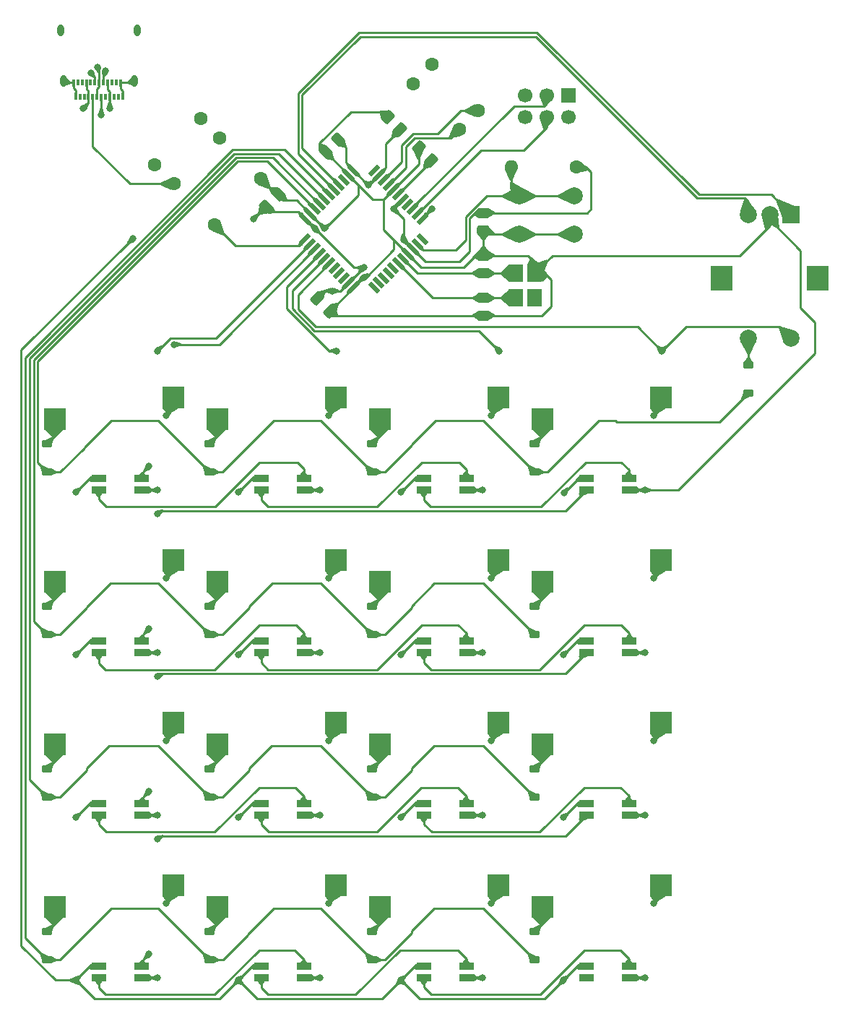
<source format=gbr>
%TF.GenerationSoftware,KiCad,Pcbnew,(7.0.0)*%
%TF.CreationDate,2023-03-09T16:04:36-06:00*%
%TF.ProjectId,RB-Macro16,52422d4d-6163-4726-9f31-362e6b696361,rev?*%
%TF.SameCoordinates,Original*%
%TF.FileFunction,Copper,L2,Bot*%
%TF.FilePolarity,Positive*%
%FSLAX46Y46*%
G04 Gerber Fmt 4.6, Leading zero omitted, Abs format (unit mm)*
G04 Created by KiCad (PCBNEW (7.0.0)) date 2023-03-09 16:04:36*
%MOMM*%
%LPD*%
G01*
G04 APERTURE LIST*
G04 Aperture macros list*
%AMRoundRect*
0 Rectangle with rounded corners*
0 $1 Rounding radius*
0 $2 $3 $4 $5 $6 $7 $8 $9 X,Y pos of 4 corners*
0 Add a 4 corners polygon primitive as box body*
4,1,4,$2,$3,$4,$5,$6,$7,$8,$9,$2,$3,0*
0 Add four circle primitives for the rounded corners*
1,1,$1+$1,$2,$3*
1,1,$1+$1,$4,$5*
1,1,$1+$1,$6,$7*
1,1,$1+$1,$8,$9*
0 Add four rect primitives between the rounded corners*
20,1,$1+$1,$2,$3,$4,$5,0*
20,1,$1+$1,$4,$5,$6,$7,0*
20,1,$1+$1,$6,$7,$8,$9,0*
20,1,$1+$1,$8,$9,$2,$3,0*%
%AMHorizOval*
0 Thick line with rounded ends*
0 $1 width*
0 $2 $3 position (X,Y) of the first rounded end (center of the circle)*
0 $4 $5 position (X,Y) of the second rounded end (center of the circle)*
0 Add line between two ends*
20,1,$1,$2,$3,$4,$5,0*
0 Add two circle primitives to create the rounded ends*
1,1,$1,$2,$3*
1,1,$1,$4,$5*%
%AMRotRect*
0 Rectangle, with rotation*
0 The origin of the aperture is its center*
0 $1 length*
0 $2 width*
0 $3 Rotation angle, in degrees counterclockwise*
0 Add horizontal line*
21,1,$1,$2,0,0,$3*%
G04 Aperture macros list end*
%TA.AperFunction,SMDPad,CuDef*%
%ADD10R,1.800000X0.820000*%
%TD*%
%TA.AperFunction,SMDPad,CuDef*%
%ADD11R,2.550000X2.500000*%
%TD*%
%TA.AperFunction,ComponentPad*%
%ADD12R,1.700000X1.700000*%
%TD*%
%TA.AperFunction,ComponentPad*%
%ADD13C,1.700000*%
%TD*%
%TA.AperFunction,ComponentPad*%
%ADD14R,2.000000X2.000000*%
%TD*%
%TA.AperFunction,ComponentPad*%
%ADD15C,2.000000*%
%TD*%
%TA.AperFunction,ComponentPad*%
%ADD16R,2.500000X3.000000*%
%TD*%
%TA.AperFunction,SMDPad,CuDef*%
%ADD17RoundRect,0.225000X0.375000X-0.225000X0.375000X0.225000X-0.375000X0.225000X-0.375000X-0.225000X0*%
%TD*%
%TA.AperFunction,ComponentPad*%
%ADD18C,1.600000*%
%TD*%
%TA.AperFunction,ComponentPad*%
%ADD19HorizOval,1.600000X0.000000X0.000000X0.000000X0.000000X0*%
%TD*%
%TA.AperFunction,SMDPad,CuDef*%
%ADD20RoundRect,0.250000X-0.097227X0.574524X-0.574524X0.097227X0.097227X-0.574524X0.574524X-0.097227X0*%
%TD*%
%TA.AperFunction,SMDPad,CuDef*%
%ADD21R,1.800000X2.100000*%
%TD*%
%TA.AperFunction,ComponentPad*%
%ADD22HorizOval,1.600000X0.000000X0.000000X0.000000X0.000000X0*%
%TD*%
%TA.AperFunction,SMDPad,CuDef*%
%ADD23RoundRect,0.250000X-0.475000X0.337500X-0.475000X-0.337500X0.475000X-0.337500X0.475000X0.337500X0*%
%TD*%
%TA.AperFunction,SMDPad,CuDef*%
%ADD24RoundRect,0.250000X0.475000X-0.337500X0.475000X0.337500X-0.475000X0.337500X-0.475000X-0.337500X0*%
%TD*%
%TA.AperFunction,SMDPad,CuDef*%
%ADD25RotRect,1.500000X0.550000X135.000000*%
%TD*%
%TA.AperFunction,SMDPad,CuDef*%
%ADD26RotRect,1.500000X0.550000X225.000000*%
%TD*%
%TA.AperFunction,SMDPad,CuDef*%
%ADD27RoundRect,0.250000X0.574524X0.097227X0.097227X0.574524X-0.574524X-0.097227X-0.097227X-0.574524X0*%
%TD*%
%TA.AperFunction,ComponentPad*%
%ADD28O,1.600000X1.600000*%
%TD*%
%TA.AperFunction,SMDPad,CuDef*%
%ADD29RoundRect,0.250000X0.097227X-0.574524X0.574524X-0.097227X-0.097227X0.574524X-0.574524X0.097227X0*%
%TD*%
%TA.AperFunction,SMDPad,CuDef*%
%ADD30R,0.300000X0.700000*%
%TD*%
%TA.AperFunction,ComponentPad*%
%ADD31O,0.800000X1.400000*%
%TD*%
%TA.AperFunction,SMDPad,CuDef*%
%ADD32RoundRect,0.250000X-0.574524X-0.097227X-0.097227X-0.574524X0.574524X0.097227X0.097227X0.574524X0*%
%TD*%
%TA.AperFunction,ViaPad*%
%ADD33C,0.800000*%
%TD*%
%TA.AperFunction,Conductor*%
%ADD34C,0.250000*%
%TD*%
G04 APERTURE END LIST*
D10*
%TO.P,KSW9,1,VDD*%
%TO.N,VCC*%
X58710389Y-131006149D03*
%TO.P,KSW9,2,DOUT*%
%TO.N,Net-(KSW10-DIN)*%
X58710389Y-132366149D03*
%TO.P,KSW9,3,GND*%
%TO.N,GND*%
X63710389Y-132366149D03*
%TO.P,KSW9,4,DIN*%
%TO.N,Net-(KSW8-DOUT)*%
X63710389Y-131006149D03*
D11*
%TO.P,KSW9,5*%
%TO.N,/col0*%
X67449589Y-121526149D03*
%TO.P,KSW9,6*%
%TO.N,Net-(D9-A)*%
X53599589Y-124066149D03*
%TD*%
D10*
%TO.P,KSW16,1,VDD*%
%TO.N,VCC*%
X115860389Y-150056149D03*
%TO.P,KSW16,2,DOUT*%
%TO.N,unconnected-(KSW16-DOUT-Pad2)*%
X115860389Y-151416149D03*
%TO.P,KSW16,3,GND*%
%TO.N,GND*%
X120860389Y-151416149D03*
%TO.P,KSW16,4,DIN*%
%TO.N,Net-(KSW15-DOUT)*%
X120860389Y-150056149D03*
D11*
%TO.P,KSW16,5*%
%TO.N,/col3*%
X124599589Y-140576149D03*
%TO.P,KSW16,6*%
%TO.N,Net-(D16-A)*%
X110749589Y-143116149D03*
%TD*%
D10*
%TO.P,KSW7,1,VDD*%
%TO.N,VCC*%
X96810389Y-111956149D03*
%TO.P,KSW7,2,DOUT*%
%TO.N,Net-(KSW7-DOUT)*%
X96810389Y-113316149D03*
%TO.P,KSW7,3,GND*%
%TO.N,GND*%
X101810389Y-113316149D03*
%TO.P,KSW7,4,DIN*%
%TO.N,Net-(KSW6-DOUT)*%
X101810389Y-111956149D03*
D11*
%TO.P,KSW7,5*%
%TO.N,/col2*%
X105549589Y-102476149D03*
%TO.P,KSW7,6*%
%TO.N,Net-(D7-A)*%
X91699589Y-105016149D03*
%TD*%
D10*
%TO.P,KSW3,1,VDD*%
%TO.N,VCC*%
X96810389Y-92906149D03*
%TO.P,KSW3,2,DOUT*%
%TO.N,Net-(KSW3-DOUT)*%
X96810389Y-94266149D03*
%TO.P,KSW3,3,GND*%
%TO.N,GND*%
X101810389Y-94266149D03*
%TO.P,KSW3,4,DIN*%
%TO.N,Net-(KSW2-DOUT)*%
X101810389Y-92906149D03*
D11*
%TO.P,KSW3,5*%
%TO.N,/col2*%
X105549589Y-83426149D03*
%TO.P,KSW3,6*%
%TO.N,Net-(D3-A)*%
X91699589Y-85966149D03*
%TD*%
D10*
%TO.P,KSW15,1,VDD*%
%TO.N,VCC*%
X96810389Y-150056149D03*
%TO.P,KSW15,2,DOUT*%
%TO.N,Net-(KSW15-DOUT)*%
X96810389Y-151416149D03*
%TO.P,KSW15,3,GND*%
%TO.N,GND*%
X101810389Y-151416149D03*
%TO.P,KSW15,4,DIN*%
%TO.N,Net-(KSW14-DOUT)*%
X101810389Y-150056149D03*
D11*
%TO.P,KSW15,5*%
%TO.N,/col2*%
X105549589Y-140576149D03*
%TO.P,KSW15,6*%
%TO.N,Net-(D15-A)*%
X91699589Y-143116149D03*
%TD*%
D12*
%TO.P,J2,1,MISO*%
%TO.N,/MISO*%
X113769999Y-48009999D03*
D13*
%TO.P,J2,2,VCC*%
%TO.N,VCC*%
X113770000Y-50550000D03*
%TO.P,J2,3,SCK*%
%TO.N,/SCK*%
X111230000Y-48010000D03*
%TO.P,J2,4,MOSI*%
%TO.N,/MOSI*%
X111230000Y-50550000D03*
%TO.P,J2,5,~{RST}*%
%TO.N,/RESET*%
X108690000Y-48010000D03*
%TO.P,J2,6,GND*%
%TO.N,GND*%
X108690000Y-50550000D03*
%TD*%
D10*
%TO.P,KSW6,1,VDD*%
%TO.N,VCC*%
X77760389Y-111956149D03*
%TO.P,KSW6,2,DOUT*%
%TO.N,Net-(KSW6-DOUT)*%
X77760389Y-113316149D03*
%TO.P,KSW6,3,GND*%
%TO.N,GND*%
X82760389Y-113316149D03*
%TO.P,KSW6,4,DIN*%
%TO.N,Net-(KSW5-DOUT)*%
X82760389Y-111956149D03*
D11*
%TO.P,KSW6,5*%
%TO.N,/col1*%
X86499589Y-102476149D03*
%TO.P,KSW6,6*%
%TO.N,Net-(D6-A)*%
X72649589Y-105016149D03*
%TD*%
D10*
%TO.P,KSW14,1,VDD*%
%TO.N,VCC*%
X77760389Y-150056149D03*
%TO.P,KSW14,2,DOUT*%
%TO.N,Net-(KSW14-DOUT)*%
X77760389Y-151416149D03*
%TO.P,KSW14,3,GND*%
%TO.N,GND*%
X82760389Y-151416149D03*
%TO.P,KSW14,4,DIN*%
%TO.N,Net-(KSW13-DOUT)*%
X82760389Y-150056149D03*
D11*
%TO.P,KSW14,5*%
%TO.N,/col1*%
X86499589Y-140576149D03*
%TO.P,KSW14,6*%
%TO.N,Net-(D14-A)*%
X72649589Y-143116149D03*
%TD*%
D10*
%TO.P,KSW1,1,VDD*%
%TO.N,VCC*%
X58710389Y-92906149D03*
%TO.P,KSW1,2,DOUT*%
%TO.N,Net-(KSW1-DOUT)*%
X58710389Y-94266149D03*
%TO.P,KSW1,3,GND*%
%TO.N,GND*%
X63710389Y-94266149D03*
%TO.P,KSW1,4,DIN*%
%TO.N,/led0*%
X63710389Y-92906149D03*
D11*
%TO.P,KSW1,5*%
%TO.N,/col0*%
X67449589Y-83426149D03*
%TO.P,KSW1,6*%
%TO.N,Net-(D1-A)*%
X53599589Y-85966149D03*
%TD*%
D10*
%TO.P,KSW2,1,VDD*%
%TO.N,VCC*%
X77760389Y-92906149D03*
%TO.P,KSW2,2,DOUT*%
%TO.N,Net-(KSW2-DOUT)*%
X77760389Y-94266149D03*
%TO.P,KSW2,3,GND*%
%TO.N,GND*%
X82760389Y-94266149D03*
%TO.P,KSW2,4,DIN*%
%TO.N,Net-(KSW1-DOUT)*%
X82760389Y-92906149D03*
D11*
%TO.P,KSW2,5*%
%TO.N,/col1*%
X86499589Y-83426149D03*
%TO.P,KSW2,6*%
%TO.N,Net-(D2-A)*%
X72649589Y-85966149D03*
%TD*%
D10*
%TO.P,KSW5,1,VDD*%
%TO.N,VCC*%
X58710389Y-111956149D03*
%TO.P,KSW5,2,DOUT*%
%TO.N,Net-(KSW5-DOUT)*%
X58710389Y-113316149D03*
%TO.P,KSW5,3,GND*%
%TO.N,GND*%
X63710389Y-113316149D03*
%TO.P,KSW5,4,DIN*%
%TO.N,Net-(KSW4-DOUT)*%
X63710389Y-111956149D03*
D11*
%TO.P,KSW5,5*%
%TO.N,/col0*%
X67449589Y-102476149D03*
%TO.P,KSW5,6*%
%TO.N,Net-(D5-A)*%
X53599589Y-105016149D03*
%TD*%
D14*
%TO.P,RSW1,A,A*%
%TO.N,/rotA*%
X139859589Y-61956149D03*
D15*
%TO.P,RSW1,B,B*%
%TO.N,/rotB*%
X134859590Y-61956150D03*
%TO.P,RSW1,C,C*%
%TO.N,GND*%
X137359590Y-61956150D03*
D16*
%TO.P,RSW1,MP*%
%TO.N,N/C*%
X142959589Y-69456149D03*
X131759589Y-69456149D03*
D15*
%TO.P,RSW1,S1,S1*%
%TO.N,/col3*%
X139859590Y-76456150D03*
%TO.P,RSW1,S2,S2*%
%TO.N,Net-(D17-A)*%
X134859590Y-76456150D03*
%TD*%
D10*
%TO.P,KSW12,1,VDD*%
%TO.N,VCC*%
X115860389Y-131006149D03*
%TO.P,KSW12,2,DOUT*%
%TO.N,Net-(KSW12-DOUT)*%
X115860389Y-132366149D03*
%TO.P,KSW12,3,GND*%
%TO.N,GND*%
X120860389Y-132366149D03*
%TO.P,KSW12,4,DIN*%
%TO.N,Net-(KSW11-DOUT)*%
X120860389Y-131006149D03*
D11*
%TO.P,KSW12,5*%
%TO.N,/col3*%
X124599589Y-121526149D03*
%TO.P,KSW12,6*%
%TO.N,Net-(D12-A)*%
X110749589Y-124066149D03*
%TD*%
D10*
%TO.P,KSW10,1,VDD*%
%TO.N,VCC*%
X77760389Y-131006149D03*
%TO.P,KSW10,2,DOUT*%
%TO.N,Net-(KSW10-DOUT)*%
X77760389Y-132366149D03*
%TO.P,KSW10,3,GND*%
%TO.N,GND*%
X82760389Y-132366149D03*
%TO.P,KSW10,4,DIN*%
%TO.N,Net-(KSW10-DIN)*%
X82760389Y-131006149D03*
D11*
%TO.P,KSW10,5*%
%TO.N,/col1*%
X86499589Y-121526149D03*
%TO.P,KSW10,6*%
%TO.N,Net-(D10-A)*%
X72649589Y-124066149D03*
%TD*%
D10*
%TO.P,KSW11,1,VDD*%
%TO.N,VCC*%
X96810389Y-131006149D03*
%TO.P,KSW11,2,DOUT*%
%TO.N,Net-(KSW11-DOUT)*%
X96810389Y-132366149D03*
%TO.P,KSW11,3,GND*%
%TO.N,GND*%
X101810389Y-132366149D03*
%TO.P,KSW11,4,DIN*%
%TO.N,Net-(KSW10-DOUT)*%
X101810389Y-131006149D03*
D11*
%TO.P,KSW11,5*%
%TO.N,/col2*%
X105549589Y-121526149D03*
%TO.P,KSW11,6*%
%TO.N,Net-(D11-A)*%
X91699589Y-124066149D03*
%TD*%
D10*
%TO.P,KSW8,1,VDD*%
%TO.N,VCC*%
X115860389Y-111956149D03*
%TO.P,KSW8,2,DOUT*%
%TO.N,Net-(KSW8-DOUT)*%
X115860389Y-113316149D03*
%TO.P,KSW8,3,GND*%
%TO.N,GND*%
X120860389Y-113316149D03*
%TO.P,KSW8,4,DIN*%
%TO.N,Net-(KSW7-DOUT)*%
X120860389Y-111956149D03*
D11*
%TO.P,KSW8,5*%
%TO.N,/col3*%
X124599589Y-102476149D03*
%TO.P,KSW8,6*%
%TO.N,Net-(D8-A)*%
X110749589Y-105016149D03*
%TD*%
D10*
%TO.P,KSW13,1,VDD*%
%TO.N,VCC*%
X58710389Y-150056149D03*
%TO.P,KSW13,2,DOUT*%
%TO.N,Net-(KSW13-DOUT)*%
X58710389Y-151416149D03*
%TO.P,KSW13,3,GND*%
%TO.N,GND*%
X63710389Y-151416149D03*
%TO.P,KSW13,4,DIN*%
%TO.N,Net-(KSW12-DOUT)*%
X63710389Y-150056149D03*
D11*
%TO.P,KSW13,5*%
%TO.N,/col0*%
X67449589Y-140576149D03*
%TO.P,KSW13,6*%
%TO.N,Net-(D13-A)*%
X53599589Y-143116149D03*
%TD*%
D10*
%TO.P,KSW4,1,VDD*%
%TO.N,VCC*%
X115860389Y-92906149D03*
%TO.P,KSW4,2,DOUT*%
%TO.N,Net-(KSW4-DOUT)*%
X115860389Y-94266149D03*
%TO.P,KSW4,3,GND*%
%TO.N,GND*%
X120860389Y-94266149D03*
%TO.P,KSW4,4,DIN*%
%TO.N,Net-(KSW3-DOUT)*%
X120860389Y-92906149D03*
D11*
%TO.P,KSW4,5*%
%TO.N,/col3*%
X124599589Y-83426149D03*
%TO.P,KSW4,6*%
%TO.N,Net-(D4-A)*%
X110749589Y-85966149D03*
%TD*%
D17*
%TO.P,D7,1,K*%
%TO.N,/row1*%
X90759590Y-111206150D03*
%TO.P,D7,2,A*%
%TO.N,Net-(D7-A)*%
X90759590Y-107906150D03*
%TD*%
D18*
%TO.P,R2,1*%
%TO.N,Net-(U1-~{HWB{slash}PE2})*%
X72295923Y-63194077D03*
D19*
%TO.P,R2,2*%
%TO.N,GND*%
X77684076Y-57805922D03*
%TD*%
D18*
%TO.P,R4,1*%
%TO.N,Net-(J1-CC2)*%
X65295923Y-56114077D03*
D19*
%TO.P,R4,2*%
%TO.N,GND*%
X70684076Y-50725922D03*
%TD*%
D20*
%TO.P,C24,1*%
%TO.N,VCC*%
X86753623Y-53206377D03*
%TO.P,C24,2*%
%TO.N,GND*%
X85286377Y-54673623D03*
%TD*%
D21*
%TO.P,X1,1,1*%
%TO.N,Net-(U1-XTAL2)*%
X107619999Y-71759999D03*
%TO.P,X1,2,2*%
%TO.N,Net-(U1-XTAL1)*%
X107619999Y-68859999D03*
%TO.P,X1,3*%
%TO.N,GND*%
X109819999Y-68859999D03*
%TO.P,X1,4*%
%TO.N,N/C*%
X109819999Y-71759999D03*
%TD*%
D15*
%TO.P,SW1,1,1*%
%TO.N,GND*%
X107990000Y-64300000D03*
X114490000Y-64300000D03*
%TO.P,SW1,2,2*%
%TO.N,/RESET*%
X107990000Y-59800000D03*
X114490000Y-59800000D03*
%TD*%
D17*
%TO.P,D17,1,K*%
%TO.N,/row0*%
X134862090Y-82906150D03*
%TO.P,D17,2,A*%
%TO.N,Net-(D17-A)*%
X134862090Y-79606150D03*
%TD*%
D18*
%TO.P,R6,1*%
%TO.N,Net-(J1-D+-PadA6)*%
X95565923Y-46655923D03*
D22*
%TO.P,R6,2*%
%TO.N,Net-(U1-D+)*%
X100954076Y-52044076D03*
%TD*%
D17*
%TO.P,D13,1,K*%
%TO.N,/row3*%
X52659590Y-149306150D03*
%TO.P,D13,2,A*%
%TO.N,Net-(D13-A)*%
X52659590Y-146006150D03*
%TD*%
%TO.P,D10,1,K*%
%TO.N,/row2*%
X71709590Y-130256150D03*
%TO.P,D10,2,A*%
%TO.N,Net-(D10-A)*%
X71709590Y-126956150D03*
%TD*%
%TO.P,D16,1,K*%
%TO.N,/row3*%
X109809590Y-149306150D03*
%TO.P,D16,2,A*%
%TO.N,Net-(D16-A)*%
X109809590Y-146006150D03*
%TD*%
D23*
%TO.P,C17,1*%
%TO.N,Net-(U1-XTAL2)*%
X103820000Y-71750000D03*
%TO.P,C17,2*%
%TO.N,GND*%
X103820000Y-73825000D03*
%TD*%
D17*
%TO.P,D4,1,K*%
%TO.N,/row0*%
X109809590Y-92156150D03*
%TO.P,D4,2,A*%
%TO.N,Net-(D4-A)*%
X109809590Y-88856150D03*
%TD*%
%TO.P,D3,1,K*%
%TO.N,/row0*%
X90759590Y-92156150D03*
%TO.P,D3,2,A*%
%TO.N,Net-(D3-A)*%
X90759590Y-88856150D03*
%TD*%
D23*
%TO.P,C22,1*%
%TO.N,VCC*%
X103820000Y-61815000D03*
%TO.P,C22,2*%
%TO.N,GND*%
X103820000Y-63890000D03*
%TD*%
D24*
%TO.P,C18,1*%
%TO.N,Net-(U1-XTAL1)*%
X103820000Y-68857500D03*
%TO.P,C18,2*%
%TO.N,GND*%
X103820000Y-66782500D03*
%TD*%
D25*
%TO.P,U1,44,AVCC*%
%TO.N,VCC*%
X88567917Y-56821063D03*
%TO.P,U1,43,GND*%
%TO.N,GND*%
X88002232Y-57386749D03*
%TO.P,U1,42,AREF*%
%TO.N,unconnected-(U1-AREF-Pad42)*%
X87436547Y-57952434D03*
%TO.P,U1,41,PF0*%
%TO.N,/rotB*%
X86870861Y-58518119D03*
%TO.P,U1,40,PF1*%
%TO.N,/rotA*%
X86305176Y-59083805D03*
%TO.P,U1,39,PF4*%
%TO.N,/row3*%
X85739490Y-59649490D03*
%TO.P,U1,38,PF5*%
%TO.N,/row2*%
X85173805Y-60215176D03*
%TO.P,U1,37,PF6*%
%TO.N,/row1*%
X84608119Y-60780861D03*
%TO.P,U1,36,PF7*%
%TO.N,/row0*%
X84042434Y-61346547D03*
%TO.P,U1,35,GND*%
%TO.N,GND*%
X83476749Y-61912232D03*
%TO.P,U1,34,VCC*%
%TO.N,VCC*%
X82911063Y-62477917D03*
D26*
%TO.P,U1,33,~{HWB/PE2}*%
%TO.N,Net-(U1-~{HWB{slash}PE2})*%
X82911063Y-64882081D03*
%TO.P,U1,32,PC7*%
%TO.N,/led0*%
X83476749Y-65447766D03*
%TO.P,U1,31,PC6*%
%TO.N,/col0*%
X84042434Y-66013451D03*
%TO.P,U1,30,PB6*%
%TO.N,/col1*%
X84608119Y-66579137D03*
%TO.P,U1,29,PB5*%
%TO.N,/col2*%
X85173805Y-67144822D03*
%TO.P,U1,28,PB4*%
%TO.N,/col3*%
X85739490Y-67710508D03*
%TO.P,U1,27,T0/PD7*%
%TO.N,unconnected-(U1-T0{slash}PD7-Pad27)*%
X86305176Y-68276193D03*
%TO.P,U1,26,T1/PD6*%
%TO.N,unconnected-(U1-T1{slash}PD6-Pad26)*%
X86870861Y-68841879D03*
%TO.P,U1,25,ICP1/PD4*%
%TO.N,unconnected-(U1-ICP1{slash}PD4-Pad25)*%
X87436547Y-69407564D03*
%TO.P,U1,24,AVCC*%
%TO.N,VCC*%
X88002232Y-69973249D03*
%TO.P,U1,23,GND*%
%TO.N,GND*%
X88567917Y-70538935D03*
D25*
%TO.P,U1,22,PD5/XCK1*%
%TO.N,unconnected-(U1-PD5{slash}XCK1-Pad22)*%
X90972081Y-70538935D03*
%TO.P,U1,21,PD3/TXD1*%
%TO.N,unconnected-(U1-PD3{slash}TXD1-Pad21)*%
X91537766Y-69973249D03*
%TO.P,U1,20,PD2/RXD1*%
%TO.N,unconnected-(U1-PD2{slash}RXD1-Pad20)*%
X92103451Y-69407564D03*
%TO.P,U1,19,PD1/INT1*%
%TO.N,unconnected-(U1-PD1{slash}INT1-Pad19)*%
X92669137Y-68841879D03*
%TO.P,U1,18,PD0/INT0*%
%TO.N,unconnected-(U1-PD0{slash}INT0-Pad18)*%
X93234822Y-68276193D03*
%TO.P,U1,17,XTAL2*%
%TO.N,Net-(U1-XTAL2)*%
X93800508Y-67710508D03*
%TO.P,U1,16,XTAL1*%
%TO.N,Net-(U1-XTAL1)*%
X94366193Y-67144822D03*
%TO.P,U1,15,GND*%
%TO.N,GND*%
X94931879Y-66579137D03*
%TO.P,U1,14,VCC*%
%TO.N,VCC*%
X95497564Y-66013451D03*
%TO.P,U1,13,~{RESET}*%
%TO.N,/RESET*%
X96063249Y-65447766D03*
%TO.P,U1,12,PB7/~{RTS}*%
%TO.N,unconnected-(U1-PB7{slash}~{RTS}-Pad12)*%
X96628935Y-64882081D03*
D26*
%TO.P,U1,11,PB3/MISO*%
%TO.N,/MISO*%
X96628935Y-62477917D03*
%TO.P,U1,10,PB2/MOSI*%
%TO.N,/MOSI*%
X96063249Y-61912232D03*
%TO.P,U1,9,PB1/SCK*%
%TO.N,/SCK*%
X95497564Y-61346547D03*
%TO.P,U1,8,PB0/SS*%
%TO.N,unconnected-(U1-PB0{slash}SS-Pad8)*%
X94931879Y-60780861D03*
%TO.P,U1,7,VBus*%
%TO.N,VCC*%
X94366193Y-60215176D03*
%TO.P,U1,6,UCap*%
%TO.N,Net-(U1-UCap)*%
X93800508Y-59649490D03*
%TO.P,U1,5,UGnd*%
%TO.N,GND*%
X93234822Y-59083805D03*
%TO.P,U1,4,D+*%
%TO.N,Net-(U1-D+)*%
X92669137Y-58518119D03*
%TO.P,U1,3,D-*%
%TO.N,Net-(U1-D-)*%
X92103451Y-57952434D03*
%TO.P,U1,2,UVcc*%
%TO.N,VCC*%
X91537766Y-57386749D03*
%TO.P,U1,1,PE6/AIN0*%
%TO.N,unconnected-(U1-PE6{slash}AIN0-Pad1)*%
X90972081Y-56821063D03*
%TD*%
D17*
%TO.P,D12,1,K*%
%TO.N,/row2*%
X109809590Y-130256150D03*
%TO.P,D12,2,A*%
%TO.N,Net-(D12-A)*%
X109809590Y-126956150D03*
%TD*%
D18*
%TO.P,R3,1*%
%TO.N,Net-(J1-CC1)*%
X67525923Y-58374077D03*
D19*
%TO.P,R3,2*%
%TO.N,GND*%
X72914076Y-52985922D03*
%TD*%
D17*
%TO.P,D5,1,K*%
%TO.N,/row1*%
X52659590Y-111206150D03*
%TO.P,D5,2,A*%
%TO.N,Net-(D5-A)*%
X52659590Y-107906150D03*
%TD*%
D27*
%TO.P,C21,1*%
%TO.N,VCC*%
X94043623Y-52033623D03*
%TO.P,C21,2*%
%TO.N,GND*%
X92576377Y-50566377D03*
%TD*%
D18*
%TO.P,R1,1*%
%TO.N,VCC*%
X114680000Y-56390000D03*
D28*
%TO.P,R1,2*%
%TO.N,/RESET*%
X107059999Y-56389999D03*
%TD*%
D29*
%TO.P,C20,1*%
%TO.N,VCC*%
X78336377Y-61073623D03*
%TO.P,C20,2*%
%TO.N,GND*%
X79803623Y-59606377D03*
%TD*%
D30*
%TO.P,J1,A1,GND*%
%TO.N,GND*%
X56009589Y-48226149D03*
%TO.P,J1,A2,TX1+*%
%TO.N,unconnected-(J1-TX1+-PadA2)*%
X56509589Y-48226149D03*
%TO.P,J1,A3,TX1-*%
%TO.N,unconnected-(J1-TX1--PadA3)*%
X57009589Y-48226149D03*
%TO.P,J1,A4,VBUS*%
%TO.N,VCC*%
X57509589Y-48226149D03*
%TO.P,J1,A5,CC1*%
%TO.N,Net-(J1-CC1)*%
X58009589Y-48226149D03*
%TO.P,J1,A6,D+*%
%TO.N,Net-(J1-D+-PadA6)*%
X58509589Y-48226149D03*
%TO.P,J1,A7,D-*%
%TO.N,Net-(J1-D--PadA7)*%
X59009589Y-48226149D03*
%TO.P,J1,A8,SBU1*%
%TO.N,unconnected-(J1-SBU1-PadA8)*%
X59509589Y-48226149D03*
%TO.P,J1,A9,VBUS*%
%TO.N,VCC*%
X60009589Y-48226149D03*
%TO.P,J1,A10,RX2-*%
%TO.N,unconnected-(J1-RX2--PadA10)*%
X60509589Y-48226149D03*
%TO.P,J1,A11,RX2+*%
%TO.N,unconnected-(J1-RX2+-PadA11)*%
X61009589Y-48226149D03*
%TO.P,J1,A12,GND*%
%TO.N,GND*%
X61509589Y-48226149D03*
%TO.P,J1,B1,GND*%
X61259589Y-46526149D03*
%TO.P,J1,B2,TX2+*%
%TO.N,unconnected-(J1-TX2+-PadB2)*%
X60759589Y-46526149D03*
%TO.P,J1,B3,TX2-*%
%TO.N,unconnected-(J1-TX2--PadB3)*%
X60259589Y-46526149D03*
%TO.P,J1,B4,VBUS*%
%TO.N,VCC*%
X59759589Y-46526149D03*
%TO.P,J1,B5,CC2*%
%TO.N,Net-(J1-CC2)*%
X59259589Y-46526149D03*
%TO.P,J1,B6,D+*%
%TO.N,Net-(J1-D+-PadA6)*%
X58759589Y-46526149D03*
%TO.P,J1,B7,D-*%
%TO.N,Net-(J1-D--PadA7)*%
X58259589Y-46526149D03*
%TO.P,J1,B8,SBU2*%
%TO.N,unconnected-(J1-SBU2-PadB8)*%
X57759589Y-46526149D03*
%TO.P,J1,B9,VBUS*%
%TO.N,VCC*%
X57259589Y-46526149D03*
%TO.P,J1,B10,RX1-*%
%TO.N,unconnected-(J1-RX1--PadB10)*%
X56759589Y-46526149D03*
%TO.P,J1,B11,RX1+*%
%TO.N,unconnected-(J1-RX1+-PadB11)*%
X56259589Y-46526149D03*
%TO.P,J1,B12,GND*%
%TO.N,GND*%
X55759589Y-46526149D03*
D31*
%TO.P,J1,S1,SHIELD*%
X54269589Y-40366149D03*
X54629589Y-46316149D03*
X62889589Y-46316149D03*
X63249589Y-40366149D03*
%TD*%
D17*
%TO.P,D2,1,K*%
%TO.N,/row0*%
X71709590Y-92156150D03*
%TO.P,D2,2,A*%
%TO.N,Net-(D2-A)*%
X71709590Y-88856150D03*
%TD*%
D18*
%TO.P,R5,1*%
%TO.N,Net-(J1-D--PadA7)*%
X97781846Y-44421846D03*
D22*
%TO.P,R5,2*%
%TO.N,Net-(U1-D-)*%
X103169999Y-49809999D03*
%TD*%
D17*
%TO.P,D11,1,K*%
%TO.N,/row2*%
X90759590Y-130256150D03*
%TO.P,D11,2,A*%
%TO.N,Net-(D11-A)*%
X90759590Y-126956150D03*
%TD*%
%TO.P,D1,1,K*%
%TO.N,/row0*%
X52659590Y-92156150D03*
%TO.P,D1,2,A*%
%TO.N,Net-(D1-A)*%
X52659590Y-88856150D03*
%TD*%
%TO.P,D15,1,K*%
%TO.N,/row3*%
X90759590Y-149306150D03*
%TO.P,D15,2,A*%
%TO.N,Net-(D15-A)*%
X90759590Y-146006150D03*
%TD*%
%TO.P,D14,1,K*%
%TO.N,/row3*%
X71709590Y-149306150D03*
%TO.P,D14,2,A*%
%TO.N,Net-(D14-A)*%
X71709590Y-146006150D03*
%TD*%
%TO.P,D9,1,K*%
%TO.N,/row2*%
X52659590Y-130256150D03*
%TO.P,D9,2,A*%
%TO.N,Net-(D9-A)*%
X52659590Y-126956150D03*
%TD*%
D27*
%TO.P,C19,1*%
%TO.N,Net-(U1-UCap)*%
X97703623Y-55613623D03*
%TO.P,C19,2*%
%TO.N,GND*%
X96236377Y-54146377D03*
%TD*%
D32*
%TO.P,C23,1*%
%TO.N,VCC*%
X84336377Y-71856377D03*
%TO.P,C23,2*%
%TO.N,GND*%
X85803623Y-73323623D03*
%TD*%
D17*
%TO.P,D8,1,K*%
%TO.N,/row1*%
X109809590Y-111206150D03*
%TO.P,D8,2,A*%
%TO.N,Net-(D8-A)*%
X109809590Y-107906150D03*
%TD*%
%TO.P,D6,1,K*%
%TO.N,/row1*%
X71709590Y-111206150D03*
%TO.P,D6,2,A*%
%TO.N,Net-(D6-A)*%
X71709590Y-107906150D03*
%TD*%
D33*
%TO.N,GND*%
X103706150Y-113318114D03*
X85170667Y-63606150D03*
X103706150Y-151418114D03*
X89779590Y-69326150D03*
X122756150Y-94268114D03*
X65606150Y-94268114D03*
X84656150Y-113318114D03*
X122756150Y-113318114D03*
X103706150Y-94268114D03*
X84656150Y-151418114D03*
X122756150Y-132368114D03*
X65606150Y-151418114D03*
X84656150Y-94268114D03*
X65606150Y-132368114D03*
X84656150Y-132368114D03*
X103706150Y-132368114D03*
X65606150Y-113318114D03*
X122756150Y-151418114D03*
%TO.N,VCC*%
X93269590Y-61316150D03*
X113243044Y-94588094D03*
X113184000Y-132629050D03*
X113184000Y-113579050D03*
X56034000Y-151679050D03*
X56034000Y-132629050D03*
X94429590Y-64966150D03*
X90324590Y-58561150D03*
X86069590Y-70936150D03*
X94134000Y-113579050D03*
X56034000Y-113579050D03*
X60009590Y-49546150D03*
X56034000Y-94529050D03*
X75084000Y-151679050D03*
X84049590Y-63616150D03*
X75084000Y-94529050D03*
X94134000Y-151679050D03*
X75084000Y-132629050D03*
X94134000Y-94529050D03*
X75084000Y-113579050D03*
X94134000Y-132629050D03*
X62739590Y-64816150D03*
X89779590Y-68195893D03*
X113184000Y-151679050D03*
X76859590Y-62506150D03*
X56899590Y-49546150D03*
%TO.N,Net-(J1-CC2)*%
X59499590Y-45176150D03*
%TO.N,/MISO*%
X97810000Y-61290000D03*
%TO.N,/col0*%
X66584000Y-85529050D03*
X66584000Y-142679050D03*
X66584000Y-104579050D03*
X66584000Y-123629050D03*
X67584000Y-77217896D03*
%TO.N,/col1*%
X85634000Y-104579050D03*
X85634000Y-85529050D03*
X86634000Y-77979050D03*
X85634000Y-123629050D03*
X85634000Y-142679050D03*
%TO.N,/col2*%
X104684000Y-85529050D03*
X105684000Y-77979050D03*
X104684000Y-123629050D03*
X104684000Y-142679050D03*
X104684000Y-104579050D03*
%TO.N,/col3*%
X123734000Y-142679050D03*
X124734000Y-77979050D03*
X123734000Y-123629050D03*
X123734000Y-85529050D03*
X123734000Y-104579050D03*
%TO.N,/led0*%
X65584000Y-77979050D03*
X64584000Y-91479050D03*
%TO.N,Net-(KSW4-DOUT)*%
X64584000Y-110529050D03*
X65584000Y-97029050D03*
%TO.N,Net-(KSW8-DOUT)*%
X64584000Y-129579050D03*
X65584000Y-116079050D03*
%TO.N,Net-(KSW12-DOUT)*%
X65584000Y-135129050D03*
X64584000Y-148629050D03*
%TO.N,Net-(J1-D+-PadA6)*%
X58579590Y-44726150D03*
%TO.N,Net-(J1-D--PadA7)*%
X57779590Y-45396150D03*
X58999590Y-50276150D03*
%TD*%
D34*
%TO.N,/row0*%
X114455490Y-89013934D02*
X111313274Y-92156150D01*
X114455490Y-88997560D02*
X114455490Y-89013934D01*
X117315800Y-86137250D02*
X114455490Y-88997560D01*
X119290821Y-86137250D02*
X117315800Y-86137250D01*
X119413571Y-86260000D02*
X119290821Y-86137250D01*
X134862090Y-82906150D02*
X131508240Y-86260000D01*
X131508240Y-86260000D02*
X119413571Y-86260000D01*
X111313274Y-92156150D02*
X109809590Y-92156150D01*
%TO.N,Net-(KSW15-DOUT)*%
X120860390Y-149211920D02*
X120860390Y-150056150D01*
X119834620Y-148186150D02*
X120860390Y-149211920D01*
X115647120Y-148186150D02*
X119834620Y-148186150D01*
X97657260Y-153391670D02*
X110441600Y-153391670D01*
X96810390Y-152544800D02*
X97657260Y-153391670D01*
X110441600Y-153391670D02*
X115647120Y-148186150D01*
X96810390Y-151416150D02*
X96810390Y-152544800D01*
%TO.N,Net-(KSW10-DOUT)*%
X100784620Y-129136150D02*
X101810390Y-130161920D01*
X96533850Y-129136150D02*
X100784620Y-129136150D01*
X91327290Y-134342710D02*
X96533850Y-129136150D01*
X101810390Y-130161920D02*
X101810390Y-131006150D01*
X78608300Y-134342710D02*
X91327290Y-134342710D01*
X77760390Y-133494800D02*
X78608300Y-134342710D01*
X77760390Y-132366150D02*
X77760390Y-133494800D01*
%TO.N,Net-(KSW5-DOUT)*%
X77493850Y-110086150D02*
X81841100Y-110086150D01*
X82760390Y-111005440D02*
X82760390Y-111956150D01*
X72250950Y-115329050D02*
X77493850Y-110086150D01*
X58710390Y-114555440D02*
X59484000Y-115329050D01*
X81841100Y-110086150D02*
X82760390Y-111005440D01*
X58710390Y-113316150D02*
X58710390Y-114555440D01*
X59484000Y-115329050D02*
X72250950Y-115329050D01*
%TO.N,Net-(KSW2-DOUT)*%
X101810390Y-91855440D02*
X101810390Y-92906150D01*
X96543850Y-91036150D02*
X100991100Y-91036150D01*
X100991100Y-91036150D02*
X101810390Y-91855440D01*
X91350950Y-96229050D02*
X96543850Y-91036150D01*
X78584000Y-96229050D02*
X91350950Y-96229050D01*
X77760390Y-95405440D02*
X78584000Y-96229050D01*
X77760390Y-94266150D02*
X77760390Y-95405440D01*
%TO.N,Net-(KSW10-DIN)*%
X77503850Y-129136150D02*
X81735660Y-129136150D01*
X72297290Y-134342710D02*
X77503850Y-129136150D01*
X59559340Y-134342710D02*
X72297290Y-134342710D01*
X81735660Y-129136150D02*
X82760390Y-130160880D01*
X82760390Y-130160880D02*
X82760390Y-131006150D01*
X58710390Y-132366150D02*
X58710390Y-133493760D01*
X58710390Y-133493760D02*
X59559340Y-134342710D01*
%TO.N,Net-(KSW1-DOUT)*%
X82760390Y-91805440D02*
X82760390Y-92906150D01*
X77530950Y-91029050D02*
X81984000Y-91029050D01*
X72330950Y-96229050D02*
X77530950Y-91029050D01*
X59584000Y-96229050D02*
X72330950Y-96229050D01*
X58710390Y-95355440D02*
X59584000Y-96229050D01*
X81984000Y-91029050D02*
X82760390Y-91805440D01*
X58710390Y-94266150D02*
X58710390Y-95355440D01*
%TO.N,Net-(KSW13-DOUT)*%
X82760390Y-149284250D02*
X82760390Y-150056150D01*
X81659110Y-148182970D02*
X82760390Y-149284250D01*
X72328330Y-153391670D02*
X77537030Y-148182970D01*
X77537030Y-148182970D02*
X81659110Y-148182970D01*
X59484930Y-153391670D02*
X72328330Y-153391670D01*
X58710390Y-152617130D02*
X59484930Y-153391670D01*
X58710390Y-151416150D02*
X58710390Y-152617130D01*
%TO.N,Net-(KSW6-DOUT)*%
X100841100Y-110086150D02*
X101810390Y-111055440D01*
X96573850Y-110086150D02*
X100841100Y-110086150D01*
X101810390Y-111055440D02*
X101810390Y-111956150D01*
X91330950Y-115329050D02*
X96573850Y-110086150D01*
X78584000Y-115329050D02*
X91330950Y-115329050D01*
X77760390Y-114505440D02*
X78584000Y-115329050D01*
X77760390Y-113316150D02*
X77760390Y-114505440D01*
%TO.N,Net-(KSW7-DOUT)*%
X120910390Y-111055440D02*
X120910390Y-111956150D01*
X119941100Y-110086150D02*
X120910390Y-111055440D01*
X110370950Y-115329050D02*
X115613850Y-110086150D01*
X115613850Y-110086150D02*
X119941100Y-110086150D01*
X97684000Y-115329050D02*
X110370950Y-115329050D01*
X96810390Y-114455440D02*
X97684000Y-115329050D01*
X96810390Y-113316150D02*
X96810390Y-114455440D01*
%TO.N,Net-(KSW11-DOUT)*%
X120860390Y-130088550D02*
X120860390Y-131006150D01*
X115593850Y-129136150D02*
X119907990Y-129136150D01*
X119907990Y-129136150D02*
X120860390Y-130088550D01*
X110387290Y-134342710D02*
X115593850Y-129136150D01*
X96810390Y-133421430D02*
X97731670Y-134342710D01*
X97731670Y-134342710D02*
X110387290Y-134342710D01*
X96810390Y-132366150D02*
X96810390Y-133421430D01*
%TO.N,VCC*%
X113184000Y-132629050D02*
X114806900Y-131006150D01*
X114806900Y-131006150D02*
X115860390Y-131006150D01*
X82911358Y-62477918D02*
X82911064Y-62477918D01*
X84049590Y-63616150D02*
X82911358Y-62477918D01*
X88650893Y-68195893D02*
X89779590Y-68195893D01*
X84071150Y-63616150D02*
X88650893Y-68195893D01*
X84049590Y-63616150D02*
X84071150Y-63616150D01*
X93269590Y-61311781D02*
X94366194Y-60215177D01*
X93269590Y-61316150D02*
X93269590Y-61311781D01*
X114924988Y-92906150D02*
X115860390Y-92906150D01*
X113243044Y-94588094D02*
X114924988Y-92906150D01*
%TO.N,Net-(J1-D--PadA7)*%
X58259590Y-45876150D02*
X57779590Y-45396150D01*
X58259590Y-46526150D02*
X58259590Y-45876150D01*
%TO.N,Net-(U1-D+)*%
X99998154Y-53000000D02*
X100954077Y-52044077D01*
X96571776Y-52996853D02*
X96574923Y-53000000D01*
X94700000Y-56487258D02*
X94700000Y-54040000D01*
X94700000Y-54040000D02*
X95743147Y-52996853D01*
X96574923Y-53000000D02*
X99998154Y-53000000D01*
X92669138Y-58518120D02*
X94700000Y-56487258D01*
X95743147Y-52996853D02*
X96571776Y-52996853D01*
%TO.N,VCC*%
X57509590Y-48936150D02*
X56899590Y-49546150D01*
X57509590Y-48226150D02*
X57509590Y-48936150D01*
X78292117Y-61073623D02*
X76859590Y-62506150D01*
X78336377Y-61073623D02*
X78292117Y-61073623D01*
%TO.N,GND*%
X89779590Y-69326150D02*
X88567918Y-70537822D01*
X88567918Y-70537822D02*
X88567918Y-70538936D01*
X90063850Y-69326150D02*
X93318892Y-66071108D01*
X93318892Y-66071108D02*
X93318892Y-64966150D01*
X89779590Y-69326150D02*
X90063850Y-69326150D01*
%TO.N,VCC*%
X89779590Y-68195893D02*
X88002233Y-69973250D01*
%TO.N,GND*%
X93221934Y-59083806D02*
X93234823Y-59083806D01*
X92109590Y-60196150D02*
X93221934Y-59083806D01*
%TO.N,VCC*%
X62678850Y-64821150D02*
X62704590Y-64821150D01*
X49634000Y-77866000D02*
X62678850Y-64821150D01*
X53654673Y-151679050D02*
X49634000Y-147658377D01*
X49634000Y-147658377D02*
X49634000Y-77866000D01*
X56034000Y-151679050D02*
X53654673Y-151679050D01*
%TO.N,GND*%
X90819590Y-60196150D02*
X89139590Y-58516150D01*
X92109590Y-60196150D02*
X90819590Y-60196150D01*
X92109590Y-63756848D02*
X92109590Y-60196150D01*
X93318892Y-64966150D02*
X92109590Y-63756848D01*
X94931880Y-66579138D02*
X93318892Y-64966150D01*
%TO.N,Net-(U1-D-)*%
X101190000Y-49810000D02*
X103170000Y-49810000D01*
X95556751Y-52546853D02*
X98453147Y-52546853D01*
X94250000Y-55805887D02*
X94250000Y-53853604D01*
X94250000Y-53853604D02*
X95556751Y-52546853D01*
X98453147Y-52546853D02*
X101190000Y-49810000D01*
X92103452Y-57952435D02*
X94250000Y-55805887D01*
%TO.N,VCC*%
X94450263Y-64966150D02*
X94429590Y-64966150D01*
X95497565Y-66013452D02*
X94450263Y-64966150D01*
X94429590Y-62476150D02*
X93269590Y-61316150D01*
X94429590Y-64966150D02*
X94429590Y-62476150D01*
%TO.N,Net-(U1-XTAL1)*%
X107620000Y-68860000D02*
X103822500Y-68860000D01*
X103820000Y-68857500D02*
X96078871Y-68857500D01*
X96078871Y-68857500D02*
X94366194Y-67144823D01*
%TO.N,GND*%
X84579590Y-53636150D02*
X84579590Y-53966836D01*
X93234823Y-59083806D02*
X96236377Y-56082252D01*
X92576377Y-50566377D02*
X91966150Y-49956150D01*
X56009590Y-48226150D02*
X56009590Y-47416150D01*
X56009590Y-47416150D02*
X55759590Y-47166150D01*
X126651886Y-94268114D02*
X142640000Y-78280000D01*
X89139590Y-59736150D02*
X85269590Y-63606150D01*
X142640000Y-74610000D02*
X140970000Y-72940000D01*
X63710390Y-151416150D02*
X65604186Y-151416150D01*
X61259590Y-47266150D02*
X61259590Y-46526150D01*
X102837500Y-66782500D02*
X103820000Y-66782500D01*
X54839590Y-46526150D02*
X54629590Y-46316150D01*
X109820000Y-68860000D02*
X111890000Y-66790000D01*
X88567918Y-70559328D02*
X85803623Y-73323623D01*
X79484531Y-59606377D02*
X77684077Y-57805923D01*
X109820000Y-67560000D02*
X109820000Y-68860000D01*
X103820000Y-66782500D02*
X109042500Y-66782500D01*
X81880000Y-60320000D02*
X80517246Y-60320000D01*
X91966150Y-49956150D02*
X88259590Y-49956150D01*
X88259590Y-49956150D02*
X84579590Y-53636150D01*
X61259590Y-46526150D02*
X62679590Y-46526150D01*
X122754186Y-132366150D02*
X122756150Y-132368114D01*
X101810390Y-113316150D02*
X103704186Y-113316150D01*
X82760390Y-132366150D02*
X84654186Y-132366150D01*
X81900000Y-60340000D02*
X81880000Y-60320000D01*
X84654186Y-151416150D02*
X84656150Y-151418114D01*
X63710390Y-94266150D02*
X65604186Y-94266150D01*
X88010190Y-57386750D02*
X88002233Y-57386750D01*
X84654186Y-113316150D02*
X84656150Y-113318114D01*
X120860390Y-151416150D02*
X122754186Y-151416150D01*
X84579590Y-53966836D02*
X85286377Y-54673623D01*
X87999504Y-57386750D02*
X85286377Y-54673623D01*
X111750000Y-72730000D02*
X111750000Y-69620000D01*
X107990000Y-64300000D02*
X114490000Y-64300000D01*
X96236377Y-56082252D02*
X96236377Y-54146377D01*
X84654186Y-132366150D02*
X84656150Y-132368114D01*
X103704186Y-151416150D02*
X103706150Y-151418114D01*
X82760390Y-113316150D02*
X84654186Y-113316150D01*
X133840000Y-66790000D02*
X137359590Y-63270410D01*
X111750000Y-69620000D02*
X110990000Y-68860000D01*
X110655000Y-73825000D02*
X111750000Y-72730000D01*
X137359590Y-63270410D02*
X137359590Y-61956150D01*
X140970000Y-66190000D02*
X137359590Y-62579590D01*
X101810390Y-94266150D02*
X103704186Y-94266150D01*
X103815000Y-73820000D02*
X86290000Y-73820000D01*
X109042500Y-66782500D02*
X109820000Y-67560000D01*
X103704186Y-113316150D02*
X103706150Y-113318114D01*
X89139590Y-58516150D02*
X89139590Y-59736150D01*
X65604186Y-132366150D02*
X65606150Y-132368114D01*
X122754186Y-151416150D02*
X122756150Y-151418114D01*
X103704186Y-94266150D02*
X103706150Y-94268114D01*
X84654186Y-94266150D02*
X84656150Y-94268114D01*
X120860390Y-132366150D02*
X122754186Y-132366150D01*
X120860390Y-94266150D02*
X122754186Y-94266150D01*
X120860390Y-113316150D02*
X122754186Y-113316150D01*
X104230000Y-64300000D02*
X107990000Y-64300000D01*
X110990000Y-68860000D02*
X109820000Y-68860000D01*
X85170667Y-63606150D02*
X83476750Y-61912233D01*
X103820000Y-63890000D02*
X103820000Y-66782500D01*
X55759590Y-46526150D02*
X54839590Y-46526150D01*
X101810390Y-132366150D02*
X103704186Y-132366150D01*
X142640000Y-78280000D02*
X142640000Y-74610000D01*
X65604186Y-113316150D02*
X65606150Y-113318114D01*
X101480000Y-68140000D02*
X102837500Y-66782500D01*
X65604186Y-151416150D02*
X65606150Y-151418114D01*
X82760390Y-151416150D02*
X84654186Y-151416150D01*
X55759590Y-47166150D02*
X55759590Y-46526150D01*
X89139590Y-58516150D02*
X88010190Y-57386750D01*
X80517246Y-60320000D02*
X79803623Y-59606377D01*
X101810390Y-151416150D02*
X103704186Y-151416150D01*
X140970000Y-72940000D02*
X140970000Y-66190000D01*
X63710390Y-113316150D02*
X65604186Y-113316150D01*
X85269590Y-63606150D02*
X85170667Y-63606150D01*
X103704186Y-132366150D02*
X103706150Y-132368114D01*
X61509590Y-48226150D02*
X61509590Y-47516150D01*
X62679590Y-46526150D02*
X62889590Y-46316150D01*
X86290000Y-73820000D02*
X85803623Y-73333623D01*
X122754186Y-113316150D02*
X122756150Y-113318114D01*
X63710390Y-132366150D02*
X65604186Y-132366150D01*
X61509590Y-47516150D02*
X61259590Y-47266150D01*
X94931880Y-66579138D02*
X96492742Y-68140000D01*
X65604186Y-94266150D02*
X65606150Y-94268114D01*
X83472233Y-61912233D02*
X81900000Y-60340000D01*
X82760390Y-94266150D02*
X84654186Y-94266150D01*
X122754186Y-94266150D02*
X122756150Y-94268114D01*
X103820000Y-73825000D02*
X110655000Y-73825000D01*
X122756150Y-94268114D02*
X126651886Y-94268114D01*
X111890000Y-66790000D02*
X133840000Y-66790000D01*
X96492742Y-68140000D02*
X101480000Y-68140000D01*
%TO.N,Net-(U1-XTAL2)*%
X97840000Y-71750000D02*
X93800509Y-67710509D01*
X103820000Y-71750000D02*
X97840000Y-71750000D01*
X107620000Y-71760000D02*
X103830000Y-71760000D01*
%TO.N,VCC*%
X87035483Y-70940000D02*
X86073440Y-70940000D01*
X57656900Y-92906150D02*
X56034000Y-94529050D01*
X58710390Y-92906150D02*
X57656900Y-92906150D01*
X76706900Y-111956150D02*
X75084000Y-113579050D01*
X77246620Y-153841670D02*
X91971380Y-153841670D01*
X75084000Y-151679050D02*
X77246620Y-153841670D01*
X87680000Y-55940000D02*
X87680000Y-54122754D01*
X56034000Y-151679050D02*
X58196620Y-153841670D01*
X58196620Y-153841670D02*
X72921380Y-153841670D01*
X102200000Y-62410000D02*
X102795000Y-61815000D01*
X114806900Y-150056150D02*
X113184000Y-151679050D01*
X76706900Y-150056150D02*
X75084000Y-151679050D01*
X92390000Y-53687246D02*
X94043623Y-52033623D01*
X57656900Y-131006150D02*
X56034000Y-132629050D01*
X95756900Y-111956150D02*
X94134000Y-113579050D01*
X86069590Y-70936150D02*
X86065740Y-70940000D01*
X77760390Y-150056150D02*
X76706900Y-150056150D01*
X76706900Y-131006150D02*
X75084000Y-132629050D01*
X100990000Y-67510000D02*
X102200000Y-66300000D01*
X58710390Y-131006150D02*
X57656900Y-131006150D01*
X94134000Y-151679050D02*
X96296620Y-153841670D01*
X86065740Y-70940000D02*
X85252754Y-70940000D01*
X95756900Y-131006150D02*
X94134000Y-132629050D01*
X60009590Y-47576150D02*
X60009590Y-48226150D01*
X91537767Y-57397973D02*
X91537767Y-57386750D01*
X87680000Y-54122754D02*
X87670000Y-54122754D01*
X77760390Y-111956150D02*
X76706900Y-111956150D01*
X116410000Y-61340000D02*
X116410000Y-57030000D01*
X57509590Y-47496150D02*
X57509590Y-48226150D01*
X88002233Y-69973250D02*
X87035483Y-70940000D01*
X59759590Y-47326150D02*
X60009590Y-47576150D01*
X57259590Y-47246150D02*
X57509590Y-47496150D01*
X96810390Y-92906150D02*
X95756900Y-92906150D01*
X58710390Y-150056150D02*
X57656900Y-150056150D01*
X57656900Y-150056150D02*
X56034000Y-151679050D01*
X58710390Y-111956150D02*
X57656900Y-111956150D01*
X57656900Y-111956150D02*
X56034000Y-113579050D01*
X116410000Y-57030000D02*
X115770000Y-56390000D01*
X96810390Y-131006150D02*
X95756900Y-131006150D01*
X82133146Y-61700000D02*
X78962754Y-61700000D01*
X90374590Y-58561150D02*
X91537767Y-57397973D01*
X92390000Y-56534517D02*
X92390000Y-53687246D01*
X88584504Y-56821064D02*
X88567918Y-56821064D01*
X78962754Y-61700000D02*
X78336377Y-61073623D01*
X115860390Y-111956150D02*
X114806900Y-111956150D01*
X88561064Y-56821064D02*
X87680000Y-55940000D01*
X102795000Y-61815000D02*
X103820000Y-61815000D01*
X96994113Y-67510000D02*
X100990000Y-67510000D01*
X60009590Y-48226150D02*
X60009590Y-49546150D01*
X57259590Y-46526150D02*
X57259590Y-47246150D01*
X91537767Y-57386750D02*
X92390000Y-56534517D01*
X95756900Y-92906150D02*
X94134000Y-94529050D01*
X76706900Y-92906150D02*
X75084000Y-94529050D01*
X95756900Y-150056150D02*
X94134000Y-151679050D01*
X96810390Y-111956150D02*
X95756900Y-111956150D01*
X86073440Y-70940000D02*
X86069590Y-70936150D01*
X87670000Y-54122754D02*
X86753623Y-53206377D01*
X82911064Y-62477918D02*
X82153146Y-61720000D01*
X72921380Y-153841670D02*
X75084000Y-151679050D01*
X103820000Y-61815000D02*
X115935000Y-61815000D01*
X115935000Y-61815000D02*
X116410000Y-61340000D01*
X102200000Y-66300000D02*
X102200000Y-62410000D01*
X115770000Y-56390000D02*
X114680000Y-56390000D01*
X77760390Y-92906150D02*
X76706900Y-92906150D01*
X90324590Y-58561150D02*
X90374590Y-58561150D01*
X85252754Y-70940000D02*
X84336377Y-71856377D01*
X115860390Y-150056150D02*
X114806900Y-150056150D01*
X91971380Y-153841670D02*
X94134000Y-151679050D01*
X77760390Y-131006150D02*
X76706900Y-131006150D01*
X96296620Y-153841670D02*
X111021380Y-153841670D01*
X82153146Y-61720000D02*
X82133146Y-61700000D01*
X114806900Y-111956150D02*
X113184000Y-113579050D01*
X96810390Y-150056150D02*
X95756900Y-150056150D01*
X90324590Y-58561150D02*
X88584504Y-56821064D01*
X59759590Y-46526150D02*
X59759590Y-47326150D01*
X111021380Y-153841670D02*
X113184000Y-151679050D01*
X95497565Y-66013452D02*
X96994113Y-67510000D01*
%TO.N,Net-(U1-UCap)*%
X93800509Y-59649491D02*
X97593623Y-55856377D01*
%TO.N,/row0*%
X103790690Y-86137250D02*
X98227290Y-86137250D01*
X60178359Y-86137250D02*
X57014000Y-89301609D01*
X57014000Y-89319050D02*
X54176900Y-92156150D01*
X51584000Y-91080560D02*
X51584000Y-79146000D01*
X65690690Y-86137250D02*
X60178359Y-86137250D01*
X90759590Y-92156150D02*
X84740690Y-86137250D01*
X95405490Y-88959050D02*
X95405490Y-89017560D01*
X84740690Y-86137250D02*
X79228359Y-86137250D01*
X51584000Y-79146000D02*
X74980000Y-55750000D01*
X73256900Y-92156150D02*
X71709590Y-92156150D01*
X98227290Y-86137250D02*
X95405490Y-88959050D01*
X76114000Y-89251609D02*
X76114000Y-89299050D01*
X52659590Y-92156150D02*
X51584000Y-91080560D01*
X57014000Y-89301609D02*
X57014000Y-89319050D01*
X78445887Y-55750000D02*
X74980000Y-55750000D01*
X76114000Y-89299050D02*
X73256900Y-92156150D01*
X54176900Y-92156150D02*
X52659590Y-92156150D01*
X79228359Y-86137250D02*
X76114000Y-89251609D01*
X71709590Y-92156150D02*
X65690690Y-86137250D01*
X109809590Y-92156150D02*
X103790690Y-86137250D01*
X84042435Y-61346548D02*
X78445887Y-55750000D01*
X92266900Y-92156150D02*
X90759590Y-92156150D01*
X95405490Y-89017560D02*
X92266900Y-92156150D01*
%TO.N,Net-(D1-A)*%
X53599590Y-87916150D02*
X52659590Y-88856150D01*
X53599590Y-85966150D02*
X53599590Y-87916150D01*
%TO.N,Net-(D2-A)*%
X72649590Y-87916150D02*
X71709590Y-88856150D01*
X72649590Y-85966150D02*
X72649590Y-87916150D01*
%TO.N,Net-(D3-A)*%
X91699590Y-87916150D02*
X90759590Y-88856150D01*
X91699590Y-85966150D02*
X91699590Y-87916150D01*
%TO.N,Net-(D4-A)*%
X110749590Y-85966150D02*
X110749590Y-87916150D01*
X110749590Y-87916150D02*
X109809590Y-88856150D01*
%TO.N,/row1*%
X51084000Y-79009604D02*
X51084000Y-109630560D01*
X73213274Y-111206150D02*
X71709590Y-111206150D01*
X76355490Y-107927560D02*
X76355490Y-108063934D01*
X79095800Y-105187250D02*
X76355490Y-107927560D01*
X54186900Y-111206150D02*
X52659590Y-111206150D01*
X57305490Y-108087560D02*
X54186900Y-111206150D01*
X84740690Y-105187250D02*
X79095800Y-105187250D01*
X90759590Y-111206150D02*
X84740690Y-105187250D01*
X98067290Y-105187250D02*
X95405490Y-107849050D01*
X76355490Y-108063934D02*
X73213274Y-111206150D01*
X84600862Y-60780862D02*
X79120000Y-55300000D01*
X92263274Y-111206150D02*
X90759590Y-111206150D01*
X95405490Y-107849050D02*
X95405490Y-108063934D01*
X57305490Y-107989050D02*
X57305490Y-108087560D01*
X109809590Y-111206150D02*
X103790690Y-105187250D01*
X103790690Y-105187250D02*
X98067290Y-105187250D01*
X71709590Y-111206150D02*
X65690690Y-105187250D01*
X60107290Y-105187250D02*
X57305490Y-107989050D01*
X95405490Y-108063934D02*
X92263274Y-111206150D01*
X79120000Y-55300000D02*
X74793604Y-55300000D01*
X74793604Y-55300000D02*
X51084000Y-79009604D01*
X52659590Y-111206150D02*
X51084000Y-109630560D01*
X65690690Y-105187250D02*
X60107290Y-105187250D01*
%TO.N,Net-(D5-A)*%
X53599590Y-106966150D02*
X52659590Y-107906150D01*
X53599590Y-105016150D02*
X53599590Y-106966150D01*
%TO.N,Net-(D6-A)*%
X72649590Y-105016150D02*
X72649590Y-106966150D01*
X72649590Y-106966150D02*
X71709590Y-107906150D01*
%TO.N,Net-(D7-A)*%
X91699590Y-105016150D02*
X91699590Y-106966150D01*
X91699590Y-106966150D02*
X90759590Y-107906150D01*
%TO.N,Net-(D8-A)*%
X110749590Y-106966150D02*
X109809590Y-107906150D01*
X110749590Y-105016150D02*
X110749590Y-106966150D01*
%TO.N,/row2*%
X84740690Y-124237250D02*
X78997290Y-124237250D01*
X92263274Y-130256150D02*
X90759590Y-130256150D01*
X98047290Y-124237250D02*
X95405490Y-126879050D01*
X57305490Y-127113934D02*
X54163274Y-130256150D01*
X90759590Y-130256150D02*
X84740690Y-124237250D01*
X50584000Y-128180560D02*
X50584000Y-78873208D01*
X103790690Y-124237250D02*
X98047290Y-124237250D01*
X95405490Y-126879050D02*
X95405490Y-127113934D01*
X65690690Y-124237250D02*
X59915800Y-124237250D01*
X78997290Y-124237250D02*
X76355490Y-126879050D01*
X59915800Y-124237250D02*
X57305490Y-126847560D01*
X52659590Y-130256150D02*
X50584000Y-128180560D01*
X95405490Y-127113934D02*
X92263274Y-130256150D01*
X74607208Y-54850000D02*
X50584000Y-78873208D01*
X57305490Y-126847560D02*
X57305490Y-127113934D01*
X73213274Y-130256150D02*
X71709590Y-130256150D01*
X76355490Y-127113934D02*
X73213274Y-130256150D01*
X54163274Y-130256150D02*
X52659590Y-130256150D01*
X109809590Y-130256150D02*
X103790690Y-124237250D01*
X71709590Y-130256150D02*
X65690690Y-124237250D01*
X85173806Y-60215177D02*
X79808629Y-54850000D01*
X79808629Y-54850000D02*
X74607208Y-54850000D01*
X76355490Y-126879050D02*
X76355490Y-127113934D01*
%TO.N,Net-(D9-A)*%
X53599590Y-126016150D02*
X52659590Y-126956150D01*
X53599590Y-124066150D02*
X53599590Y-126016150D01*
%TO.N,Net-(D10-A)*%
X72649590Y-126016150D02*
X71709590Y-126956150D01*
X72649590Y-124066150D02*
X72649590Y-126016150D01*
%TO.N,Net-(D11-A)*%
X91699590Y-124066150D02*
X91699590Y-126016150D01*
X91699590Y-126016150D02*
X90759590Y-126956150D01*
%TO.N,Net-(D12-A)*%
X110749590Y-126016150D02*
X109809590Y-126956150D01*
X110749590Y-124066150D02*
X110749590Y-126016150D01*
%TO.N,/row3*%
X84740690Y-143287250D02*
X79205800Y-143287250D01*
X50084000Y-78736812D02*
X50084000Y-146730560D01*
X98047290Y-143287250D02*
X95405490Y-145929050D01*
X73276900Y-149306150D02*
X71709590Y-149306150D01*
X60178359Y-143287250D02*
X57305490Y-146160119D01*
X95405490Y-145929050D02*
X95405490Y-146163934D01*
X71709590Y-149306150D02*
X65690690Y-143287250D01*
X65690690Y-143287250D02*
X60178359Y-143287250D01*
X79205800Y-143287250D02*
X76174000Y-146319050D01*
X57305490Y-146160119D02*
X57305490Y-146163934D01*
X52659590Y-149306150D02*
X50084000Y-146730560D01*
X57305490Y-146163934D02*
X54163274Y-149306150D01*
X54163274Y-149306150D02*
X52659590Y-149306150D01*
X109809590Y-149306150D02*
X103790690Y-143287250D01*
X95405490Y-146163934D02*
X92263274Y-149306150D01*
X76174000Y-146319050D02*
X76174000Y-146409050D01*
X103790690Y-143287250D02*
X98047290Y-143287250D01*
X92263274Y-149306150D02*
X90759590Y-149306150D01*
X76174000Y-146409050D02*
X73276900Y-149306150D01*
X90759590Y-149306150D02*
X84740690Y-143287250D01*
X80490000Y-54400000D02*
X74420812Y-54400000D01*
X85739491Y-59649491D02*
X80490000Y-54400000D01*
X74420812Y-54400000D02*
X50084000Y-78736812D01*
%TO.N,Net-(D13-A)*%
X53599590Y-145066150D02*
X52659590Y-146006150D01*
X53599590Y-143116150D02*
X53599590Y-145066150D01*
%TO.N,Net-(D14-A)*%
X72649590Y-145066150D02*
X71709590Y-146006150D01*
X72649590Y-143116150D02*
X72649590Y-145066150D01*
%TO.N,Net-(D15-A)*%
X91699590Y-145066150D02*
X90759590Y-146006150D01*
X91699590Y-143116150D02*
X91699590Y-145066150D01*
%TO.N,Net-(D16-A)*%
X110749590Y-143116150D02*
X110749590Y-145066150D01*
X110749590Y-145066150D02*
X109809590Y-146006150D01*
%TO.N,Net-(J1-CC1)*%
X67525923Y-58374077D02*
X62344077Y-58374077D01*
X58009590Y-54039590D02*
X58009590Y-48226150D01*
X62344077Y-58374077D02*
X58009590Y-54039590D01*
%TO.N,Net-(J1-CC2)*%
X59259590Y-46526150D02*
X59259590Y-45416150D01*
X59259590Y-45416150D02*
X59499590Y-45176150D01*
%TO.N,/MISO*%
X96628936Y-62471064D02*
X97810000Y-61290000D01*
%TO.N,/SCK*%
X110890000Y-49290000D02*
X111230000Y-48950000D01*
X95497565Y-61192435D02*
X107400000Y-49290000D01*
X107450000Y-49290000D02*
X110890000Y-49290000D01*
X111230000Y-48950000D02*
X111230000Y-48010000D01*
X107400000Y-49290000D02*
X107450000Y-49290000D01*
%TO.N,/MOSI*%
X108560000Y-54460000D02*
X103515483Y-54460000D01*
X111230000Y-50550000D02*
X111230000Y-51790000D01*
X103515483Y-54460000D02*
X96063250Y-61912233D01*
X111230000Y-51790000D02*
X108560000Y-54460000D01*
%TO.N,/RESET*%
X96775483Y-66160000D02*
X96063250Y-65447767D01*
X104173604Y-59800000D02*
X101750000Y-62223604D01*
X101750000Y-64970000D02*
X100560000Y-66160000D01*
X107060000Y-58870000D02*
X107990000Y-59800000D01*
X114490000Y-59800000D02*
X107990000Y-59800000D01*
X100560000Y-66160000D02*
X96775483Y-66160000D01*
X101750000Y-62223604D02*
X101750000Y-64970000D01*
X107060000Y-56390000D02*
X107060000Y-58870000D01*
X107990000Y-59800000D02*
X104173604Y-59800000D01*
%TO.N,/col0*%
X66553880Y-85604160D02*
X67449590Y-84708450D01*
X67584000Y-77217896D02*
X72837992Y-77217896D01*
X72837992Y-77217896D02*
X84042435Y-66013452D01*
X67449590Y-121526150D02*
X67449590Y-122763460D01*
X67449590Y-103713460D02*
X66584000Y-104579050D01*
X67449590Y-122763460D02*
X66584000Y-123629050D01*
X67449590Y-140576150D02*
X67449590Y-141813460D01*
X67449590Y-141813460D02*
X66584000Y-142679050D01*
X67449590Y-102476150D02*
X67449590Y-103713460D01*
X67449590Y-84708450D02*
X67449590Y-83426150D01*
%TO.N,/col1*%
X86499590Y-140576150D02*
X86499590Y-141813460D01*
X86499590Y-83426150D02*
X86499590Y-84663460D01*
X86499590Y-84663460D02*
X85634000Y-85529050D01*
X80757258Y-73020050D02*
X80757258Y-70430000D01*
X86499590Y-141813460D02*
X85634000Y-142679050D01*
X86499590Y-102476150D02*
X86499590Y-103713460D01*
X86499590Y-122763460D02*
X85634000Y-123629050D01*
X85716258Y-77979050D02*
X80757258Y-73020050D01*
X86499590Y-103713460D02*
X85634000Y-104579050D01*
X84608120Y-66579138D02*
X80757258Y-70430000D01*
X86634000Y-77979050D02*
X85716258Y-77979050D01*
X86499590Y-121526150D02*
X86499590Y-122763460D01*
%TO.N,/col2*%
X103294950Y-75590000D02*
X83963604Y-75590000D01*
X105549590Y-122763460D02*
X104684000Y-123629050D01*
X105549590Y-121526150D02*
X105549590Y-122763460D01*
X105549590Y-102476150D02*
X105549590Y-103713460D01*
X83963604Y-75590000D02*
X81413629Y-73040025D01*
X105549590Y-83426150D02*
X105549590Y-84663460D01*
X105549590Y-84663460D02*
X104684000Y-85529050D01*
X81413629Y-73040025D02*
X81413629Y-70905000D01*
X85173806Y-67144823D02*
X81413629Y-70905000D01*
X105684000Y-77979050D02*
X103294950Y-75590000D01*
X105549590Y-103713460D02*
X104684000Y-104579050D01*
X105549590Y-140576150D02*
X105549590Y-141813460D01*
X105549590Y-141813460D02*
X104684000Y-142679050D01*
%TO.N,/col3*%
X121894950Y-75140000D02*
X84150000Y-75140000D01*
X124599590Y-102476150D02*
X124599590Y-103713460D01*
X82100000Y-73090000D02*
X82100000Y-71360000D01*
X84150000Y-75140000D02*
X82100000Y-73090000D01*
X82100000Y-71360000D02*
X82095000Y-71355000D01*
X124599590Y-84663460D02*
X123734000Y-85529050D01*
X124599590Y-121526150D02*
X124599590Y-122763460D01*
X124599590Y-122763460D02*
X123734000Y-123629050D01*
X138534590Y-75131150D02*
X127581900Y-75131150D01*
X124734000Y-77979050D02*
X121894950Y-75140000D01*
X124599590Y-83426150D02*
X124599590Y-84663460D01*
X139859590Y-76456150D02*
X138534590Y-75131150D01*
X82095000Y-71355000D02*
X85739491Y-67710509D01*
X127581900Y-75131150D02*
X124734000Y-77979050D01*
X124599590Y-103713460D02*
X123734000Y-104579050D01*
X124599590Y-140576150D02*
X124599590Y-141813460D01*
X124599590Y-141813460D02*
X123734000Y-142679050D01*
%TO.N,/led0*%
X65584000Y-77979050D02*
X67083050Y-76480000D01*
X67083050Y-76480000D02*
X72444517Y-76480000D01*
X63710390Y-92906150D02*
X63710390Y-92352660D01*
X63710390Y-92352660D02*
X64584000Y-91479050D01*
X72444517Y-76480000D02*
X83476750Y-65447767D01*
%TO.N,Net-(KSW3-DOUT)*%
X96810390Y-94266150D02*
X96810390Y-95455440D01*
X115770390Y-91036150D02*
X119991100Y-91036150D01*
X97584000Y-96229050D02*
X110577490Y-96229050D01*
X120860390Y-91905440D02*
X120860390Y-92906150D01*
X110577490Y-96229050D02*
X115770390Y-91036150D01*
X96810390Y-95455440D02*
X97584000Y-96229050D01*
X119991100Y-91036150D02*
X120860390Y-91905440D01*
%TO.N,Net-(KSW4-DOUT)*%
X63710390Y-111956150D02*
X63710390Y-111402660D01*
X65584000Y-97029050D02*
X65934000Y-96679050D01*
X113447490Y-96679050D02*
X115860390Y-94266150D01*
X63710390Y-111402660D02*
X64584000Y-110529050D01*
X65934000Y-96679050D02*
X113447490Y-96679050D01*
%TO.N,Net-(KSW8-DOUT)*%
X65884000Y-115779050D02*
X65654000Y-116009050D01*
X63710390Y-131006150D02*
X63710390Y-130452660D01*
X113397490Y-115779050D02*
X65884000Y-115779050D01*
X65654000Y-116009050D02*
X65654000Y-116029050D01*
X63710390Y-130452660D02*
X64584000Y-129579050D01*
X115860390Y-113316150D02*
X113397490Y-115779050D01*
%TO.N,Net-(KSW12-DOUT)*%
X63710390Y-150056150D02*
X63710390Y-149502660D01*
X65920340Y-134792710D02*
X113433830Y-134792710D01*
X115860390Y-132366150D02*
X113433830Y-134792710D01*
X63710390Y-149502660D02*
X64584000Y-148629050D01*
X65584000Y-135129050D02*
X65920340Y-134792710D01*
%TO.N,Net-(KSW14-DOUT)*%
X77760390Y-152580965D02*
X78571095Y-153391670D01*
X88814150Y-153391670D02*
X94019670Y-148186150D01*
X77760390Y-151416150D02*
X77760390Y-152580965D01*
X94019670Y-148186150D02*
X100785660Y-148186150D01*
X100785660Y-148186150D02*
X101810390Y-149210880D01*
X101810390Y-149210880D02*
X101810390Y-150056150D01*
X78571095Y-153391670D02*
X88814150Y-153391670D01*
%TO.N,Net-(U1-~{HWB{slash}PE2})*%
X82911064Y-64882082D02*
X82183146Y-65610000D01*
X82153146Y-65640000D02*
X74741846Y-65640000D01*
X82183146Y-65610000D02*
X82153146Y-65640000D01*
X74741846Y-65640000D02*
X72295923Y-63194077D01*
%TO.N,/rotA*%
X82080000Y-47763604D02*
X89193604Y-40650000D01*
X137533440Y-59630000D02*
X139859590Y-61956150D01*
X82080000Y-54858629D02*
X82080000Y-47763604D01*
X129066396Y-59630000D02*
X137533440Y-59630000D01*
X89193604Y-40650000D02*
X110086396Y-40650000D01*
X86305177Y-59083806D02*
X82080000Y-54858629D01*
X110086396Y-40650000D02*
X129066396Y-59630000D01*
%TO.N,/rotB*%
X134859590Y-61956150D02*
X134859590Y-60509590D01*
X134859590Y-60509590D02*
X134430000Y-60080000D01*
X89350000Y-41130000D02*
X82530000Y-47950000D01*
X134430000Y-60080000D02*
X128880000Y-60080000D01*
X82530000Y-47950000D02*
X82530000Y-54177258D01*
X109930000Y-41130000D02*
X89350000Y-41130000D01*
X128880000Y-60080000D02*
X109930000Y-41130000D01*
X82530000Y-54177258D02*
X86870862Y-58518120D01*
%TO.N,Net-(D17-A)*%
X134859590Y-76456150D02*
X134859590Y-79603650D01*
%TO.N,Net-(J1-D+-PadA6)*%
X58509590Y-47286150D02*
X58759590Y-47036150D01*
X58759590Y-46526150D02*
X58774590Y-46511150D01*
X58774590Y-44921150D02*
X58579590Y-44726150D01*
X58774590Y-46511150D02*
X58774590Y-44921150D01*
X58509590Y-48226150D02*
X58509590Y-47286150D01*
X58579590Y-44726150D02*
X58759590Y-44890845D01*
X58759590Y-47036150D02*
X58759590Y-46526150D01*
%TO.N,Net-(J1-D--PadA7)*%
X58999590Y-50276150D02*
X59009590Y-50266150D01*
X59009590Y-50266150D02*
X59009590Y-48226150D01*
%TD*%
%TA.AperFunction,Conductor*%
%TO.N,/row0*%
G36*
X134855471Y-82905007D02*
G01*
X134861570Y-82907161D01*
X134865593Y-82912229D01*
X135044211Y-83345773D01*
X135044285Y-83354502D01*
X135038297Y-83360853D01*
X134202131Y-83746873D01*
X134195173Y-83747768D01*
X134188954Y-83744523D01*
X134023130Y-83578699D01*
X134020000Y-83573045D01*
X134020349Y-83566591D01*
X134091722Y-83360853D01*
X134259187Y-82878121D01*
X134263743Y-82872228D01*
X134270932Y-82870279D01*
X134855471Y-82905007D01*
G37*
%TD.AperFunction*%
%TD*%
%TA.AperFunction,Conductor*%
%TO.N,/row0*%
G36*
X110278052Y-91727123D02*
G01*
X110853311Y-92027867D01*
X110857898Y-92032175D01*
X110859590Y-92038236D01*
X110859590Y-92274064D01*
X110857898Y-92280125D01*
X110853311Y-92284432D01*
X110665242Y-92382754D01*
X110278053Y-92585175D01*
X110271051Y-92586399D01*
X110264633Y-92583345D01*
X110083398Y-92413574D01*
X109817704Y-92164687D01*
X109814436Y-92159301D01*
X109814436Y-92152999D01*
X109817704Y-92147612D01*
X110264634Y-91728953D01*
X110271051Y-91725900D01*
X110278052Y-91727123D01*
G37*
%TD.AperFunction*%
%TD*%
%TA.AperFunction,Conductor*%
%TO.N,Net-(KSW15-DOUT)*%
G36*
X120984694Y-149237481D02*
G01*
X120988881Y-149241172D01*
X121264812Y-149638126D01*
X121266859Y-149645837D01*
X121263488Y-149653067D01*
X120868672Y-150048846D01*
X120863422Y-150051883D01*
X120857356Y-150051883D01*
X120852106Y-150048846D01*
X120595768Y-149791883D01*
X120593353Y-149788358D01*
X120515264Y-149611953D01*
X120500055Y-149586864D01*
X120498367Y-149580437D01*
X120500451Y-149574131D01*
X120731899Y-149241171D01*
X120736086Y-149237481D01*
X120741506Y-149236150D01*
X120979274Y-149236150D01*
X120984694Y-149237481D01*
G37*
%TD.AperFunction*%
%TD*%
%TA.AperFunction,Conductor*%
%TO.N,Net-(KSW15-DOUT)*%
G36*
X96818673Y-151423453D02*
G01*
X97075010Y-151680415D01*
X97077426Y-151683942D01*
X97155365Y-151860006D01*
X97155516Y-151860347D01*
X97170722Y-151885431D01*
X97172411Y-151891860D01*
X97170324Y-151898173D01*
X96938881Y-152231128D01*
X96934694Y-152234819D01*
X96929274Y-152236150D01*
X96691506Y-152236150D01*
X96686086Y-152234819D01*
X96681899Y-152231128D01*
X96405967Y-151834173D01*
X96403920Y-151826462D01*
X96407291Y-151819232D01*
X96802107Y-151423453D01*
X96807357Y-151420416D01*
X96813423Y-151420416D01*
X96818673Y-151423453D01*
G37*
%TD.AperFunction*%
%TD*%
%TA.AperFunction,Conductor*%
%TO.N,Net-(KSW10-DOUT)*%
G36*
X101934694Y-130187481D02*
G01*
X101938881Y-130191172D01*
X102214812Y-130588126D01*
X102216859Y-130595837D01*
X102213488Y-130603067D01*
X101818672Y-130998846D01*
X101813422Y-131001883D01*
X101807356Y-131001883D01*
X101802106Y-130998846D01*
X101545768Y-130741883D01*
X101543353Y-130738358D01*
X101465264Y-130561953D01*
X101450055Y-130536864D01*
X101448367Y-130530437D01*
X101450451Y-130524131D01*
X101681899Y-130191171D01*
X101686086Y-130187481D01*
X101691506Y-130186150D01*
X101929274Y-130186150D01*
X101934694Y-130187481D01*
G37*
%TD.AperFunction*%
%TD*%
%TA.AperFunction,Conductor*%
%TO.N,Net-(KSW10-DOUT)*%
G36*
X77768673Y-132373453D02*
G01*
X78025010Y-132630415D01*
X78027426Y-132633942D01*
X78105365Y-132810006D01*
X78105516Y-132810347D01*
X78120722Y-132835431D01*
X78122411Y-132841860D01*
X78120324Y-132848173D01*
X77888881Y-133181128D01*
X77884694Y-133184819D01*
X77879274Y-133186150D01*
X77641506Y-133186150D01*
X77636086Y-133184819D01*
X77631899Y-133181128D01*
X77355967Y-132784173D01*
X77353920Y-132776462D01*
X77357291Y-132769232D01*
X77752107Y-132373453D01*
X77757357Y-132370416D01*
X77763423Y-132370416D01*
X77768673Y-132373453D01*
G37*
%TD.AperFunction*%
%TD*%
%TA.AperFunction,Conductor*%
%TO.N,Net-(KSW5-DOUT)*%
G36*
X82884694Y-111137481D02*
G01*
X82888881Y-111141172D01*
X83164812Y-111538126D01*
X83166859Y-111545837D01*
X83163488Y-111553067D01*
X82768672Y-111948846D01*
X82763422Y-111951883D01*
X82757356Y-111951883D01*
X82752106Y-111948846D01*
X82495768Y-111691883D01*
X82493353Y-111688358D01*
X82415264Y-111511953D01*
X82400055Y-111486864D01*
X82398367Y-111480437D01*
X82400451Y-111474131D01*
X82631899Y-111141171D01*
X82636086Y-111137481D01*
X82641506Y-111136150D01*
X82879274Y-111136150D01*
X82884694Y-111137481D01*
G37*
%TD.AperFunction*%
%TD*%
%TA.AperFunction,Conductor*%
%TO.N,Net-(KSW5-DOUT)*%
G36*
X58718673Y-113323453D02*
G01*
X58975010Y-113580415D01*
X58977426Y-113583942D01*
X59055365Y-113760006D01*
X59055516Y-113760347D01*
X59070722Y-113785431D01*
X59072411Y-113791860D01*
X59070324Y-113798173D01*
X58838881Y-114131128D01*
X58834694Y-114134819D01*
X58829274Y-114136150D01*
X58591506Y-114136150D01*
X58586086Y-114134819D01*
X58581899Y-114131128D01*
X58305967Y-113734173D01*
X58303920Y-113726462D01*
X58307291Y-113719232D01*
X58702107Y-113323453D01*
X58707357Y-113320416D01*
X58713423Y-113320416D01*
X58718673Y-113323453D01*
G37*
%TD.AperFunction*%
%TD*%
%TA.AperFunction,Conductor*%
%TO.N,Net-(KSW2-DOUT)*%
G36*
X101934694Y-92087481D02*
G01*
X101938881Y-92091172D01*
X102214812Y-92488126D01*
X102216859Y-92495837D01*
X102213488Y-92503067D01*
X101818672Y-92898846D01*
X101813422Y-92901883D01*
X101807356Y-92901883D01*
X101802106Y-92898846D01*
X101545768Y-92641883D01*
X101543353Y-92638358D01*
X101465264Y-92461953D01*
X101450055Y-92436864D01*
X101448367Y-92430437D01*
X101450451Y-92424131D01*
X101681899Y-92091171D01*
X101686086Y-92087481D01*
X101691506Y-92086150D01*
X101929274Y-92086150D01*
X101934694Y-92087481D01*
G37*
%TD.AperFunction*%
%TD*%
%TA.AperFunction,Conductor*%
%TO.N,Net-(KSW2-DOUT)*%
G36*
X77768673Y-94273453D02*
G01*
X78025010Y-94530415D01*
X78027426Y-94533942D01*
X78105365Y-94710006D01*
X78105516Y-94710347D01*
X78120722Y-94735431D01*
X78122411Y-94741860D01*
X78120324Y-94748173D01*
X77888881Y-95081128D01*
X77884694Y-95084819D01*
X77879274Y-95086150D01*
X77641506Y-95086150D01*
X77636086Y-95084819D01*
X77631899Y-95081128D01*
X77355967Y-94684173D01*
X77353920Y-94676462D01*
X77357291Y-94669232D01*
X77752107Y-94273453D01*
X77757357Y-94270416D01*
X77763423Y-94270416D01*
X77768673Y-94273453D01*
G37*
%TD.AperFunction*%
%TD*%
%TA.AperFunction,Conductor*%
%TO.N,Net-(KSW10-DIN)*%
G36*
X82884694Y-130187481D02*
G01*
X82888881Y-130191172D01*
X83164812Y-130588126D01*
X83166859Y-130595837D01*
X83163488Y-130603067D01*
X82768672Y-130998846D01*
X82763422Y-131001883D01*
X82757356Y-131001883D01*
X82752106Y-130998846D01*
X82495768Y-130741883D01*
X82493353Y-130738358D01*
X82415264Y-130561953D01*
X82400055Y-130536864D01*
X82398367Y-130530437D01*
X82400451Y-130524131D01*
X82631899Y-130191171D01*
X82636086Y-130187481D01*
X82641506Y-130186150D01*
X82879274Y-130186150D01*
X82884694Y-130187481D01*
G37*
%TD.AperFunction*%
%TD*%
%TA.AperFunction,Conductor*%
%TO.N,Net-(KSW10-DIN)*%
G36*
X58718673Y-132373453D02*
G01*
X58975010Y-132630415D01*
X58977426Y-132633942D01*
X59055365Y-132810006D01*
X59055516Y-132810347D01*
X59070722Y-132835431D01*
X59072411Y-132841860D01*
X59070324Y-132848173D01*
X58838881Y-133181128D01*
X58834694Y-133184819D01*
X58829274Y-133186150D01*
X58591506Y-133186150D01*
X58586086Y-133184819D01*
X58581899Y-133181128D01*
X58305967Y-132784173D01*
X58303920Y-132776462D01*
X58307291Y-132769232D01*
X58702107Y-132373453D01*
X58707357Y-132370416D01*
X58713423Y-132370416D01*
X58718673Y-132373453D01*
G37*
%TD.AperFunction*%
%TD*%
%TA.AperFunction,Conductor*%
%TO.N,Net-(KSW1-DOUT)*%
G36*
X82884694Y-92087481D02*
G01*
X82888881Y-92091172D01*
X83164812Y-92488126D01*
X83166859Y-92495837D01*
X83163488Y-92503067D01*
X82768672Y-92898846D01*
X82763422Y-92901883D01*
X82757356Y-92901883D01*
X82752106Y-92898846D01*
X82495768Y-92641883D01*
X82493353Y-92638358D01*
X82415264Y-92461953D01*
X82400055Y-92436864D01*
X82398367Y-92430437D01*
X82400451Y-92424131D01*
X82631899Y-92091171D01*
X82636086Y-92087481D01*
X82641506Y-92086150D01*
X82879274Y-92086150D01*
X82884694Y-92087481D01*
G37*
%TD.AperFunction*%
%TD*%
%TA.AperFunction,Conductor*%
%TO.N,Net-(KSW1-DOUT)*%
G36*
X58718673Y-94273453D02*
G01*
X58975010Y-94530415D01*
X58977426Y-94533942D01*
X59055365Y-94710006D01*
X59055516Y-94710347D01*
X59070722Y-94735431D01*
X59072411Y-94741860D01*
X59070324Y-94748173D01*
X58838881Y-95081128D01*
X58834694Y-95084819D01*
X58829274Y-95086150D01*
X58591506Y-95086150D01*
X58586086Y-95084819D01*
X58581899Y-95081128D01*
X58305967Y-94684173D01*
X58303920Y-94676462D01*
X58307291Y-94669232D01*
X58702107Y-94273453D01*
X58707357Y-94270416D01*
X58713423Y-94270416D01*
X58718673Y-94273453D01*
G37*
%TD.AperFunction*%
%TD*%
%TA.AperFunction,Conductor*%
%TO.N,Net-(KSW13-DOUT)*%
G36*
X82817498Y-149169110D02*
G01*
X82822762Y-149173272D01*
X83148296Y-149638289D01*
X83150377Y-149645889D01*
X83147167Y-149653085D01*
X82769195Y-150048386D01*
X82764013Y-150051533D01*
X82757952Y-150051663D01*
X82752639Y-150048742D01*
X82503952Y-149810134D01*
X82501353Y-149806428D01*
X82433472Y-149653085D01*
X82415264Y-149611953D01*
X82411519Y-149605776D01*
X82401671Y-149589529D01*
X82400058Y-149582085D01*
X82403366Y-149575229D01*
X82637990Y-149338626D01*
X82804907Y-149171708D01*
X82810812Y-149168525D01*
X82817498Y-149169110D01*
G37*
%TD.AperFunction*%
%TD*%
%TA.AperFunction,Conductor*%
%TO.N,Net-(KSW13-DOUT)*%
G36*
X58718673Y-151423453D02*
G01*
X58975010Y-151680415D01*
X58977426Y-151683942D01*
X59055365Y-151860006D01*
X59055516Y-151860347D01*
X59070722Y-151885431D01*
X59072411Y-151891860D01*
X59070324Y-151898173D01*
X58838881Y-152231128D01*
X58834694Y-152234819D01*
X58829274Y-152236150D01*
X58591506Y-152236150D01*
X58586086Y-152234819D01*
X58581899Y-152231128D01*
X58305967Y-151834173D01*
X58303920Y-151826462D01*
X58307291Y-151819232D01*
X58702107Y-151423453D01*
X58707357Y-151420416D01*
X58713423Y-151420416D01*
X58718673Y-151423453D01*
G37*
%TD.AperFunction*%
%TD*%
%TA.AperFunction,Conductor*%
%TO.N,Net-(KSW6-DOUT)*%
G36*
X101934694Y-111137481D02*
G01*
X101938881Y-111141172D01*
X102214812Y-111538126D01*
X102216859Y-111545837D01*
X102213488Y-111553067D01*
X101818672Y-111948846D01*
X101813422Y-111951883D01*
X101807356Y-111951883D01*
X101802106Y-111948846D01*
X101545768Y-111691883D01*
X101543353Y-111688358D01*
X101465264Y-111511953D01*
X101450055Y-111486864D01*
X101448367Y-111480437D01*
X101450451Y-111474131D01*
X101681899Y-111141171D01*
X101686086Y-111137481D01*
X101691506Y-111136150D01*
X101929274Y-111136150D01*
X101934694Y-111137481D01*
G37*
%TD.AperFunction*%
%TD*%
%TA.AperFunction,Conductor*%
%TO.N,Net-(KSW6-DOUT)*%
G36*
X77768673Y-113323453D02*
G01*
X78025010Y-113580415D01*
X78027426Y-113583942D01*
X78105365Y-113760006D01*
X78105516Y-113760347D01*
X78120722Y-113785431D01*
X78122411Y-113791860D01*
X78120324Y-113798173D01*
X77888881Y-114131128D01*
X77884694Y-114134819D01*
X77879274Y-114136150D01*
X77641506Y-114136150D01*
X77636086Y-114134819D01*
X77631899Y-114131128D01*
X77355967Y-113734173D01*
X77353920Y-113726462D01*
X77357291Y-113719232D01*
X77752107Y-113323453D01*
X77757357Y-113320416D01*
X77763423Y-113320416D01*
X77768673Y-113323453D01*
G37*
%TD.AperFunction*%
%TD*%
%TA.AperFunction,Conductor*%
%TO.N,Net-(KSW7-DOUT)*%
G36*
X121034597Y-111137594D02*
G01*
X121038838Y-111141571D01*
X121290990Y-111537992D01*
X121292728Y-111545719D01*
X121289146Y-111552783D01*
X120868922Y-111949102D01*
X120863581Y-111951977D01*
X120857518Y-111951792D01*
X120852363Y-111948597D01*
X120814296Y-111908036D01*
X120581525Y-111660015D01*
X120579362Y-111656752D01*
X120515264Y-111511953D01*
X120512856Y-111507981D01*
X120511178Y-111501313D01*
X120513534Y-111494856D01*
X120781878Y-111140783D01*
X120785998Y-111137372D01*
X120791204Y-111136150D01*
X121028966Y-111136150D01*
X121034597Y-111137594D01*
G37*
%TD.AperFunction*%
%TD*%
%TA.AperFunction,Conductor*%
%TO.N,Net-(KSW7-DOUT)*%
G36*
X96818673Y-113323453D02*
G01*
X97075010Y-113580415D01*
X97077426Y-113583942D01*
X97155365Y-113760006D01*
X97155516Y-113760347D01*
X97170722Y-113785431D01*
X97172411Y-113791860D01*
X97170324Y-113798173D01*
X96938881Y-114131128D01*
X96934694Y-114134819D01*
X96929274Y-114136150D01*
X96691506Y-114136150D01*
X96686086Y-114134819D01*
X96681899Y-114131128D01*
X96405967Y-113734173D01*
X96403920Y-113726462D01*
X96407291Y-113719232D01*
X96802107Y-113323453D01*
X96807357Y-113320416D01*
X96813423Y-113320416D01*
X96818673Y-113323453D01*
G37*
%TD.AperFunction*%
%TD*%
%TA.AperFunction,Conductor*%
%TO.N,Net-(KSW11-DOUT)*%
G36*
X120984694Y-130187481D02*
G01*
X120988881Y-130191172D01*
X121264812Y-130588126D01*
X121266859Y-130595837D01*
X121263488Y-130603067D01*
X120868672Y-130998846D01*
X120863422Y-131001883D01*
X120857356Y-131001883D01*
X120852106Y-130998846D01*
X120595768Y-130741883D01*
X120593353Y-130738358D01*
X120515264Y-130561953D01*
X120500055Y-130536864D01*
X120498367Y-130530437D01*
X120500451Y-130524131D01*
X120731899Y-130191171D01*
X120736086Y-130187481D01*
X120741506Y-130186150D01*
X120979274Y-130186150D01*
X120984694Y-130187481D01*
G37*
%TD.AperFunction*%
%TD*%
%TA.AperFunction,Conductor*%
%TO.N,Net-(KSW11-DOUT)*%
G36*
X96818673Y-132373453D02*
G01*
X97075010Y-132630415D01*
X97077426Y-132633942D01*
X97155365Y-132810006D01*
X97155516Y-132810347D01*
X97170722Y-132835431D01*
X97172411Y-132841860D01*
X97170324Y-132848173D01*
X96938881Y-133181128D01*
X96934694Y-133184819D01*
X96929274Y-133186150D01*
X96691506Y-133186150D01*
X96686086Y-133184819D01*
X96681899Y-133181128D01*
X96405967Y-132784173D01*
X96403920Y-132776462D01*
X96407291Y-132769232D01*
X96802107Y-132373453D01*
X96807357Y-132370416D01*
X96813423Y-132370416D01*
X96818673Y-132373453D01*
G37*
%TD.AperFunction*%
%TD*%
%TA.AperFunction,Conductor*%
%TO.N,VCC*%
G36*
X113667014Y-131980693D02*
G01*
X113832356Y-132146035D01*
X113835592Y-132152205D01*
X113834747Y-132159121D01*
X113558206Y-132771810D01*
X113551862Y-132777870D01*
X113543090Y-132777817D01*
X113187804Y-132631613D01*
X113183983Y-132629066D01*
X113181436Y-132625245D01*
X113035232Y-132269959D01*
X113035179Y-132261187D01*
X113041237Y-132254844D01*
X113653928Y-131978301D01*
X113660844Y-131977457D01*
X113667014Y-131980693D01*
G37*
%TD.AperFunction*%
%TD*%
%TA.AperFunction,Conductor*%
%TO.N,VCC*%
G36*
X114966695Y-130725723D02*
G01*
X115709575Y-130958055D01*
X115831913Y-130996316D01*
X115837628Y-131000263D01*
X115840098Y-131006754D01*
X115838454Y-131013502D01*
X115833275Y-131018129D01*
X114965830Y-131413669D01*
X114960453Y-131414711D01*
X114955191Y-131413192D01*
X114715280Y-131276698D01*
X114712793Y-131274802D01*
X114545915Y-131107924D01*
X114542828Y-131102453D01*
X114543016Y-131096174D01*
X114546423Y-131090900D01*
X114955446Y-130728135D01*
X114960753Y-130725451D01*
X114966695Y-130725723D01*
G37*
%TD.AperFunction*%
%TD*%
%TA.AperFunction,Conductor*%
%TO.N,VCC*%
G36*
X83579661Y-62965402D02*
G01*
X84192350Y-63241943D01*
X84198410Y-63248287D01*
X84198357Y-63257059D01*
X84052153Y-63612345D01*
X84049606Y-63616166D01*
X84045785Y-63618713D01*
X83690499Y-63764917D01*
X83681727Y-63764970D01*
X83675383Y-63758910D01*
X83611266Y-63616857D01*
X83444910Y-63248287D01*
X83398842Y-63146221D01*
X83397997Y-63139305D01*
X83401231Y-63133137D01*
X83566577Y-62967791D01*
X83572745Y-62964557D01*
X83579661Y-62965402D01*
G37*
%TD.AperFunction*%
%TD*%
%TA.AperFunction,Conductor*%
%TO.N,VCC*%
G36*
X82939347Y-62490660D02*
G01*
X83631047Y-62811566D01*
X83634982Y-62814538D01*
X83637344Y-62818870D01*
X83722418Y-63107500D01*
X83722533Y-63113696D01*
X83719468Y-63119081D01*
X83552517Y-63286032D01*
X83547136Y-63289096D01*
X83540944Y-63288984D01*
X83329877Y-63226941D01*
X83252128Y-63204087D01*
X83247793Y-63201728D01*
X83244817Y-63197791D01*
X82923811Y-62506198D01*
X82922904Y-62499233D01*
X82926151Y-62493002D01*
X82932382Y-62489754D01*
X82939347Y-62490660D01*
G37*
%TD.AperFunction*%
%TD*%
%TA.AperFunction,Conductor*%
%TO.N,VCC*%
G36*
X89624705Y-67830542D02*
G01*
X89630870Y-67836783D01*
X89778713Y-68191391D01*
X89779614Y-68195893D01*
X89778713Y-68200395D01*
X89630870Y-68555002D01*
X89624705Y-68561243D01*
X89615934Y-68561444D01*
X88987153Y-68323752D01*
X88981665Y-68319460D01*
X88979590Y-68312808D01*
X88979590Y-68078978D01*
X88981665Y-68072326D01*
X88987153Y-68068034D01*
X89615935Y-67830341D01*
X89624705Y-67830542D01*
G37*
%TD.AperFunction*%
%TD*%
%TA.AperFunction,Conductor*%
%TO.N,VCC*%
G36*
X84423901Y-63473101D02*
G01*
X84708760Y-64073067D01*
X84709720Y-64080077D01*
X84706464Y-64086358D01*
X84541106Y-64251716D01*
X84535063Y-64254929D01*
X84528256Y-64254211D01*
X83907161Y-63990226D01*
X83900913Y-63983898D01*
X83900917Y-63975007D01*
X84047027Y-63619951D01*
X84049573Y-63616133D01*
X84053391Y-63613587D01*
X84408882Y-63467298D01*
X84417547Y-63467205D01*
X84423901Y-63473101D01*
G37*
%TD.AperFunction*%
%TD*%
%TA.AperFunction,Conductor*%
%TO.N,VCC*%
G36*
X93750008Y-60666066D02*
G01*
X93915355Y-60831413D01*
X93918587Y-60837557D01*
X93917768Y-60844451D01*
X93643770Y-61458843D01*
X93637429Y-61464941D01*
X93628632Y-61464898D01*
X93273394Y-61318713D01*
X93269573Y-61316166D01*
X93267026Y-61312345D01*
X93120805Y-60957019D01*
X93120744Y-60948268D01*
X93126769Y-60941922D01*
X93736883Y-60663693D01*
X93743815Y-60662825D01*
X93750008Y-60666066D01*
G37*
%TD.AperFunction*%
%TD*%
%TA.AperFunction,Conductor*%
%TO.N,VCC*%
G36*
X94351114Y-60230256D02*
G01*
X94354361Y-60236486D01*
X94353454Y-60243453D01*
X94032547Y-60935154D01*
X94029571Y-60939093D01*
X94025235Y-60941455D01*
X93736460Y-61026389D01*
X93730268Y-61026501D01*
X93724886Y-61023437D01*
X93557933Y-60856484D01*
X93554869Y-60851102D01*
X93554980Y-60844912D01*
X93639915Y-60556133D01*
X93642277Y-60551799D01*
X93646214Y-60548823D01*
X94337919Y-60227915D01*
X94344884Y-60227009D01*
X94351114Y-60230256D01*
G37*
%TD.AperFunction*%
%TD*%
%TA.AperFunction,Conductor*%
%TO.N,VCC*%
G36*
X115828354Y-92897419D02*
G01*
X115834426Y-92901138D01*
X115837218Y-92907688D01*
X115835696Y-92914643D01*
X115830423Y-92919429D01*
X114964211Y-93314407D01*
X114956331Y-93315063D01*
X114751524Y-93260229D01*
X114746277Y-93257200D01*
X114579895Y-93090818D01*
X114576468Y-93082614D01*
X114579797Y-93074371D01*
X114955724Y-92689497D01*
X114960876Y-92686425D01*
X114966874Y-92686310D01*
X115828354Y-92897419D01*
G37*
%TD.AperFunction*%
%TD*%
%TA.AperFunction,Conductor*%
%TO.N,VCC*%
G36*
X113726058Y-93939737D02*
G01*
X113891400Y-94105079D01*
X113894636Y-94111249D01*
X113893791Y-94118165D01*
X113617250Y-94730854D01*
X113610906Y-94736914D01*
X113602134Y-94736861D01*
X113246848Y-94590657D01*
X113243027Y-94588110D01*
X113240480Y-94584289D01*
X113094276Y-94229003D01*
X113094223Y-94220231D01*
X113100281Y-94213888D01*
X113712972Y-93937345D01*
X113719888Y-93936501D01*
X113726058Y-93939737D01*
G37*
%TD.AperFunction*%
%TD*%
%TA.AperFunction,Conductor*%
%TO.N,Net-(J1-D--PadA7)*%
G36*
X58149454Y-45249926D02*
G01*
X58152948Y-45255272D01*
X58379850Y-45982142D01*
X58379781Y-45989329D01*
X58375522Y-45995120D01*
X58368682Y-45997328D01*
X58137131Y-45997328D01*
X58132278Y-45996274D01*
X57636786Y-45770383D01*
X57630755Y-45764030D01*
X57630824Y-45755273D01*
X57777732Y-45399647D01*
X57780277Y-45395837D01*
X57784089Y-45393298D01*
X58137329Y-45247937D01*
X58143673Y-45247212D01*
X58149454Y-45249926D01*
G37*
%TD.AperFunction*%
%TD*%
%TA.AperFunction,Conductor*%
%TO.N,Net-(J1-D--PadA7)*%
G36*
X58382242Y-46028923D02*
G01*
X58386220Y-46035927D01*
X58408931Y-46172196D01*
X58409090Y-46174119D01*
X58409090Y-46174924D01*
X58408149Y-46179522D01*
X58270349Y-46501973D01*
X58264027Y-46508201D01*
X58255153Y-46508201D01*
X58248831Y-46501973D01*
X58111031Y-46179522D01*
X58110090Y-46174924D01*
X58110090Y-46174119D01*
X58110249Y-46172196D01*
X58132960Y-46035927D01*
X58136938Y-46028923D01*
X58144501Y-46026150D01*
X58374679Y-46026150D01*
X58382242Y-46028923D01*
G37*
%TD.AperFunction*%
%TD*%
%TA.AperFunction,Conductor*%
%TO.N,Net-(U1-D+)*%
G36*
X100225827Y-51742419D02*
G01*
X100229582Y-51743973D01*
X100950587Y-52042220D01*
X100954391Y-52044762D01*
X100956930Y-52048567D01*
X101254933Y-52770365D01*
X101255611Y-52777021D01*
X101252531Y-52782960D01*
X101246701Y-52786241D01*
X99764316Y-53121767D01*
X99757445Y-53121242D01*
X99752062Y-53116941D01*
X99750033Y-53110356D01*
X99750033Y-52877300D01*
X99750903Y-52872872D01*
X99787577Y-52783181D01*
X100210527Y-51748802D01*
X100214204Y-51743973D01*
X100219808Y-51741635D01*
X100225827Y-51742419D01*
G37*
%TD.AperFunction*%
%TD*%
%TA.AperFunction,Conductor*%
%TO.N,Net-(U1-D+)*%
G36*
X93310445Y-57709859D02*
G01*
X93477398Y-57876812D01*
X93480462Y-57882194D01*
X93480350Y-57888386D01*
X93395416Y-58177161D01*
X93393054Y-58181497D01*
X93389115Y-58184473D01*
X92697414Y-58505380D01*
X92690447Y-58506287D01*
X92684217Y-58503040D01*
X92680970Y-58496810D01*
X92681876Y-58489845D01*
X93002784Y-57798140D01*
X93005760Y-57794203D01*
X93010094Y-57791841D01*
X93298873Y-57706906D01*
X93305063Y-57706795D01*
X93310445Y-57709859D01*
G37*
%TD.AperFunction*%
%TD*%
%TA.AperFunction,Conductor*%
%TO.N,VCC*%
G36*
X57382604Y-48897793D02*
G01*
X57547946Y-49063135D01*
X57551182Y-49069305D01*
X57550337Y-49076221D01*
X57273796Y-49688910D01*
X57267452Y-49694970D01*
X57258680Y-49694917D01*
X56903394Y-49548713D01*
X56899573Y-49546166D01*
X56897026Y-49542345D01*
X56750822Y-49187059D01*
X56750769Y-49178287D01*
X56756827Y-49171944D01*
X57369518Y-48895401D01*
X57376434Y-48894557D01*
X57382604Y-48897793D01*
G37*
%TD.AperFunction*%
%TD*%
%TA.AperFunction,Conductor*%
%TO.N,VCC*%
G36*
X57520348Y-48250326D02*
G01*
X57654462Y-48564152D01*
X57655344Y-48569927D01*
X57654619Y-48577087D01*
X57654590Y-48577376D01*
X57654590Y-48578181D01*
X57654593Y-48578277D01*
X57654594Y-48578278D01*
X57655284Y-48595006D01*
X57655285Y-48595028D01*
X57655289Y-48595115D01*
X57655297Y-48595213D01*
X57655298Y-48595227D01*
X57655438Y-48596924D01*
X57655440Y-48596950D01*
X57655448Y-48597038D01*
X57655460Y-48597134D01*
X57655463Y-48597163D01*
X57655520Y-48597623D01*
X57655450Y-48600985D01*
X57636219Y-48716373D01*
X57632241Y-48723377D01*
X57624678Y-48726150D01*
X57394501Y-48726150D01*
X57386938Y-48723377D01*
X57382960Y-48716373D01*
X57362769Y-48595227D01*
X57360249Y-48580104D01*
X57360090Y-48578181D01*
X57360090Y-48577376D01*
X57361031Y-48572778D01*
X57364717Y-48564152D01*
X57498831Y-48250324D01*
X57505152Y-48244098D01*
X57514026Y-48244098D01*
X57520348Y-48250326D01*
G37*
%TD.AperFunction*%
%TD*%
%TA.AperFunction,Conductor*%
%TO.N,VCC*%
G36*
X77342604Y-61857793D02*
G01*
X77507946Y-62023135D01*
X77511182Y-62029305D01*
X77510337Y-62036221D01*
X77233796Y-62648910D01*
X77227452Y-62654970D01*
X77218680Y-62654917D01*
X76863394Y-62508713D01*
X76859573Y-62506166D01*
X76857026Y-62502345D01*
X76710822Y-62147059D01*
X76710769Y-62138287D01*
X76716827Y-62131944D01*
X77329518Y-61855401D01*
X77336434Y-61854557D01*
X77342604Y-61857793D01*
G37*
%TD.AperFunction*%
%TD*%
%TA.AperFunction,Conductor*%
%TO.N,VCC*%
G36*
X78325976Y-61072395D02*
G01*
X78333875Y-61075988D01*
X78337126Y-61084036D01*
X78340153Y-61869131D01*
X78337215Y-61876930D01*
X78329831Y-61880795D01*
X77577421Y-61970063D01*
X77572211Y-61969499D01*
X77567770Y-61966717D01*
X77399278Y-61798225D01*
X77396405Y-61793509D01*
X77396015Y-61788002D01*
X77521732Y-61044975D01*
X77525927Y-61037818D01*
X77533813Y-61035242D01*
X78325976Y-61072395D01*
G37*
%TD.AperFunction*%
%TD*%
%TA.AperFunction,Conductor*%
%TO.N,GND*%
G36*
X89420499Y-69177382D02*
G01*
X89563353Y-69236168D01*
X89775786Y-69323586D01*
X89779606Y-69326133D01*
X89782153Y-69329954D01*
X89928357Y-69685240D01*
X89928410Y-69694012D01*
X89922350Y-69700356D01*
X89309661Y-69976897D01*
X89302745Y-69977742D01*
X89296575Y-69974506D01*
X89131233Y-69809164D01*
X89127997Y-69802994D01*
X89128842Y-69796078D01*
X89174910Y-69694012D01*
X89405384Y-69183387D01*
X89411727Y-69177329D01*
X89420499Y-69177382D01*
G37*
%TD.AperFunction*%
%TD*%
%TA.AperFunction,Conductor*%
%TO.N,GND*%
G36*
X89208680Y-69730130D02*
G01*
X89375624Y-69897074D01*
X89378687Y-69902453D01*
X89378578Y-69908642D01*
X89293785Y-70197569D01*
X89291426Y-70201906D01*
X89287489Y-70204884D01*
X88596215Y-70526162D01*
X88589247Y-70527073D01*
X88583014Y-70523828D01*
X88579764Y-70517597D01*
X88580670Y-70510631D01*
X88901571Y-69818942D01*
X88904537Y-69815012D01*
X88908856Y-69812650D01*
X89197083Y-69727185D01*
X89203285Y-69727063D01*
X89208680Y-69730130D01*
G37*
%TD.AperFunction*%
%TD*%
%TA.AperFunction,Conductor*%
%TO.N,GND*%
G36*
X90354415Y-68859611D02*
G01*
X90358852Y-68862391D01*
X90524134Y-69027673D01*
X90527546Y-69035361D01*
X90524919Y-69043352D01*
X90070598Y-69599006D01*
X90065324Y-69602671D01*
X90058909Y-69603000D01*
X90053288Y-69599894D01*
X89782339Y-69330296D01*
X89779783Y-69326483D01*
X89778891Y-69321984D01*
X89779571Y-68936532D01*
X89782534Y-68928773D01*
X89789901Y-68924935D01*
X90349212Y-68859044D01*
X90354415Y-68859611D01*
G37*
%TD.AperFunction*%
%TD*%
%TA.AperFunction,Conductor*%
%TO.N,VCC*%
G36*
X89420499Y-68047125D02*
G01*
X89563353Y-68105911D01*
X89775786Y-68193329D01*
X89779606Y-68195876D01*
X89782153Y-68199697D01*
X89928357Y-68554983D01*
X89928410Y-68563755D01*
X89922350Y-68570099D01*
X89309661Y-68846640D01*
X89302745Y-68847485D01*
X89296575Y-68844249D01*
X89131233Y-68678907D01*
X89127997Y-68672737D01*
X89128842Y-68665821D01*
X89174910Y-68563755D01*
X89405384Y-68053130D01*
X89411727Y-68047072D01*
X89420499Y-68047125D01*
G37*
%TD.AperFunction*%
%TD*%
%TA.AperFunction,Conductor*%
%TO.N,VCC*%
G36*
X88643540Y-69164989D02*
G01*
X88810493Y-69331942D01*
X88813557Y-69337324D01*
X88813445Y-69343516D01*
X88728511Y-69632291D01*
X88726149Y-69636627D01*
X88722210Y-69639603D01*
X88030509Y-69960510D01*
X88023542Y-69961417D01*
X88017312Y-69958170D01*
X88014065Y-69951940D01*
X88014971Y-69944975D01*
X88335879Y-69253270D01*
X88338855Y-69249333D01*
X88343189Y-69246971D01*
X88631968Y-69162036D01*
X88638158Y-69161925D01*
X88643540Y-69164989D01*
G37*
%TD.AperFunction*%
%TD*%
%TA.AperFunction,Conductor*%
%TO.N,GND*%
G36*
X93219420Y-59099082D02*
G01*
X93222646Y-59105348D01*
X93221688Y-59112330D01*
X92896501Y-59799098D01*
X92893499Y-59803010D01*
X92889151Y-59805338D01*
X92598605Y-59888634D01*
X92592451Y-59888714D01*
X92587108Y-59885660D01*
X92420263Y-59718815D01*
X92417162Y-59713286D01*
X92417401Y-59706951D01*
X92508470Y-59424545D01*
X92510839Y-59420390D01*
X92514674Y-59417531D01*
X93206192Y-59096709D01*
X93213179Y-59095807D01*
X93219420Y-59099082D01*
G37*
%TD.AperFunction*%
%TD*%
%TA.AperFunction,Conductor*%
%TO.N,VCC*%
G36*
X62379979Y-64667167D02*
G01*
X62735786Y-64813586D01*
X62739606Y-64816133D01*
X62742153Y-64819954D01*
X62888106Y-65174629D01*
X62888870Y-65180724D01*
X62886441Y-65186367D01*
X62881487Y-65190001D01*
X62247063Y-65434079D01*
X62240434Y-65434604D01*
X62234589Y-65431432D01*
X62069223Y-65266066D01*
X62065937Y-65259603D01*
X62067089Y-65252446D01*
X62365123Y-64672637D01*
X62371485Y-64667009D01*
X62379979Y-64667167D01*
G37*
%TD.AperFunction*%
%TD*%
%TA.AperFunction,Conductor*%
%TO.N,VCC*%
G36*
X55879115Y-151313699D02*
G01*
X55885280Y-151319940D01*
X56033123Y-151674548D01*
X56034024Y-151679050D01*
X56033123Y-151683552D01*
X55885280Y-152038159D01*
X55879115Y-152044400D01*
X55870344Y-152044601D01*
X55241563Y-151806909D01*
X55236075Y-151802617D01*
X55234000Y-151795965D01*
X55234000Y-151562135D01*
X55236075Y-151555483D01*
X55241563Y-151551191D01*
X55870345Y-151313498D01*
X55879115Y-151313699D01*
G37*
%TD.AperFunction*%
%TD*%
%TA.AperFunction,Conductor*%
%TO.N,GND*%
G36*
X94302144Y-65767924D02*
G01*
X94590921Y-65852859D01*
X94595257Y-65855221D01*
X94598233Y-65859160D01*
X94919140Y-66550861D01*
X94920047Y-66557828D01*
X94916800Y-66564058D01*
X94910570Y-66567305D01*
X94903603Y-66566398D01*
X94211902Y-66245491D01*
X94207963Y-66242515D01*
X94205601Y-66238179D01*
X94120667Y-65949404D01*
X94120555Y-65943212D01*
X94123617Y-65937832D01*
X94290574Y-65770875D01*
X94295954Y-65767813D01*
X94302144Y-65767924D01*
G37*
%TD.AperFunction*%
%TD*%
%TA.AperFunction,Conductor*%
%TO.N,Net-(U1-D-)*%
G36*
X102864723Y-49077330D02*
G01*
X102868569Y-49082246D01*
X103169134Y-49805510D01*
X103170030Y-49810000D01*
X103169134Y-49814490D01*
X102868569Y-50537753D01*
X102864723Y-50542669D01*
X102858897Y-50544908D01*
X102852748Y-50543833D01*
X101576683Y-49938172D01*
X101571811Y-49933855D01*
X101570000Y-49927602D01*
X101570000Y-49692398D01*
X101571811Y-49686145D01*
X101576683Y-49681828D01*
X102852750Y-49076165D01*
X102858897Y-49075091D01*
X102864723Y-49077330D01*
G37*
%TD.AperFunction*%
%TD*%
%TA.AperFunction,Conductor*%
%TO.N,Net-(U1-D-)*%
G36*
X92744759Y-57144174D02*
G01*
X92911712Y-57311127D01*
X92914776Y-57316509D01*
X92914664Y-57322701D01*
X92829730Y-57611476D01*
X92827368Y-57615812D01*
X92823429Y-57618788D01*
X92131728Y-57939695D01*
X92124761Y-57940602D01*
X92118531Y-57937355D01*
X92115284Y-57931125D01*
X92116190Y-57924160D01*
X92437098Y-57232455D01*
X92440074Y-57228518D01*
X92444408Y-57226156D01*
X92733187Y-57141221D01*
X92739377Y-57141110D01*
X92744759Y-57144174D01*
G37*
%TD.AperFunction*%
%TD*%
%TA.AperFunction,Conductor*%
%TO.N,VCC*%
G36*
X94803897Y-64823113D02*
G01*
X95041702Y-65325016D01*
X95088413Y-65423601D01*
X95089368Y-65430607D01*
X95086113Y-65436884D01*
X94920755Y-65602242D01*
X94914707Y-65605456D01*
X94907896Y-65604733D01*
X94287148Y-65340232D01*
X94280907Y-65333903D01*
X94280914Y-65325016D01*
X94427027Y-64969951D01*
X94429573Y-64966133D01*
X94433391Y-64963587D01*
X94788872Y-64817302D01*
X94797544Y-64817210D01*
X94803897Y-64823113D01*
G37*
%TD.AperFunction*%
%TD*%
%TA.AperFunction,Conductor*%
%TO.N,VCC*%
G36*
X94867829Y-65202238D02*
G01*
X95156606Y-65287173D01*
X95160942Y-65289535D01*
X95163918Y-65293474D01*
X95484825Y-65985175D01*
X95485732Y-65992142D01*
X95482485Y-65998372D01*
X95476255Y-66001619D01*
X95469288Y-66000712D01*
X94777587Y-65679805D01*
X94773648Y-65676829D01*
X94771286Y-65672493D01*
X94686352Y-65383718D01*
X94686240Y-65377526D01*
X94689302Y-65372146D01*
X94856259Y-65205189D01*
X94861639Y-65202127D01*
X94867829Y-65202238D01*
G37*
%TD.AperFunction*%
%TD*%
%TA.AperFunction,Conductor*%
%TO.N,VCC*%
G36*
X93643796Y-61173389D02*
G01*
X93920337Y-61786078D01*
X93921182Y-61792994D01*
X93917946Y-61799164D01*
X93752604Y-61964506D01*
X93746434Y-61967742D01*
X93739518Y-61966897D01*
X93126829Y-61690356D01*
X93120769Y-61684012D01*
X93120822Y-61675240D01*
X93267027Y-61319951D01*
X93269573Y-61316133D01*
X93273391Y-61313587D01*
X93628680Y-61167381D01*
X93637452Y-61167329D01*
X93643796Y-61173389D01*
G37*
%TD.AperFunction*%
%TD*%
%TA.AperFunction,Conductor*%
%TO.N,VCC*%
G36*
X94553157Y-64168225D02*
G01*
X94557449Y-64173713D01*
X94795141Y-64802494D01*
X94794940Y-64811265D01*
X94788699Y-64817430D01*
X94434092Y-64965273D01*
X94429590Y-64966174D01*
X94425088Y-64965273D01*
X94070480Y-64817430D01*
X94064239Y-64811265D01*
X94064038Y-64802495D01*
X94301731Y-64173712D01*
X94306023Y-64168225D01*
X94312675Y-64166150D01*
X94546505Y-64166150D01*
X94553157Y-64168225D01*
G37*
%TD.AperFunction*%
%TD*%
%TA.AperFunction,Conductor*%
%TO.N,Net-(U1-XTAL1)*%
G36*
X106727679Y-67967670D02*
G01*
X107612712Y-68851722D01*
X107615744Y-68856970D01*
X107615744Y-68863030D01*
X107612712Y-68868278D01*
X106727679Y-69752329D01*
X106719842Y-69755743D01*
X106711775Y-69752917D01*
X105824065Y-68988500D01*
X105821065Y-68984511D01*
X105820000Y-68979634D01*
X105820000Y-68740366D01*
X105821065Y-68735489D01*
X105824065Y-68731500D01*
X106174476Y-68429756D01*
X106711776Y-67967081D01*
X106719842Y-67964256D01*
X106727679Y-67967670D01*
G37*
%TD.AperFunction*%
%TD*%
%TA.AperFunction,Conductor*%
%TO.N,Net-(U1-XTAL1)*%
G36*
X104398484Y-68293727D02*
G01*
X105126828Y-68731590D01*
X105130984Y-68735857D01*
X105132500Y-68741617D01*
X105132500Y-68978344D01*
X105130969Y-68984129D01*
X105126778Y-68988401D01*
X104398467Y-69421335D01*
X104391052Y-69422889D01*
X104384239Y-69419574D01*
X103950638Y-68988401D01*
X103827341Y-68865794D01*
X103824294Y-68860539D01*
X103824294Y-68854461D01*
X103827341Y-68849205D01*
X104384207Y-68295457D01*
X104391048Y-68292139D01*
X104398484Y-68293727D01*
G37*
%TD.AperFunction*%
%TD*%
%TA.AperFunction,Conductor*%
%TO.N,Net-(U1-XTAL1)*%
G36*
X103255776Y-68295441D02*
G01*
X103812657Y-68849204D01*
X103815705Y-68854461D01*
X103815705Y-68860539D01*
X103812657Y-68865796D01*
X103255776Y-69419558D01*
X103248949Y-69422875D01*
X103241524Y-69421304D01*
X102513196Y-68985905D01*
X102509023Y-68981637D01*
X102507500Y-68975864D01*
X102507500Y-68739136D01*
X102509023Y-68733363D01*
X102513197Y-68729094D01*
X103241526Y-68293694D01*
X103248949Y-68292124D01*
X103255776Y-68295441D01*
G37*
%TD.AperFunction*%
%TD*%
%TA.AperFunction,Conductor*%
%TO.N,Net-(U1-XTAL1)*%
G36*
X94394469Y-67157561D02*
G01*
X94412942Y-67166132D01*
X95086171Y-67478469D01*
X95090110Y-67481445D01*
X95092472Y-67485781D01*
X95177406Y-67774556D01*
X95177518Y-67780748D01*
X95174454Y-67786130D01*
X95007501Y-67953083D01*
X95002119Y-67956147D01*
X94995927Y-67956035D01*
X94707152Y-67871101D01*
X94702816Y-67868739D01*
X94699840Y-67864800D01*
X94378933Y-67173099D01*
X94378026Y-67166132D01*
X94381273Y-67159902D01*
X94387503Y-67156655D01*
X94394469Y-67157561D01*
G37*
%TD.AperFunction*%
%TD*%
%TA.AperFunction,Conductor*%
%TO.N,GND*%
G36*
X93876130Y-58275545D02*
G01*
X94043083Y-58442498D01*
X94046147Y-58447880D01*
X94046035Y-58454072D01*
X93961101Y-58742847D01*
X93958739Y-58747183D01*
X93954800Y-58750159D01*
X93263099Y-59071066D01*
X93256132Y-59071973D01*
X93249902Y-59068726D01*
X93246655Y-59062496D01*
X93247561Y-59055531D01*
X93568469Y-58363826D01*
X93571445Y-58359889D01*
X93575779Y-58357527D01*
X93864558Y-58272592D01*
X93870748Y-58272481D01*
X93876130Y-58275545D01*
G37*
%TD.AperFunction*%
%TD*%
%TA.AperFunction,Conductor*%
%TO.N,GND*%
G36*
X92498663Y-49815146D02*
G01*
X92502555Y-49822741D01*
X92576225Y-50554931D01*
X92573706Y-50563428D01*
X92565953Y-50567722D01*
X91762916Y-50662300D01*
X91754525Y-50660039D01*
X91750008Y-50652617D01*
X91654300Y-50082109D01*
X91654140Y-50080174D01*
X91654140Y-49842588D01*
X91657474Y-49834409D01*
X91665574Y-49830891D01*
X92490651Y-49812215D01*
X92498663Y-49815146D01*
G37*
%TD.AperFunction*%
%TD*%
%TA.AperFunction,Conductor*%
%TO.N,GND*%
G36*
X56132242Y-47728923D02*
G01*
X56136220Y-47735927D01*
X56158931Y-47872196D01*
X56159090Y-47874119D01*
X56159090Y-47874924D01*
X56158149Y-47879522D01*
X56020349Y-48201973D01*
X56014027Y-48208201D01*
X56005153Y-48208201D01*
X55998831Y-48201973D01*
X55860934Y-47879296D01*
X55860152Y-47872775D01*
X55860248Y-47872196D01*
X55882960Y-47735925D01*
X55886938Y-47728923D01*
X55894501Y-47726150D01*
X56124679Y-47726150D01*
X56132242Y-47728923D01*
G37*
%TD.AperFunction*%
%TD*%
%TA.AperFunction,Conductor*%
%TO.N,GND*%
G36*
X85692714Y-63016503D02*
G01*
X85858063Y-63181852D01*
X85861384Y-63188555D01*
X85859965Y-63195901D01*
X85545309Y-63750254D01*
X85538948Y-63755539D01*
X85530682Y-63755298D01*
X85174471Y-63608713D01*
X85170650Y-63606166D01*
X85168103Y-63602345D01*
X85022349Y-63248154D01*
X85021611Y-63241896D01*
X85024228Y-63236160D01*
X85029441Y-63232615D01*
X85680715Y-63013685D01*
X85687115Y-63013386D01*
X85692714Y-63016503D01*
G37*
%TD.AperFunction*%
%TD*%
%TA.AperFunction,Conductor*%
%TO.N,GND*%
G36*
X65451267Y-151052742D02*
G01*
X65457419Y-151058978D01*
X65605273Y-151413612D01*
X65606174Y-151418114D01*
X65605273Y-151422616D01*
X65457442Y-151777193D01*
X65451261Y-151783441D01*
X65442475Y-151783623D01*
X64814073Y-151544022D01*
X64808606Y-151539728D01*
X64806541Y-151533090D01*
X64806541Y-151299256D01*
X64808624Y-151292593D01*
X64814131Y-151288302D01*
X65442512Y-151052526D01*
X65451267Y-151052742D01*
G37*
%TD.AperFunction*%
%TD*%
%TA.AperFunction,Conductor*%
%TO.N,GND*%
G36*
X64615855Y-151009949D02*
G01*
X65015368Y-151287659D01*
X65019059Y-151291846D01*
X65020390Y-151297266D01*
X65020390Y-151535034D01*
X65019059Y-151540454D01*
X65015368Y-151544641D01*
X64615855Y-151822350D01*
X64610231Y-151824395D01*
X64604331Y-151823392D01*
X63970645Y-151535034D01*
X63732790Y-151426798D01*
X63726777Y-151420503D01*
X63726777Y-151411797D01*
X63732790Y-151405501D01*
X64604331Y-151008906D01*
X64610231Y-151007904D01*
X64615855Y-151009949D01*
G37*
%TD.AperFunction*%
%TD*%
%TA.AperFunction,Conductor*%
%TO.N,GND*%
G36*
X61270349Y-46550326D02*
G01*
X61408245Y-46873003D01*
X61409027Y-46879524D01*
X61386220Y-47016373D01*
X61382242Y-47023377D01*
X61374679Y-47026150D01*
X61144501Y-47026150D01*
X61136938Y-47023377D01*
X61132960Y-47016373D01*
X61110249Y-46880104D01*
X61110090Y-46878181D01*
X61110090Y-46877376D01*
X61111031Y-46872778D01*
X61248831Y-46550326D01*
X61255153Y-46544098D01*
X61264027Y-46544098D01*
X61270349Y-46550326D01*
G37*
%TD.AperFunction*%
%TD*%
%TA.AperFunction,Conductor*%
%TO.N,GND*%
G36*
X103144871Y-66320500D02*
G01*
X103809026Y-66773820D01*
X103813271Y-66779085D01*
X103813895Y-66785819D01*
X103810687Y-66791773D01*
X103255003Y-67345317D01*
X103248877Y-67348532D01*
X103242006Y-67347725D01*
X102694535Y-67105115D01*
X102691002Y-67102691D01*
X102524099Y-66935788D01*
X102521064Y-66930516D01*
X102521085Y-66924433D01*
X102524158Y-66919183D01*
X103130063Y-66321830D01*
X103137227Y-66318511D01*
X103144871Y-66320500D01*
G37*
%TD.AperFunction*%
%TD*%
%TA.AperFunction,Conductor*%
%TO.N,GND*%
G36*
X111273175Y-67240384D02*
G01*
X111439338Y-67406547D01*
X111442524Y-67412458D01*
X111441935Y-67419147D01*
X110724383Y-69221780D01*
X110720724Y-69226667D01*
X110715101Y-69229045D01*
X110709046Y-69228267D01*
X109824996Y-68863063D01*
X109820467Y-68859730D01*
X109818017Y-68854671D01*
X109599346Y-67820116D01*
X109600614Y-67811930D01*
X109606985Y-67806636D01*
X111261097Y-67237592D01*
X111267536Y-67237257D01*
X111273175Y-67240384D01*
G37*
%TD.AperFunction*%
%TD*%
%TA.AperFunction,Conductor*%
%TO.N,GND*%
G36*
X88552524Y-70554531D02*
G01*
X88555816Y-70560776D01*
X88554915Y-70567779D01*
X88234150Y-71259175D01*
X88231356Y-71262955D01*
X88227299Y-71265330D01*
X87948607Y-71359964D01*
X87942189Y-71360279D01*
X87936572Y-71357158D01*
X87769792Y-71190378D01*
X87766744Y-71185057D01*
X87766804Y-71178930D01*
X87849141Y-70887339D01*
X87851448Y-70882987D01*
X87855343Y-70879971D01*
X88539248Y-70552303D01*
X88546238Y-70551316D01*
X88552524Y-70554531D01*
G37*
%TD.AperFunction*%
%TD*%
%TA.AperFunction,Conductor*%
%TO.N,GND*%
G36*
X86642846Y-72308845D02*
G01*
X86648005Y-72311850D01*
X86815395Y-72479240D01*
X86818400Y-72484399D01*
X86818468Y-72490369D01*
X86611336Y-73313248D01*
X86607196Y-73319610D01*
X86600023Y-73322092D01*
X85814682Y-73324296D01*
X85808808Y-73322734D01*
X85804511Y-73318437D01*
X85802949Y-73312563D01*
X85805153Y-72527222D01*
X85807635Y-72520049D01*
X85813996Y-72515909D01*
X86636876Y-72308777D01*
X86642846Y-72308845D01*
G37*
%TD.AperFunction*%
%TD*%
%TA.AperFunction,Conductor*%
%TO.N,GND*%
G36*
X78423719Y-57506246D02*
G01*
X78427305Y-57511353D01*
X78795572Y-58545027D01*
X78901352Y-58841935D01*
X78901745Y-58848433D01*
X78898604Y-58854135D01*
X78732289Y-59020450D01*
X78726587Y-59023591D01*
X78720089Y-59023198D01*
X77389507Y-58549151D01*
X77384400Y-58545565D01*
X77381864Y-58539862D01*
X77382619Y-58533667D01*
X77681515Y-57809707D01*
X77684056Y-57805902D01*
X77687861Y-57803361D01*
X78411821Y-57504465D01*
X78418016Y-57503710D01*
X78423719Y-57506246D01*
G37*
%TD.AperFunction*%
%TD*%
%TA.AperFunction,Conductor*%
%TO.N,GND*%
G36*
X79656597Y-58789443D02*
G01*
X79663808Y-58792373D01*
X79667585Y-58799177D01*
X79802012Y-59593392D01*
X79801193Y-59600038D01*
X79796865Y-59605147D01*
X79790443Y-59607045D01*
X79005048Y-59604840D01*
X78999097Y-59603194D01*
X78994813Y-59598748D01*
X78631808Y-58933920D01*
X78630496Y-58926648D01*
X78633802Y-58920042D01*
X78800733Y-58753111D01*
X78804781Y-58750475D01*
X78809550Y-58749699D01*
X79656597Y-58789443D01*
G37*
%TD.AperFunction*%
%TD*%
%TA.AperFunction,Conductor*%
%TO.N,GND*%
G36*
X109456920Y-67018324D02*
G01*
X110467873Y-67803524D01*
X110472214Y-67810711D01*
X110470622Y-67818956D01*
X109829143Y-68847184D01*
X109823642Y-68851821D01*
X109816468Y-68852364D01*
X109810334Y-68848606D01*
X109207333Y-68145185D01*
X108925346Y-67816236D01*
X108922584Y-67809749D01*
X108924048Y-67802854D01*
X109271213Y-67190144D01*
X109273114Y-67187647D01*
X109441471Y-67019290D01*
X109449012Y-67015887D01*
X109456920Y-67018324D01*
G37*
%TD.AperFunction*%
%TD*%
%TA.AperFunction,Conductor*%
%TO.N,GND*%
G36*
X104398473Y-66218694D02*
G01*
X105126803Y-66654094D01*
X105130977Y-66658363D01*
X105132500Y-66664136D01*
X105132500Y-66900864D01*
X105130977Y-66906637D01*
X105126803Y-66910906D01*
X104398476Y-67346304D01*
X104391050Y-67347875D01*
X104384223Y-67344558D01*
X103948129Y-66910906D01*
X103827341Y-66790794D01*
X103824294Y-66785539D01*
X103824294Y-66779461D01*
X103827341Y-66774205D01*
X104384224Y-66220440D01*
X104391050Y-66217124D01*
X104398473Y-66218694D01*
G37*
%TD.AperFunction*%
%TD*%
%TA.AperFunction,Conductor*%
%TO.N,GND*%
G36*
X61511440Y-46393125D02*
G01*
X61549814Y-46399521D01*
X61556817Y-46403499D01*
X61559590Y-46411062D01*
X61559590Y-46641239D01*
X61556817Y-46648802D01*
X61549814Y-46652779D01*
X61469227Y-46666210D01*
X61415504Y-46675164D01*
X61410029Y-46674771D01*
X61405337Y-46671925D01*
X61266945Y-46534450D01*
X61263894Y-46529191D01*
X61263894Y-46523109D01*
X61266946Y-46517849D01*
X61405339Y-46380372D01*
X61410029Y-46377528D01*
X61415501Y-46377135D01*
X61511440Y-46393125D01*
G37*
%TD.AperFunction*%
%TD*%
%TA.AperFunction,Conductor*%
%TO.N,GND*%
G36*
X62499416Y-46013541D02*
G01*
X62881929Y-46309450D01*
X62886320Y-46316839D01*
X62884477Y-46325235D01*
X62557877Y-46810660D01*
X62551808Y-46815249D01*
X62544200Y-46815135D01*
X62097320Y-46653938D01*
X62091716Y-46649657D01*
X62089590Y-46642932D01*
X62089590Y-46406064D01*
X62090503Y-46401533D01*
X62093100Y-46397709D01*
X62167030Y-46325235D01*
X62484068Y-46014439D01*
X62491573Y-46011115D01*
X62499416Y-46013541D01*
G37*
%TD.AperFunction*%
%TD*%
%TA.AperFunction,Conductor*%
%TO.N,GND*%
G36*
X103551267Y-112952742D02*
G01*
X103557419Y-112958978D01*
X103705273Y-113313611D01*
X103706174Y-113318113D01*
X103705273Y-113322615D01*
X103557442Y-113677193D01*
X103551261Y-113683441D01*
X103542475Y-113683623D01*
X102914073Y-113444022D01*
X102908606Y-113439728D01*
X102906541Y-113433090D01*
X102906541Y-113199256D01*
X102908624Y-113192593D01*
X102914131Y-113188302D01*
X103542512Y-112952526D01*
X103551267Y-112952742D01*
G37*
%TD.AperFunction*%
%TD*%
%TA.AperFunction,Conductor*%
%TO.N,GND*%
G36*
X102715855Y-112909949D02*
G01*
X103115368Y-113187659D01*
X103119059Y-113191846D01*
X103120390Y-113197266D01*
X103120390Y-113435034D01*
X103119059Y-113440454D01*
X103115368Y-113444641D01*
X102715855Y-113722350D01*
X102710231Y-113724395D01*
X102704331Y-113723392D01*
X102070645Y-113435034D01*
X101832790Y-113326798D01*
X101826777Y-113320503D01*
X101826777Y-113311797D01*
X101832790Y-113305501D01*
X102704331Y-112908906D01*
X102710231Y-112907904D01*
X102715855Y-112909949D01*
G37*
%TD.AperFunction*%
%TD*%
%TA.AperFunction,Conductor*%
%TO.N,GND*%
G36*
X84501267Y-132002742D02*
G01*
X84507419Y-132008978D01*
X84655273Y-132363611D01*
X84656174Y-132368113D01*
X84655273Y-132372615D01*
X84507442Y-132727193D01*
X84501261Y-132733441D01*
X84492475Y-132733623D01*
X83864073Y-132494022D01*
X83858606Y-132489728D01*
X83856541Y-132483090D01*
X83856541Y-132249256D01*
X83858624Y-132242593D01*
X83864131Y-132238302D01*
X84492512Y-132002526D01*
X84501267Y-132002742D01*
G37*
%TD.AperFunction*%
%TD*%
%TA.AperFunction,Conductor*%
%TO.N,GND*%
G36*
X83665855Y-131959949D02*
G01*
X84065368Y-132237659D01*
X84069059Y-132241846D01*
X84070390Y-132247266D01*
X84070390Y-132485034D01*
X84069059Y-132490454D01*
X84065368Y-132494641D01*
X83665855Y-132772350D01*
X83660231Y-132774395D01*
X83654331Y-132773392D01*
X83020645Y-132485034D01*
X82782790Y-132376798D01*
X82776777Y-132370503D01*
X82776777Y-132361797D01*
X82782790Y-132355501D01*
X83654331Y-131958906D01*
X83660231Y-131957904D01*
X83665855Y-131959949D01*
G37*
%TD.AperFunction*%
%TD*%
%TA.AperFunction,Conductor*%
%TO.N,GND*%
G36*
X65451267Y-93902742D02*
G01*
X65457419Y-93908978D01*
X65605273Y-94263612D01*
X65606174Y-94268114D01*
X65605273Y-94272616D01*
X65457442Y-94627193D01*
X65451261Y-94633441D01*
X65442475Y-94633623D01*
X64814073Y-94394022D01*
X64808606Y-94389728D01*
X64806541Y-94383090D01*
X64806541Y-94149256D01*
X64808624Y-94142593D01*
X64814131Y-94138302D01*
X65442512Y-93902526D01*
X65451267Y-93902742D01*
G37*
%TD.AperFunction*%
%TD*%
%TA.AperFunction,Conductor*%
%TO.N,GND*%
G36*
X64615855Y-93859949D02*
G01*
X65015368Y-94137659D01*
X65019059Y-94141846D01*
X65020390Y-94147266D01*
X65020390Y-94385034D01*
X65019059Y-94390454D01*
X65015368Y-94394641D01*
X64615855Y-94672350D01*
X64610231Y-94674395D01*
X64604331Y-94673392D01*
X63970645Y-94385034D01*
X63732790Y-94276798D01*
X63726777Y-94270503D01*
X63726777Y-94261797D01*
X63732790Y-94255501D01*
X64604331Y-93858906D01*
X64610231Y-93857904D01*
X64615855Y-93859949D01*
G37*
%TD.AperFunction*%
%TD*%
%TA.AperFunction,Conductor*%
%TO.N,GND*%
G36*
X122601267Y-151052742D02*
G01*
X122607419Y-151058978D01*
X122755273Y-151413612D01*
X122756174Y-151418114D01*
X122755273Y-151422616D01*
X122607442Y-151777193D01*
X122601261Y-151783441D01*
X122592475Y-151783623D01*
X121964073Y-151544022D01*
X121958606Y-151539728D01*
X121956541Y-151533090D01*
X121956541Y-151299256D01*
X121958624Y-151292593D01*
X121964131Y-151288302D01*
X122592512Y-151052526D01*
X122601267Y-151052742D01*
G37*
%TD.AperFunction*%
%TD*%
%TA.AperFunction,Conductor*%
%TO.N,GND*%
G36*
X121765855Y-151009949D02*
G01*
X122165368Y-151287659D01*
X122169059Y-151291846D01*
X122170390Y-151297266D01*
X122170390Y-151535034D01*
X122169059Y-151540454D01*
X122165368Y-151544641D01*
X121765855Y-151822350D01*
X121760231Y-151824395D01*
X121754331Y-151823392D01*
X121120645Y-151535034D01*
X120882790Y-151426798D01*
X120876777Y-151420503D01*
X120876777Y-151411797D01*
X120882790Y-151405501D01*
X121754331Y-151008906D01*
X121760231Y-151007904D01*
X121765855Y-151009949D01*
G37*
%TD.AperFunction*%
%TD*%
%TA.AperFunction,Conductor*%
%TO.N,GND*%
G36*
X84706551Y-53654606D02*
G01*
X85277189Y-53865311D01*
X85282729Y-53869589D01*
X85284836Y-53876264D01*
X85286349Y-54660625D01*
X85284429Y-54667071D01*
X85279277Y-54671394D01*
X85272597Y-54672167D01*
X84480669Y-54531054D01*
X84473823Y-54527132D01*
X84471023Y-54519758D01*
X84454816Y-53665803D01*
X84456308Y-53659861D01*
X84460600Y-53655487D01*
X84466514Y-53653882D01*
X84702498Y-53653882D01*
X84706551Y-53654606D01*
G37*
%TD.AperFunction*%
%TD*%
%TA.AperFunction,Conductor*%
%TO.N,GND*%
G36*
X86082778Y-54675153D02*
G01*
X86089950Y-54677635D01*
X86094090Y-54683997D01*
X86301222Y-55506876D01*
X86301154Y-55512846D01*
X86298149Y-55518005D01*
X86130759Y-55685395D01*
X86125600Y-55688400D01*
X86119630Y-55688468D01*
X85296751Y-55481336D01*
X85290389Y-55477196D01*
X85287907Y-55470023D01*
X85285703Y-54684682D01*
X85287265Y-54678808D01*
X85291562Y-54674511D01*
X85297435Y-54672949D01*
X86082778Y-54675153D01*
G37*
%TD.AperFunction*%
%TD*%
%TA.AperFunction,Conductor*%
%TO.N,GND*%
G36*
X87371123Y-56576887D02*
G01*
X87660276Y-56661477D01*
X87664613Y-56663830D01*
X87667594Y-56667763D01*
X87989410Y-57358420D01*
X87990328Y-57365391D01*
X87987085Y-57371628D01*
X87980853Y-57374881D01*
X87973881Y-57373975D01*
X87282220Y-57053087D01*
X87278301Y-57050135D01*
X87275937Y-57045836D01*
X87189704Y-56758410D01*
X87189566Y-56752188D01*
X87192636Y-56746777D01*
X87359571Y-56579842D01*
X87364943Y-56576782D01*
X87371123Y-56576887D01*
G37*
%TD.AperFunction*%
%TD*%
%TA.AperFunction,Conductor*%
%TO.N,GND*%
G36*
X108383877Y-63381649D02*
G01*
X109983482Y-64171780D01*
X109988238Y-64176095D01*
X109990000Y-64182270D01*
X109990000Y-64417730D01*
X109988238Y-64423905D01*
X109983482Y-64428219D01*
X108906781Y-64960060D01*
X108383880Y-65218349D01*
X108377687Y-65219515D01*
X108371788Y-65217300D01*
X108367893Y-65212346D01*
X107990863Y-64304486D01*
X107989968Y-64299999D01*
X107990862Y-64295515D01*
X108367893Y-63387651D01*
X108371788Y-63382699D01*
X108377687Y-63380484D01*
X108383877Y-63381649D01*
G37*
%TD.AperFunction*%
%TD*%
%TA.AperFunction,Conductor*%
%TO.N,GND*%
G36*
X114108211Y-63382699D02*
G01*
X114112106Y-63387653D01*
X114489136Y-64295512D01*
X114490031Y-64299999D01*
X114489136Y-64304486D01*
X114112106Y-65212346D01*
X114108211Y-65217300D01*
X114102312Y-65219515D01*
X114096119Y-65218349D01*
X112496517Y-64428219D01*
X112491762Y-64423905D01*
X112490000Y-64417730D01*
X112490000Y-64182270D01*
X112491762Y-64176095D01*
X112496517Y-64171780D01*
X114096123Y-63381649D01*
X114102312Y-63380484D01*
X114108211Y-63382699D01*
G37*
%TD.AperFunction*%
%TD*%
%TA.AperFunction,Conductor*%
%TO.N,GND*%
G36*
X96242529Y-54147935D02*
G01*
X96813197Y-54385286D01*
X96819493Y-54391565D01*
X96819556Y-54400458D01*
X96364329Y-55531001D01*
X96360024Y-55536327D01*
X96353476Y-55538331D01*
X96118707Y-55538331D01*
X96112495Y-55536546D01*
X96108179Y-55531734D01*
X95653091Y-54592876D01*
X95652251Y-54585004D01*
X95656616Y-54578401D01*
X96231039Y-54149363D01*
X96236594Y-54147128D01*
X96242529Y-54147935D01*
G37*
%TD.AperFunction*%
%TD*%
%TA.AperFunction,Conductor*%
%TO.N,GND*%
G36*
X84501267Y-112952742D02*
G01*
X84507419Y-112958978D01*
X84655273Y-113313612D01*
X84656174Y-113318114D01*
X84655273Y-113322616D01*
X84507442Y-113677193D01*
X84501261Y-113683441D01*
X84492475Y-113683623D01*
X83864073Y-113444022D01*
X83858606Y-113439728D01*
X83856541Y-113433090D01*
X83856541Y-113199256D01*
X83858624Y-113192593D01*
X83864131Y-113188302D01*
X84492512Y-112952526D01*
X84501267Y-112952742D01*
G37*
%TD.AperFunction*%
%TD*%
%TA.AperFunction,Conductor*%
%TO.N,GND*%
G36*
X83665855Y-112909949D02*
G01*
X84065368Y-113187659D01*
X84069059Y-113191846D01*
X84070390Y-113197266D01*
X84070390Y-113435034D01*
X84069059Y-113440454D01*
X84065368Y-113444641D01*
X83665855Y-113722350D01*
X83660231Y-113724395D01*
X83654331Y-113723392D01*
X83020645Y-113435034D01*
X82782790Y-113326798D01*
X82776777Y-113320503D01*
X82776777Y-113311797D01*
X82782790Y-113305501D01*
X83654331Y-112908906D01*
X83660231Y-112907904D01*
X83665855Y-112909949D01*
G37*
%TD.AperFunction*%
%TD*%
%TA.AperFunction,Conductor*%
%TO.N,GND*%
G36*
X137365827Y-61960984D02*
G01*
X138058713Y-62655257D01*
X138062130Y-62663331D01*
X138058979Y-62671512D01*
X136971350Y-63834849D01*
X136966084Y-63838090D01*
X136959902Y-63838194D01*
X136954530Y-63835132D01*
X136788543Y-63669145D01*
X136785504Y-63663859D01*
X136438318Y-62348712D01*
X136439145Y-62340535D01*
X136445147Y-62334919D01*
X137353067Y-61958440D01*
X137359832Y-61957775D01*
X137365827Y-61960984D01*
G37*
%TD.AperFunction*%
%TD*%
%TA.AperFunction,Conductor*%
%TO.N,GND*%
G36*
X138348692Y-61956142D02*
G01*
X138356664Y-61959286D01*
X138360355Y-61967020D01*
X138468795Y-63507070D01*
X138468084Y-63511987D01*
X138465397Y-63516165D01*
X138298926Y-63682636D01*
X138292019Y-63685983D01*
X138284523Y-63684329D01*
X136985396Y-62885251D01*
X136980397Y-62878896D01*
X136980711Y-62870820D01*
X137355893Y-61962679D01*
X137360205Y-61957421D01*
X137366712Y-61955448D01*
X138348692Y-61956142D01*
G37*
%TD.AperFunction*%
%TD*%
%TA.AperFunction,Conductor*%
%TO.N,GND*%
G36*
X103551267Y-93902742D02*
G01*
X103557419Y-93908978D01*
X103705273Y-94263612D01*
X103706174Y-94268114D01*
X103705273Y-94272616D01*
X103557442Y-94627193D01*
X103551261Y-94633441D01*
X103542475Y-94633623D01*
X102914073Y-94394022D01*
X102908606Y-94389728D01*
X102906541Y-94383090D01*
X102906541Y-94149256D01*
X102908624Y-94142593D01*
X102914131Y-94138302D01*
X103542512Y-93902526D01*
X103551267Y-93902742D01*
G37*
%TD.AperFunction*%
%TD*%
%TA.AperFunction,Conductor*%
%TO.N,GND*%
G36*
X102715855Y-93859949D02*
G01*
X103115368Y-94137659D01*
X103119059Y-94141846D01*
X103120390Y-94147266D01*
X103120390Y-94385034D01*
X103119059Y-94390454D01*
X103115368Y-94394641D01*
X102715855Y-94672350D01*
X102710231Y-94674395D01*
X102704331Y-94673392D01*
X102070645Y-94385034D01*
X101832790Y-94276798D01*
X101826777Y-94270503D01*
X101826777Y-94261797D01*
X101832790Y-94255501D01*
X102704331Y-93858906D01*
X102710231Y-93857904D01*
X102715855Y-93859949D01*
G37*
%TD.AperFunction*%
%TD*%
%TA.AperFunction,Conductor*%
%TO.N,GND*%
G36*
X103255744Y-73262909D02*
G01*
X103812657Y-73816704D01*
X103815705Y-73821961D01*
X103815705Y-73828039D01*
X103812657Y-73833296D01*
X103255810Y-74387024D01*
X103248954Y-74390345D01*
X103241507Y-74388741D01*
X102513147Y-73948414D01*
X102509009Y-73944149D01*
X102507500Y-73938401D01*
X102507500Y-73701675D01*
X102509038Y-73695877D01*
X102513247Y-73691603D01*
X103241541Y-73261132D01*
X103248946Y-73259595D01*
X103255744Y-73262909D01*
G37*
%TD.AperFunction*%
%TD*%
%TA.AperFunction,Conductor*%
%TO.N,GND*%
G36*
X122601267Y-132002742D02*
G01*
X122607419Y-132008978D01*
X122755273Y-132363611D01*
X122756174Y-132368113D01*
X122755273Y-132372615D01*
X122607442Y-132727193D01*
X122601261Y-132733441D01*
X122592475Y-132733623D01*
X121964073Y-132494022D01*
X121958606Y-132489728D01*
X121956541Y-132483090D01*
X121956541Y-132249256D01*
X121958624Y-132242593D01*
X121964131Y-132238302D01*
X122592512Y-132002526D01*
X122601267Y-132002742D01*
G37*
%TD.AperFunction*%
%TD*%
%TA.AperFunction,Conductor*%
%TO.N,GND*%
G36*
X121765855Y-131959949D02*
G01*
X122165368Y-132237659D01*
X122169059Y-132241846D01*
X122170390Y-132247266D01*
X122170390Y-132485034D01*
X122169059Y-132490454D01*
X122165368Y-132494641D01*
X121765855Y-132772350D01*
X121760231Y-132774395D01*
X121754331Y-132773392D01*
X121120645Y-132485034D01*
X120882790Y-132376798D01*
X120876777Y-132370503D01*
X120876777Y-132361797D01*
X120882790Y-132355501D01*
X121754331Y-131958906D01*
X121760231Y-131957904D01*
X121765855Y-131959949D01*
G37*
%TD.AperFunction*%
%TD*%
%TA.AperFunction,Conductor*%
%TO.N,GND*%
G36*
X122601267Y-93902742D02*
G01*
X122607419Y-93908978D01*
X122755273Y-94263612D01*
X122756174Y-94268114D01*
X122755273Y-94272616D01*
X122607442Y-94627193D01*
X122601261Y-94633441D01*
X122592475Y-94633623D01*
X121964073Y-94394022D01*
X121958606Y-94389728D01*
X121956541Y-94383090D01*
X121956541Y-94149256D01*
X121958624Y-94142593D01*
X121964131Y-94138302D01*
X122592512Y-93902526D01*
X122601267Y-93902742D01*
G37*
%TD.AperFunction*%
%TD*%
%TA.AperFunction,Conductor*%
%TO.N,GND*%
G36*
X121765855Y-93859949D02*
G01*
X122165368Y-94137659D01*
X122169059Y-94141846D01*
X122170390Y-94147266D01*
X122170390Y-94385034D01*
X122169059Y-94390454D01*
X122165368Y-94394641D01*
X121765855Y-94672350D01*
X121760231Y-94674395D01*
X121754331Y-94673392D01*
X121120645Y-94385034D01*
X120882790Y-94276798D01*
X120876777Y-94270503D01*
X120876777Y-94261797D01*
X120882790Y-94255501D01*
X121754331Y-93858906D01*
X121760231Y-93857904D01*
X121765855Y-93859949D01*
G37*
%TD.AperFunction*%
%TD*%
%TA.AperFunction,Conductor*%
%TO.N,GND*%
G36*
X122601267Y-112952742D02*
G01*
X122607419Y-112958978D01*
X122755273Y-113313611D01*
X122756174Y-113318113D01*
X122755273Y-113322615D01*
X122607442Y-113677193D01*
X122601261Y-113683441D01*
X122592475Y-113683623D01*
X121964073Y-113444022D01*
X121958606Y-113439728D01*
X121956541Y-113433090D01*
X121956541Y-113199256D01*
X121958624Y-113192593D01*
X121964131Y-113188302D01*
X122592512Y-112952526D01*
X122601267Y-112952742D01*
G37*
%TD.AperFunction*%
%TD*%
%TA.AperFunction,Conductor*%
%TO.N,GND*%
G36*
X121765855Y-112909949D02*
G01*
X122165368Y-113187659D01*
X122169059Y-113191846D01*
X122170390Y-113197266D01*
X122170390Y-113435034D01*
X122169059Y-113440454D01*
X122165368Y-113444641D01*
X121765855Y-113722350D01*
X121760231Y-113724395D01*
X121754331Y-113723392D01*
X121120645Y-113435034D01*
X120882790Y-113326798D01*
X120876777Y-113320503D01*
X120876777Y-113311797D01*
X120882790Y-113305501D01*
X121754331Y-112908906D01*
X121760231Y-112907904D01*
X121765855Y-112909949D01*
G37*
%TD.AperFunction*%
%TD*%
%TA.AperFunction,Conductor*%
%TO.N,GND*%
G36*
X107608211Y-63382699D02*
G01*
X107612106Y-63387653D01*
X107989136Y-64295512D01*
X107990031Y-64299999D01*
X107989136Y-64304486D01*
X107612106Y-65212346D01*
X107608211Y-65217300D01*
X107602312Y-65219515D01*
X107596119Y-65218349D01*
X105996517Y-64428219D01*
X105991762Y-64423905D01*
X105990000Y-64417730D01*
X105990000Y-64182270D01*
X105991762Y-64176095D01*
X105996517Y-64171780D01*
X107596123Y-63381649D01*
X107602312Y-63380484D01*
X107608211Y-63382699D01*
G37*
%TD.AperFunction*%
%TD*%
%TA.AperFunction,Conductor*%
%TO.N,GND*%
G36*
X104540678Y-63506893D02*
G01*
X105115231Y-64171705D01*
X105118079Y-64179355D01*
X105118079Y-64414023D01*
X105114911Y-64422029D01*
X105107124Y-64425698D01*
X104760348Y-64447817D01*
X104301031Y-64477115D01*
X104295589Y-64476155D01*
X104291195Y-64472804D01*
X104250056Y-64422029D01*
X103827840Y-63900911D01*
X103825287Y-63894678D01*
X103826594Y-63888068D01*
X103831330Y-63883275D01*
X104526227Y-63504270D01*
X104533914Y-63503031D01*
X104540678Y-63506893D01*
G37*
%TD.AperFunction*%
%TD*%
%TA.AperFunction,Conductor*%
%TO.N,GND*%
G36*
X110727096Y-68183492D02*
G01*
X111517586Y-69208943D01*
X111519996Y-69216838D01*
X111516593Y-69224359D01*
X111347490Y-69393462D01*
X111346652Y-69394223D01*
X110728854Y-69902712D01*
X110720405Y-69905334D01*
X110712536Y-69901293D01*
X109827367Y-68868711D01*
X109824710Y-68863025D01*
X109825374Y-68856783D01*
X109829165Y-68851784D01*
X110710749Y-68181321D01*
X110719369Y-68179037D01*
X110727096Y-68183492D01*
G37*
%TD.AperFunction*%
%TD*%
%TA.AperFunction,Conductor*%
%TO.N,GND*%
G36*
X84700738Y-62955402D02*
G01*
X85313427Y-63231943D01*
X85319487Y-63238287D01*
X85319434Y-63247059D01*
X85173230Y-63602345D01*
X85170683Y-63606166D01*
X85166862Y-63608713D01*
X84811576Y-63754917D01*
X84802804Y-63754970D01*
X84796460Y-63748910D01*
X84732343Y-63606857D01*
X84565987Y-63238287D01*
X84519919Y-63136221D01*
X84519074Y-63129305D01*
X84522308Y-63123137D01*
X84687654Y-62957791D01*
X84693822Y-62954557D01*
X84700738Y-62955402D01*
G37*
%TD.AperFunction*%
%TD*%
%TA.AperFunction,Conductor*%
%TO.N,GND*%
G36*
X83505025Y-61924971D02*
G01*
X83523498Y-61933542D01*
X84196727Y-62245879D01*
X84200666Y-62248855D01*
X84203028Y-62253191D01*
X84287962Y-62541966D01*
X84288074Y-62548158D01*
X84285010Y-62553540D01*
X84118057Y-62720493D01*
X84112675Y-62723557D01*
X84106483Y-62723445D01*
X83817708Y-62638511D01*
X83813372Y-62636149D01*
X83810396Y-62632210D01*
X83489489Y-61940509D01*
X83488582Y-61933542D01*
X83491829Y-61927312D01*
X83498059Y-61924065D01*
X83505025Y-61924971D01*
G37*
%TD.AperFunction*%
%TD*%
%TA.AperFunction,Conductor*%
%TO.N,GND*%
G36*
X103828058Y-63896657D02*
G01*
X104399958Y-64440059D01*
X104403558Y-64447558D01*
X104401265Y-64455553D01*
X103948510Y-65060312D01*
X103944381Y-65063763D01*
X103939144Y-65065000D01*
X103700856Y-65065000D01*
X103695619Y-65063763D01*
X103691490Y-65060312D01*
X103238733Y-64455551D01*
X103236441Y-64447558D01*
X103240040Y-64440060D01*
X103811942Y-63896656D01*
X103819999Y-63893439D01*
X103828058Y-63896657D01*
G37*
%TD.AperFunction*%
%TD*%
%TA.AperFunction,Conductor*%
%TO.N,GND*%
G36*
X103944381Y-65608737D02*
G01*
X103948509Y-65612187D01*
X104401265Y-66216947D01*
X104403558Y-66224941D01*
X104399958Y-66232440D01*
X103828058Y-66775842D01*
X103819999Y-66779060D01*
X103811940Y-66775842D01*
X103240041Y-66232440D01*
X103236441Y-66224941D01*
X103238733Y-66216949D01*
X103691490Y-65612187D01*
X103695619Y-65608737D01*
X103700856Y-65607500D01*
X103939144Y-65607500D01*
X103944381Y-65608737D01*
G37*
%TD.AperFunction*%
%TD*%
%TA.AperFunction,Conductor*%
%TO.N,GND*%
G36*
X55609150Y-46377528D02*
G01*
X55613841Y-46380373D01*
X55644735Y-46411062D01*
X55752233Y-46517849D01*
X55755285Y-46523109D01*
X55755285Y-46529191D01*
X55752233Y-46534451D01*
X55613844Y-46671924D01*
X55609150Y-46674771D01*
X55603675Y-46675164D01*
X55570098Y-46669568D01*
X55469365Y-46652779D01*
X55462363Y-46648802D01*
X55459590Y-46641239D01*
X55459590Y-46411062D01*
X55462363Y-46403499D01*
X55469366Y-46399521D01*
X55502943Y-46393924D01*
X55603678Y-46377135D01*
X55609150Y-46377528D01*
G37*
%TD.AperFunction*%
%TD*%
%TA.AperFunction,Conductor*%
%TO.N,GND*%
G36*
X55035111Y-46014440D02*
G01*
X55426080Y-46397709D01*
X55428677Y-46401533D01*
X55429590Y-46406064D01*
X55429590Y-46642932D01*
X55427464Y-46649657D01*
X55421860Y-46653938D01*
X54974978Y-46815135D01*
X54967370Y-46815249D01*
X54961301Y-46810660D01*
X54686036Y-46401533D01*
X54634701Y-46325233D01*
X54632859Y-46316839D01*
X54637249Y-46309451D01*
X55019763Y-46013540D01*
X55027605Y-46011115D01*
X55035111Y-46014440D01*
G37*
%TD.AperFunction*%
%TD*%
%TA.AperFunction,Conductor*%
%TO.N,GND*%
G36*
X103551267Y-132002742D02*
G01*
X103557419Y-132008978D01*
X103705273Y-132363611D01*
X103706174Y-132368113D01*
X103705273Y-132372615D01*
X103557442Y-132727193D01*
X103551261Y-132733441D01*
X103542475Y-132733623D01*
X102914073Y-132494022D01*
X102908606Y-132489728D01*
X102906541Y-132483090D01*
X102906541Y-132249256D01*
X102908624Y-132242593D01*
X102914131Y-132238302D01*
X103542512Y-132002526D01*
X103551267Y-132002742D01*
G37*
%TD.AperFunction*%
%TD*%
%TA.AperFunction,Conductor*%
%TO.N,GND*%
G36*
X102715855Y-131959949D02*
G01*
X103115368Y-132237659D01*
X103119059Y-132241846D01*
X103120390Y-132247266D01*
X103120390Y-132485034D01*
X103119059Y-132490454D01*
X103115368Y-132494641D01*
X102715855Y-132772350D01*
X102710231Y-132774395D01*
X102704331Y-132773392D01*
X102070645Y-132485034D01*
X101832790Y-132376798D01*
X101826777Y-132370503D01*
X101826777Y-132361797D01*
X101832790Y-132355501D01*
X102704331Y-131958906D01*
X102710231Y-131957904D01*
X102715855Y-131959949D01*
G37*
%TD.AperFunction*%
%TD*%
%TA.AperFunction,Conductor*%
%TO.N,GND*%
G36*
X84501267Y-151052742D02*
G01*
X84507419Y-151058978D01*
X84655273Y-151413612D01*
X84656174Y-151418114D01*
X84655273Y-151422616D01*
X84507442Y-151777193D01*
X84501261Y-151783441D01*
X84492475Y-151783623D01*
X83864073Y-151544022D01*
X83858606Y-151539728D01*
X83856541Y-151533090D01*
X83856541Y-151299256D01*
X83858624Y-151292593D01*
X83864131Y-151288302D01*
X84492512Y-151052526D01*
X84501267Y-151052742D01*
G37*
%TD.AperFunction*%
%TD*%
%TA.AperFunction,Conductor*%
%TO.N,GND*%
G36*
X83665855Y-151009949D02*
G01*
X84065368Y-151287659D01*
X84069059Y-151291846D01*
X84070390Y-151297266D01*
X84070390Y-151535034D01*
X84069059Y-151540454D01*
X84065368Y-151544641D01*
X83665855Y-151822350D01*
X83660231Y-151824395D01*
X83654331Y-151823392D01*
X83020645Y-151535034D01*
X82782790Y-151426798D01*
X82776777Y-151420503D01*
X82776777Y-151411797D01*
X82782790Y-151405501D01*
X83654331Y-151008906D01*
X83660231Y-151007904D01*
X83665855Y-151009949D01*
G37*
%TD.AperFunction*%
%TD*%
%TA.AperFunction,Conductor*%
%TO.N,GND*%
G36*
X55770349Y-46550326D02*
G01*
X55908149Y-46872778D01*
X55909090Y-46877376D01*
X55909090Y-46878181D01*
X55908931Y-46880104D01*
X55886220Y-47016373D01*
X55882242Y-47023377D01*
X55874679Y-47026150D01*
X55644501Y-47026150D01*
X55636938Y-47023377D01*
X55632960Y-47016373D01*
X55610152Y-46879524D01*
X55610933Y-46873005D01*
X55748831Y-46550325D01*
X55755153Y-46544098D01*
X55764027Y-46544098D01*
X55770349Y-46550326D01*
G37*
%TD.AperFunction*%
%TD*%
%TA.AperFunction,Conductor*%
%TO.N,GND*%
G36*
X88030725Y-57399589D02*
G01*
X88722312Y-57720443D01*
X88726190Y-57723348D01*
X88728559Y-57727577D01*
X88817281Y-58012416D01*
X88817470Y-58018696D01*
X88814383Y-58024168D01*
X88647495Y-58191056D01*
X88642137Y-58194114D01*
X88635968Y-58194021D01*
X88346101Y-58110096D01*
X88341758Y-58107756D01*
X88338766Y-58103833D01*
X88158637Y-57720443D01*
X88015213Y-57415176D01*
X88014275Y-57408202D01*
X88017510Y-57401950D01*
X88023746Y-57398685D01*
X88030725Y-57399589D01*
G37*
%TD.AperFunction*%
%TD*%
%TA.AperFunction,Conductor*%
%TO.N,GND*%
G36*
X80600912Y-59607917D02*
G01*
X80607625Y-59610051D01*
X80611897Y-59615653D01*
X80819840Y-60193078D01*
X80820532Y-60197042D01*
X80820532Y-60432996D01*
X80818914Y-60438933D01*
X80814508Y-60443227D01*
X80808532Y-60444691D01*
X80555677Y-60438196D01*
X79952856Y-60422712D01*
X79945504Y-60419867D01*
X79941626Y-60413003D01*
X79904058Y-60195000D01*
X79804986Y-59620089D01*
X79805788Y-59613434D01*
X79810112Y-59608311D01*
X79816536Y-59606403D01*
X80600912Y-59607917D01*
G37*
%TD.AperFunction*%
%TD*%
%TA.AperFunction,Conductor*%
%TO.N,GND*%
G36*
X103551267Y-151052742D02*
G01*
X103557419Y-151058978D01*
X103705273Y-151413612D01*
X103706174Y-151418114D01*
X103705273Y-151422616D01*
X103557442Y-151777193D01*
X103551261Y-151783441D01*
X103542475Y-151783623D01*
X102914073Y-151544022D01*
X102908606Y-151539728D01*
X102906541Y-151533090D01*
X102906541Y-151299256D01*
X102908624Y-151292593D01*
X102914131Y-151288302D01*
X103542512Y-151052526D01*
X103551267Y-151052742D01*
G37*
%TD.AperFunction*%
%TD*%
%TA.AperFunction,Conductor*%
%TO.N,GND*%
G36*
X102715855Y-151009949D02*
G01*
X103115368Y-151287659D01*
X103119059Y-151291846D01*
X103120390Y-151297266D01*
X103120390Y-151535034D01*
X103119059Y-151540454D01*
X103115368Y-151544641D01*
X102715855Y-151822350D01*
X102710231Y-151824395D01*
X102704331Y-151823392D01*
X102070645Y-151535034D01*
X101832790Y-151426798D01*
X101826777Y-151420503D01*
X101826777Y-151411797D01*
X101832790Y-151405501D01*
X102704331Y-151008906D01*
X102710231Y-151007904D01*
X102715855Y-151009949D01*
G37*
%TD.AperFunction*%
%TD*%
%TA.AperFunction,Conductor*%
%TO.N,GND*%
G36*
X65451267Y-112952742D02*
G01*
X65457419Y-112958978D01*
X65605273Y-113313612D01*
X65606174Y-113318114D01*
X65605273Y-113322616D01*
X65457442Y-113677193D01*
X65451261Y-113683441D01*
X65442475Y-113683623D01*
X64814073Y-113444022D01*
X64808606Y-113439728D01*
X64806541Y-113433090D01*
X64806541Y-113199256D01*
X64808624Y-113192593D01*
X64814131Y-113188302D01*
X65442512Y-112952526D01*
X65451267Y-112952742D01*
G37*
%TD.AperFunction*%
%TD*%
%TA.AperFunction,Conductor*%
%TO.N,GND*%
G36*
X64615855Y-112909949D02*
G01*
X65015368Y-113187659D01*
X65019059Y-113191846D01*
X65020390Y-113197266D01*
X65020390Y-113435034D01*
X65019059Y-113440454D01*
X65015368Y-113444641D01*
X64615855Y-113722350D01*
X64610231Y-113724395D01*
X64604331Y-113723392D01*
X63970645Y-113435034D01*
X63732790Y-113326798D01*
X63726777Y-113320503D01*
X63726777Y-113311797D01*
X63732790Y-113305501D01*
X64604331Y-112908906D01*
X64610231Y-112907904D01*
X64615855Y-112909949D01*
G37*
%TD.AperFunction*%
%TD*%
%TA.AperFunction,Conductor*%
%TO.N,GND*%
G36*
X61632242Y-47728923D02*
G01*
X61636220Y-47735927D01*
X61659027Y-47872775D01*
X61658245Y-47879296D01*
X61520349Y-48201973D01*
X61514027Y-48208201D01*
X61505153Y-48208201D01*
X61498831Y-48201973D01*
X61361031Y-47879522D01*
X61360090Y-47874924D01*
X61360090Y-47874119D01*
X61360249Y-47872196D01*
X61382960Y-47735927D01*
X61386938Y-47728923D01*
X61394501Y-47726150D01*
X61624679Y-47726150D01*
X61632242Y-47728923D01*
G37*
%TD.AperFunction*%
%TD*%
%TA.AperFunction,Conductor*%
%TO.N,GND*%
G36*
X86606845Y-73134610D02*
G01*
X86612191Y-73141500D01*
X86769641Y-73693426D01*
X86770090Y-73696636D01*
X86770090Y-73934555D01*
X86767118Y-73942347D01*
X86759712Y-73946179D01*
X86569539Y-73967800D01*
X85927125Y-74040837D01*
X85918717Y-74038522D01*
X85914246Y-74031037D01*
X85804309Y-73334308D01*
X85806142Y-73325978D01*
X85813142Y-73321106D01*
X86598220Y-73133331D01*
X86606845Y-73134610D01*
G37*
%TD.AperFunction*%
%TD*%
%TA.AperFunction,Conductor*%
%TO.N,GND*%
G36*
X65451267Y-132002742D02*
G01*
X65457419Y-132008978D01*
X65605273Y-132363611D01*
X65606174Y-132368113D01*
X65605273Y-132372615D01*
X65457442Y-132727193D01*
X65451261Y-132733441D01*
X65442475Y-132733623D01*
X64814073Y-132494022D01*
X64808606Y-132489728D01*
X64806541Y-132483090D01*
X64806541Y-132249256D01*
X64808624Y-132242593D01*
X64814131Y-132238302D01*
X65442512Y-132002526D01*
X65451267Y-132002742D01*
G37*
%TD.AperFunction*%
%TD*%
%TA.AperFunction,Conductor*%
%TO.N,GND*%
G36*
X64615855Y-131959949D02*
G01*
X65015368Y-132237659D01*
X65019059Y-132241846D01*
X65020390Y-132247266D01*
X65020390Y-132485034D01*
X65019059Y-132490454D01*
X65015368Y-132494641D01*
X64615855Y-132772350D01*
X64610231Y-132774395D01*
X64604331Y-132773392D01*
X63970645Y-132485034D01*
X63732790Y-132376798D01*
X63726777Y-132370503D01*
X63726777Y-132361797D01*
X63732790Y-132355501D01*
X64604331Y-131958906D01*
X64610231Y-131957904D01*
X64615855Y-131959949D01*
G37*
%TD.AperFunction*%
%TD*%
%TA.AperFunction,Conductor*%
%TO.N,GND*%
G36*
X94960155Y-66591876D02*
G01*
X94978628Y-66600447D01*
X95651857Y-66912784D01*
X95655796Y-66915760D01*
X95658158Y-66920096D01*
X95743092Y-67208871D01*
X95743204Y-67215063D01*
X95740140Y-67220445D01*
X95573187Y-67387398D01*
X95567805Y-67390462D01*
X95561613Y-67390350D01*
X95272838Y-67305416D01*
X95268502Y-67303054D01*
X95265526Y-67299115D01*
X94944619Y-66607414D01*
X94943712Y-66600447D01*
X94946959Y-66594217D01*
X94953189Y-66590970D01*
X94960155Y-66591876D01*
G37*
%TD.AperFunction*%
%TD*%
%TA.AperFunction,Conductor*%
%TO.N,GND*%
G36*
X82844743Y-61103256D02*
G01*
X83134139Y-61187618D01*
X83138478Y-61189966D01*
X83141463Y-61193896D01*
X83463873Y-61883869D01*
X83464797Y-61890841D01*
X83461558Y-61897084D01*
X83455324Y-61900341D01*
X83448349Y-61899435D01*
X82756713Y-61578559D01*
X82752808Y-61575623D01*
X82750444Y-61571350D01*
X82663358Y-61284807D01*
X82663203Y-61278566D01*
X82666278Y-61273135D01*
X82833199Y-61106214D01*
X82838565Y-61103155D01*
X82844743Y-61103256D01*
G37*
%TD.AperFunction*%
%TD*%
%TA.AperFunction,Conductor*%
%TO.N,GND*%
G36*
X84501267Y-93902742D02*
G01*
X84507419Y-93908978D01*
X84655273Y-94263612D01*
X84656174Y-94268114D01*
X84655273Y-94272616D01*
X84507442Y-94627193D01*
X84501261Y-94633441D01*
X84492475Y-94633623D01*
X83864073Y-94394022D01*
X83858606Y-94389728D01*
X83856541Y-94383090D01*
X83856541Y-94149256D01*
X83858624Y-94142593D01*
X83864131Y-94138302D01*
X84492512Y-93902526D01*
X84501267Y-93902742D01*
G37*
%TD.AperFunction*%
%TD*%
%TA.AperFunction,Conductor*%
%TO.N,GND*%
G36*
X83665855Y-93859949D02*
G01*
X84065368Y-94137659D01*
X84069059Y-94141846D01*
X84070390Y-94147266D01*
X84070390Y-94385034D01*
X84069059Y-94390454D01*
X84065368Y-94394641D01*
X83665855Y-94672350D01*
X83660231Y-94674395D01*
X83654331Y-94673392D01*
X83020645Y-94385034D01*
X82782790Y-94276798D01*
X82776777Y-94270503D01*
X82776777Y-94261797D01*
X82782790Y-94255501D01*
X83654331Y-93858906D01*
X83660231Y-93857904D01*
X83665855Y-93859949D01*
G37*
%TD.AperFunction*%
%TD*%
%TA.AperFunction,Conductor*%
%TO.N,GND*%
G36*
X104398473Y-73261194D02*
G01*
X105126803Y-73696594D01*
X105130977Y-73700863D01*
X105132500Y-73706636D01*
X105132500Y-73943364D01*
X105130977Y-73949137D01*
X105126803Y-73953406D01*
X104398476Y-74388804D01*
X104391050Y-74390375D01*
X104384223Y-74387058D01*
X103827342Y-73833295D01*
X103824294Y-73828038D01*
X103824294Y-73821960D01*
X103827339Y-73816707D01*
X104384224Y-73262940D01*
X104391050Y-73259624D01*
X104398473Y-73261194D01*
G37*
%TD.AperFunction*%
%TD*%
%TA.AperFunction,Conductor*%
%TO.N,GND*%
G36*
X122936846Y-93909004D02*
G01*
X123548587Y-94140255D01*
X123554075Y-94144547D01*
X123556150Y-94151199D01*
X123556150Y-94385029D01*
X123554075Y-94391681D01*
X123548587Y-94395973D01*
X122919805Y-94633665D01*
X122911034Y-94633464D01*
X122904869Y-94627223D01*
X122757025Y-94272611D01*
X122756125Y-94268114D01*
X122757025Y-94263616D01*
X122904869Y-93909003D01*
X122911034Y-93902763D01*
X122919804Y-93902562D01*
X122936846Y-93909004D01*
G37*
%TD.AperFunction*%
%TD*%
%TA.AperFunction,Conductor*%
%TO.N,Net-(U1-XTAL2)*%
G36*
X93828784Y-67723247D02*
G01*
X93847257Y-67731818D01*
X94520486Y-68044155D01*
X94524425Y-68047131D01*
X94526787Y-68051467D01*
X94611721Y-68340242D01*
X94611833Y-68346434D01*
X94608769Y-68351816D01*
X94441816Y-68518769D01*
X94436434Y-68521833D01*
X94430242Y-68521721D01*
X94141467Y-68436787D01*
X94137131Y-68434425D01*
X94134155Y-68430486D01*
X93813248Y-67738785D01*
X93812341Y-67731818D01*
X93815588Y-67725588D01*
X93821818Y-67722341D01*
X93828784Y-67723247D01*
G37*
%TD.AperFunction*%
%TD*%
%TA.AperFunction,Conductor*%
%TO.N,Net-(U1-XTAL2)*%
G36*
X103255776Y-71187941D02*
G01*
X103812657Y-71741704D01*
X103815705Y-71746961D01*
X103815705Y-71753039D01*
X103812657Y-71758296D01*
X103255776Y-72312058D01*
X103248949Y-72315375D01*
X103241524Y-72313804D01*
X102513196Y-71878405D01*
X102509023Y-71874137D01*
X102507500Y-71868364D01*
X102507500Y-71631636D01*
X102509023Y-71625863D01*
X102513197Y-71621594D01*
X103241526Y-71186194D01*
X103248949Y-71184624D01*
X103255776Y-71187941D01*
G37*
%TD.AperFunction*%
%TD*%
%TA.AperFunction,Conductor*%
%TO.N,Net-(U1-XTAL2)*%
G36*
X106727679Y-70867670D02*
G01*
X107612712Y-71751722D01*
X107615744Y-71756970D01*
X107615744Y-71763030D01*
X107612712Y-71768278D01*
X106727679Y-72652329D01*
X106719842Y-72655743D01*
X106711775Y-72652917D01*
X105824065Y-71888500D01*
X105821065Y-71884511D01*
X105820000Y-71879634D01*
X105820000Y-71640366D01*
X105821065Y-71635489D01*
X105824065Y-71631500D01*
X106174476Y-71329756D01*
X106711776Y-70867081D01*
X106719842Y-70864256D01*
X106727679Y-70867670D01*
G37*
%TD.AperFunction*%
%TD*%
%TA.AperFunction,Conductor*%
%TO.N,Net-(U1-XTAL2)*%
G36*
X104398506Y-71186319D02*
G01*
X105126902Y-71631578D01*
X105131005Y-71635839D01*
X105132500Y-71641561D01*
X105132500Y-71878285D01*
X105130948Y-71884109D01*
X105126703Y-71888387D01*
X104398441Y-72313929D01*
X104391057Y-72315433D01*
X104384288Y-72312123D01*
X103948007Y-71878285D01*
X103827341Y-71758294D01*
X103824294Y-71753039D01*
X103824294Y-71746961D01*
X103827341Y-71741705D01*
X104384158Y-71188005D01*
X104391041Y-71184683D01*
X104398506Y-71186319D01*
G37*
%TD.AperFunction*%
%TD*%
%TA.AperFunction,Conductor*%
%TO.N,VCC*%
G36*
X86861322Y-70812116D02*
G01*
X86866768Y-70816412D01*
X86868824Y-70823037D01*
X86868824Y-71056873D01*
X86866733Y-71063548D01*
X86861208Y-71067837D01*
X86233213Y-71301771D01*
X86224470Y-71301539D01*
X86218330Y-71295309D01*
X86213571Y-71283896D01*
X86070465Y-70940647D01*
X86069565Y-70936150D01*
X86070465Y-70931652D01*
X86218285Y-70577097D01*
X86224480Y-70570845D01*
X86233281Y-70570680D01*
X86861322Y-70812116D01*
G37*
%TD.AperFunction*%
%TD*%
%TA.AperFunction,Conductor*%
%TO.N,VCC*%
G36*
X56517014Y-93880693D02*
G01*
X56682356Y-94046035D01*
X56685592Y-94052205D01*
X56684747Y-94059121D01*
X56408206Y-94671810D01*
X56401862Y-94677870D01*
X56393090Y-94677817D01*
X56037804Y-94531613D01*
X56033983Y-94529066D01*
X56031436Y-94525245D01*
X55885232Y-94169959D01*
X55885179Y-94161187D01*
X55891237Y-94154844D01*
X56503928Y-93878301D01*
X56510844Y-93877457D01*
X56517014Y-93880693D01*
G37*
%TD.AperFunction*%
%TD*%
%TA.AperFunction,Conductor*%
%TO.N,VCC*%
G36*
X57816695Y-92625723D02*
G01*
X58559575Y-92858055D01*
X58681913Y-92896316D01*
X58687628Y-92900263D01*
X58690098Y-92906754D01*
X58688454Y-92913502D01*
X58683275Y-92918129D01*
X57815830Y-93313669D01*
X57810453Y-93314711D01*
X57805191Y-93313192D01*
X57565280Y-93176698D01*
X57562793Y-93174802D01*
X57395915Y-93007924D01*
X57392828Y-93002453D01*
X57393016Y-92996174D01*
X57396423Y-92990900D01*
X57805446Y-92628135D01*
X57810753Y-92625451D01*
X57816695Y-92625723D01*
G37*
%TD.AperFunction*%
%TD*%
%TA.AperFunction,Conductor*%
%TO.N,VCC*%
G36*
X75567014Y-112930693D02*
G01*
X75732356Y-113096035D01*
X75735592Y-113102205D01*
X75734747Y-113109121D01*
X75458206Y-113721810D01*
X75451862Y-113727870D01*
X75443090Y-113727817D01*
X75087804Y-113581613D01*
X75083983Y-113579066D01*
X75081436Y-113575245D01*
X74935232Y-113219959D01*
X74935179Y-113211187D01*
X74941237Y-113204844D01*
X75553928Y-112928301D01*
X75560844Y-112927457D01*
X75567014Y-112930693D01*
G37*
%TD.AperFunction*%
%TD*%
%TA.AperFunction,Conductor*%
%TO.N,VCC*%
G36*
X75458206Y-151536289D02*
G01*
X75734747Y-152148978D01*
X75735592Y-152155894D01*
X75732356Y-152162064D01*
X75567014Y-152327406D01*
X75560844Y-152330642D01*
X75553928Y-152329797D01*
X74941239Y-152053256D01*
X74935179Y-152046912D01*
X74935232Y-152038140D01*
X75081437Y-151682851D01*
X75083983Y-151679033D01*
X75087801Y-151676487D01*
X75443090Y-151530281D01*
X75451862Y-151530229D01*
X75458206Y-151536289D01*
G37*
%TD.AperFunction*%
%TD*%
%TA.AperFunction,Conductor*%
%TO.N,VCC*%
G36*
X56408206Y-151536289D02*
G01*
X56684747Y-152148978D01*
X56685592Y-152155894D01*
X56682356Y-152162064D01*
X56517014Y-152327406D01*
X56510844Y-152330642D01*
X56503928Y-152329797D01*
X55891239Y-152053256D01*
X55885179Y-152046912D01*
X55885232Y-152038140D01*
X56031437Y-151682851D01*
X56033983Y-151679033D01*
X56037801Y-151676487D01*
X56393090Y-151530281D01*
X56401862Y-151530229D01*
X56408206Y-151536289D01*
G37*
%TD.AperFunction*%
%TD*%
%TA.AperFunction,Conductor*%
%TO.N,VCC*%
G36*
X113667014Y-151030693D02*
G01*
X113832356Y-151196035D01*
X113835592Y-151202205D01*
X113834747Y-151209121D01*
X113558206Y-151821810D01*
X113551862Y-151827870D01*
X113543090Y-151827817D01*
X113187804Y-151681613D01*
X113183983Y-151679066D01*
X113181436Y-151675245D01*
X113035232Y-151319959D01*
X113035179Y-151311187D01*
X113041237Y-151304844D01*
X113653928Y-151028301D01*
X113660844Y-151027457D01*
X113667014Y-151030693D01*
G37*
%TD.AperFunction*%
%TD*%
%TA.AperFunction,Conductor*%
%TO.N,VCC*%
G36*
X75567014Y-151030693D02*
G01*
X75732356Y-151196035D01*
X75735592Y-151202205D01*
X75734747Y-151209121D01*
X75458206Y-151821810D01*
X75451862Y-151827870D01*
X75443090Y-151827817D01*
X75087804Y-151681613D01*
X75083983Y-151679066D01*
X75081436Y-151675245D01*
X74935232Y-151319959D01*
X74935179Y-151311187D01*
X74941237Y-151304844D01*
X75553928Y-151028301D01*
X75560844Y-151027457D01*
X75567014Y-151030693D01*
G37*
%TD.AperFunction*%
%TD*%
%TA.AperFunction,Conductor*%
%TO.N,VCC*%
G36*
X94038437Y-52034511D02*
G01*
X94042734Y-52038808D01*
X94044296Y-52044682D01*
X94042092Y-52830023D01*
X94039610Y-52837196D01*
X94033248Y-52841336D01*
X93210369Y-53048468D01*
X93204399Y-53048400D01*
X93199240Y-53045395D01*
X93031850Y-52878005D01*
X93028845Y-52872846D01*
X93028777Y-52866876D01*
X93036248Y-52837196D01*
X93235909Y-52043996D01*
X93240049Y-52037635D01*
X93247220Y-52035153D01*
X94032563Y-52032949D01*
X94038437Y-52034511D01*
G37*
%TD.AperFunction*%
%TD*%
%TA.AperFunction,Conductor*%
%TO.N,VCC*%
G36*
X56517014Y-131980693D02*
G01*
X56682356Y-132146035D01*
X56685592Y-132152205D01*
X56684747Y-132159121D01*
X56408206Y-132771810D01*
X56401862Y-132777870D01*
X56393090Y-132777817D01*
X56037804Y-132631613D01*
X56033983Y-132629066D01*
X56031436Y-132625245D01*
X55885232Y-132269959D01*
X55885179Y-132261187D01*
X55891237Y-132254844D01*
X56503928Y-131978301D01*
X56510844Y-131977457D01*
X56517014Y-131980693D01*
G37*
%TD.AperFunction*%
%TD*%
%TA.AperFunction,Conductor*%
%TO.N,VCC*%
G36*
X94617014Y-112930693D02*
G01*
X94782356Y-113096035D01*
X94785592Y-113102205D01*
X94784747Y-113109121D01*
X94508206Y-113721810D01*
X94501862Y-113727870D01*
X94493090Y-113727817D01*
X94137804Y-113581613D01*
X94133983Y-113579066D01*
X94131436Y-113575245D01*
X93985232Y-113219959D01*
X93985179Y-113211187D01*
X93991237Y-113204844D01*
X94603928Y-112928301D01*
X94610844Y-112927457D01*
X94617014Y-112930693D01*
G37*
%TD.AperFunction*%
%TD*%
%TA.AperFunction,Conductor*%
%TO.N,VCC*%
G36*
X76866695Y-149775723D02*
G01*
X77609575Y-150008055D01*
X77731913Y-150046316D01*
X77737628Y-150050263D01*
X77740098Y-150056754D01*
X77738454Y-150063502D01*
X77733275Y-150068129D01*
X76865830Y-150463669D01*
X76860453Y-150464711D01*
X76855191Y-150463192D01*
X76615280Y-150326698D01*
X76612793Y-150324802D01*
X76445915Y-150157924D01*
X76442828Y-150152453D01*
X76443016Y-150146174D01*
X76446423Y-150140900D01*
X76855446Y-149778135D01*
X76860753Y-149775451D01*
X76866695Y-149775723D01*
G37*
%TD.AperFunction*%
%TD*%
%TA.AperFunction,Conductor*%
%TO.N,VCC*%
G36*
X75567014Y-131980693D02*
G01*
X75732356Y-132146035D01*
X75735592Y-132152205D01*
X75734747Y-132159121D01*
X75458206Y-132771810D01*
X75451862Y-132777870D01*
X75443090Y-132777817D01*
X75087804Y-132631613D01*
X75083983Y-132629066D01*
X75081436Y-132625245D01*
X74935232Y-132269959D01*
X74935179Y-132261187D01*
X74941237Y-132254844D01*
X75553928Y-131978301D01*
X75560844Y-131977457D01*
X75567014Y-131980693D01*
G37*
%TD.AperFunction*%
%TD*%
%TA.AperFunction,Conductor*%
%TO.N,VCC*%
G36*
X57816695Y-130725723D02*
G01*
X58559575Y-130958055D01*
X58681913Y-130996316D01*
X58687628Y-131000263D01*
X58690098Y-131006754D01*
X58688454Y-131013502D01*
X58683275Y-131018129D01*
X57815830Y-131413669D01*
X57810453Y-131414711D01*
X57805191Y-131413192D01*
X57565280Y-131276698D01*
X57562793Y-131274802D01*
X57395915Y-131107924D01*
X57392828Y-131102453D01*
X57393016Y-131096174D01*
X57396423Y-131090900D01*
X57805446Y-130728135D01*
X57810753Y-130725451D01*
X57816695Y-130725723D01*
G37*
%TD.AperFunction*%
%TD*%
%TA.AperFunction,Conductor*%
%TO.N,VCC*%
G36*
X94508206Y-151536289D02*
G01*
X94784747Y-152148978D01*
X94785592Y-152155894D01*
X94782356Y-152162064D01*
X94617014Y-152327406D01*
X94610844Y-152330642D01*
X94603928Y-152329797D01*
X93991239Y-152053256D01*
X93985179Y-152046912D01*
X93985232Y-152038140D01*
X94131437Y-151682851D01*
X94133983Y-151679033D01*
X94137801Y-151676487D01*
X94493090Y-151530281D01*
X94501862Y-151530229D01*
X94508206Y-151536289D01*
G37*
%TD.AperFunction*%
%TD*%
%TA.AperFunction,Conductor*%
%TO.N,VCC*%
G36*
X85914699Y-70570845D02*
G01*
X85920895Y-70577099D01*
X86068713Y-70931648D01*
X86069614Y-70936150D01*
X86068713Y-70940652D01*
X85920849Y-71295309D01*
X85914709Y-71301539D01*
X85905966Y-71301771D01*
X85277972Y-71067837D01*
X85272447Y-71063548D01*
X85270356Y-71056873D01*
X85270356Y-70823037D01*
X85272412Y-70816412D01*
X85277858Y-70812116D01*
X85905898Y-70570680D01*
X85914699Y-70570845D01*
G37*
%TD.AperFunction*%
%TD*%
%TA.AperFunction,Conductor*%
%TO.N,VCC*%
G36*
X94617014Y-131980693D02*
G01*
X94782356Y-132146035D01*
X94785592Y-132152205D01*
X94784747Y-132159121D01*
X94508206Y-132771810D01*
X94501862Y-132777870D01*
X94493090Y-132777817D01*
X94137804Y-132631613D01*
X94133983Y-132629066D01*
X94131436Y-132625245D01*
X93985232Y-132269959D01*
X93985179Y-132261187D01*
X93991237Y-132254844D01*
X94603928Y-131978301D01*
X94610844Y-131977457D01*
X94617014Y-131980693D01*
G37*
%TD.AperFunction*%
%TD*%
%TA.AperFunction,Conductor*%
%TO.N,VCC*%
G36*
X60132242Y-47728923D02*
G01*
X60136220Y-47735927D01*
X60158931Y-47872196D01*
X60159090Y-47874119D01*
X60159090Y-47874924D01*
X60158149Y-47879522D01*
X60020349Y-48201973D01*
X60014027Y-48208201D01*
X60005153Y-48208201D01*
X59998831Y-48201973D01*
X59861031Y-47879522D01*
X59860090Y-47874924D01*
X59860090Y-47874119D01*
X59860249Y-47872196D01*
X59882960Y-47735927D01*
X59886938Y-47728923D01*
X59894501Y-47726150D01*
X60124679Y-47726150D01*
X60132242Y-47728923D01*
G37*
%TD.AperFunction*%
%TD*%
%TA.AperFunction,Conductor*%
%TO.N,VCC*%
G36*
X76866695Y-111675723D02*
G01*
X77609575Y-111908055D01*
X77731913Y-111946316D01*
X77737628Y-111950263D01*
X77740098Y-111956754D01*
X77738454Y-111963502D01*
X77733275Y-111968129D01*
X76865830Y-112363669D01*
X76860453Y-112364711D01*
X76855191Y-112363192D01*
X76615280Y-112226698D01*
X76612793Y-112224802D01*
X76445915Y-112057924D01*
X76442828Y-112052453D01*
X76443016Y-112046174D01*
X76446423Y-112040900D01*
X76855446Y-111678135D01*
X76860753Y-111675451D01*
X76866695Y-111675723D01*
G37*
%TD.AperFunction*%
%TD*%
%TA.AperFunction,Conductor*%
%TO.N,VCC*%
G36*
X57632242Y-47728923D02*
G01*
X57636220Y-47735927D01*
X57658931Y-47872196D01*
X57659090Y-47874119D01*
X57659090Y-47874924D01*
X57658149Y-47879522D01*
X57520349Y-48201973D01*
X57514027Y-48208201D01*
X57505153Y-48208201D01*
X57498831Y-48201973D01*
X57361031Y-47879522D01*
X57360090Y-47874924D01*
X57360090Y-47874119D01*
X57360249Y-47872196D01*
X57382960Y-47735927D01*
X57386938Y-47728923D01*
X57394501Y-47726150D01*
X57624679Y-47726150D01*
X57632242Y-47728923D01*
G37*
%TD.AperFunction*%
%TD*%
%TA.AperFunction,Conductor*%
%TO.N,VCC*%
G36*
X87987153Y-69988329D02*
G01*
X87990400Y-69994559D01*
X87989493Y-70001526D01*
X87668586Y-70693227D01*
X87665610Y-70697166D01*
X87661274Y-70699528D01*
X87372499Y-70784462D01*
X87366307Y-70784574D01*
X87360925Y-70781510D01*
X87193972Y-70614557D01*
X87190908Y-70609175D01*
X87191019Y-70602985D01*
X87275954Y-70314206D01*
X87278316Y-70309872D01*
X87282253Y-70306896D01*
X87973958Y-69985988D01*
X87980923Y-69985082D01*
X87987153Y-69988329D01*
G37*
%TD.AperFunction*%
%TD*%
%TA.AperFunction,Conductor*%
%TO.N,VCC*%
G36*
X95916695Y-92625723D02*
G01*
X96659575Y-92858055D01*
X96781913Y-92896316D01*
X96787628Y-92900263D01*
X96790098Y-92906754D01*
X96788454Y-92913502D01*
X96783275Y-92918129D01*
X95915830Y-93313669D01*
X95910453Y-93314711D01*
X95905191Y-93313192D01*
X95665280Y-93176698D01*
X95662793Y-93174802D01*
X95495915Y-93007924D01*
X95492828Y-93002453D01*
X95493016Y-92996174D01*
X95496423Y-92990900D01*
X95905446Y-92628135D01*
X95910753Y-92625451D01*
X95916695Y-92625723D01*
G37*
%TD.AperFunction*%
%TD*%
%TA.AperFunction,Conductor*%
%TO.N,VCC*%
G36*
X57816695Y-149775723D02*
G01*
X58559575Y-150008055D01*
X58681913Y-150046316D01*
X58687628Y-150050263D01*
X58690098Y-150056754D01*
X58688454Y-150063502D01*
X58683275Y-150068129D01*
X57815830Y-150463669D01*
X57810453Y-150464711D01*
X57805191Y-150463192D01*
X57565280Y-150326698D01*
X57562793Y-150324802D01*
X57395915Y-150157924D01*
X57392828Y-150152453D01*
X57393016Y-150146174D01*
X57396423Y-150140900D01*
X57805446Y-149778135D01*
X57810753Y-149775451D01*
X57816695Y-149775723D01*
G37*
%TD.AperFunction*%
%TD*%
%TA.AperFunction,Conductor*%
%TO.N,VCC*%
G36*
X56517014Y-151030693D02*
G01*
X56682356Y-151196035D01*
X56685592Y-151202205D01*
X56684747Y-151209121D01*
X56408206Y-151821810D01*
X56401862Y-151827870D01*
X56393090Y-151827817D01*
X56037804Y-151681613D01*
X56033983Y-151679066D01*
X56031436Y-151675245D01*
X55885232Y-151319959D01*
X55885179Y-151311187D01*
X55891237Y-151304844D01*
X56503928Y-151028301D01*
X56510844Y-151027457D01*
X56517014Y-151030693D01*
G37*
%TD.AperFunction*%
%TD*%
%TA.AperFunction,Conductor*%
%TO.N,VCC*%
G36*
X57816695Y-111675723D02*
G01*
X58559575Y-111908055D01*
X58681913Y-111946316D01*
X58687628Y-111950263D01*
X58690098Y-111956754D01*
X58688454Y-111963502D01*
X58683275Y-111968129D01*
X57815830Y-112363669D01*
X57810453Y-112364711D01*
X57805191Y-112363192D01*
X57565280Y-112226698D01*
X57562793Y-112224802D01*
X57395915Y-112057924D01*
X57392828Y-112052453D01*
X57393016Y-112046174D01*
X57396423Y-112040900D01*
X57805446Y-111678135D01*
X57810753Y-111675451D01*
X57816695Y-111675723D01*
G37*
%TD.AperFunction*%
%TD*%
%TA.AperFunction,Conductor*%
%TO.N,VCC*%
G36*
X56517014Y-112930693D02*
G01*
X56682356Y-113096035D01*
X56685592Y-113102205D01*
X56684747Y-113109121D01*
X56408206Y-113721810D01*
X56401862Y-113727870D01*
X56393090Y-113727817D01*
X56037804Y-113581613D01*
X56033983Y-113579066D01*
X56031436Y-113575245D01*
X55885232Y-113219959D01*
X55885179Y-113211187D01*
X55891237Y-113204844D01*
X56503928Y-112928301D01*
X56510844Y-112927457D01*
X56517014Y-112930693D01*
G37*
%TD.AperFunction*%
%TD*%
%TA.AperFunction,Conductor*%
%TO.N,VCC*%
G36*
X95916695Y-130725723D02*
G01*
X96659575Y-130958055D01*
X96781913Y-130996316D01*
X96787628Y-131000263D01*
X96790098Y-131006754D01*
X96788454Y-131013502D01*
X96783275Y-131018129D01*
X95915830Y-131413669D01*
X95910453Y-131414711D01*
X95905191Y-131413192D01*
X95665280Y-131276698D01*
X95662793Y-131274802D01*
X95495915Y-131107924D01*
X95492828Y-131102453D01*
X95493016Y-131096174D01*
X95496423Y-131090900D01*
X95905446Y-130728135D01*
X95910753Y-130725451D01*
X95916695Y-130725723D01*
G37*
%TD.AperFunction*%
%TD*%
%TA.AperFunction,Conductor*%
%TO.N,VCC*%
G36*
X90827324Y-57942459D02*
G01*
X90992691Y-58107826D01*
X90995972Y-58114258D01*
X90994852Y-58121392D01*
X90699032Y-58704582D01*
X90692670Y-58710257D01*
X90684146Y-58710109D01*
X90328394Y-58563713D01*
X90324573Y-58561166D01*
X90322026Y-58557345D01*
X90176047Y-58202606D01*
X90175280Y-58196533D01*
X90177684Y-58190903D01*
X90182602Y-58187259D01*
X90814791Y-57939836D01*
X90821446Y-57939280D01*
X90827324Y-57942459D01*
G37*
%TD.AperFunction*%
%TD*%
%TA.AperFunction,Conductor*%
%TO.N,VCC*%
G36*
X91522515Y-57402111D02*
G01*
X91525787Y-57408349D01*
X91524883Y-57415336D01*
X91204053Y-58106871D01*
X91201177Y-58110724D01*
X91196993Y-58113094D01*
X90913770Y-58203370D01*
X90907454Y-58203592D01*
X90901944Y-58200496D01*
X90735083Y-58033635D01*
X90732027Y-58028287D01*
X90732111Y-58022131D01*
X90815621Y-57731807D01*
X90817951Y-57727465D01*
X90821864Y-57724467D01*
X91509276Y-57399831D01*
X91516254Y-57398881D01*
X91522515Y-57402111D01*
G37*
%TD.AperFunction*%
%TD*%
%TA.AperFunction,Conductor*%
%TO.N,VCC*%
G36*
X79134624Y-61075165D02*
G01*
X79140780Y-61076930D01*
X79145085Y-61081672D01*
X79388208Y-61572547D01*
X79389424Y-61577740D01*
X79389424Y-61813970D01*
X79386238Y-61821996D01*
X79378414Y-61825650D01*
X78544408Y-61874912D01*
X78536787Y-61872658D01*
X78532365Y-61866056D01*
X78338994Y-61088173D01*
X78339405Y-61081210D01*
X78343708Y-61075718D01*
X78350368Y-61073651D01*
X79134624Y-61075165D01*
G37*
%TD.AperFunction*%
%TD*%
%TA.AperFunction,Conductor*%
%TO.N,VCC*%
G36*
X114966695Y-111675723D02*
G01*
X115709575Y-111908055D01*
X115831913Y-111946316D01*
X115837628Y-111950263D01*
X115840098Y-111956754D01*
X115838454Y-111963502D01*
X115833275Y-111968129D01*
X114965830Y-112363669D01*
X114960453Y-112364711D01*
X114955191Y-112363192D01*
X114715280Y-112226698D01*
X114712793Y-112224802D01*
X114545915Y-112057924D01*
X114542828Y-112052453D01*
X114543016Y-112046174D01*
X114546423Y-112040900D01*
X114955446Y-111678135D01*
X114960753Y-111675451D01*
X114966695Y-111675723D01*
G37*
%TD.AperFunction*%
%TD*%
%TA.AperFunction,Conductor*%
%TO.N,VCC*%
G36*
X87934736Y-56013246D02*
G01*
X88224453Y-56097310D01*
X88228794Y-56099653D01*
X88231784Y-56103578D01*
X88554969Y-56792655D01*
X88555903Y-56799630D01*
X88552666Y-56805879D01*
X88546431Y-56809141D01*
X88539452Y-56808236D01*
X87847852Y-56487377D01*
X87843965Y-56484462D01*
X87841598Y-56480219D01*
X87753400Y-56194831D01*
X87753222Y-56188567D01*
X87756304Y-56183109D01*
X87923205Y-56016208D01*
X87928564Y-56013151D01*
X87934736Y-56013246D01*
G37*
%TD.AperFunction*%
%TD*%
%TA.AperFunction,Conductor*%
%TO.N,VCC*%
G36*
X103156207Y-61335942D02*
G01*
X103638894Y-61683412D01*
X103809517Y-61806238D01*
X103813594Y-61811516D01*
X103814126Y-61818165D01*
X103810938Y-61824023D01*
X103255221Y-62377599D01*
X103248891Y-62380850D01*
X103241848Y-62379832D01*
X102681863Y-62107540D01*
X102678706Y-62105291D01*
X102511945Y-61938530D01*
X102508518Y-61930259D01*
X102511939Y-61921990D01*
X102513258Y-61920671D01*
X102513427Y-61920509D01*
X103141410Y-61336867D01*
X103148643Y-61333762D01*
X103156207Y-61335942D01*
G37*
%TD.AperFunction*%
%TD*%
%TA.AperFunction,Conductor*%
%TO.N,VCC*%
G36*
X60133157Y-48748225D02*
G01*
X60137449Y-48753713D01*
X60375141Y-49382494D01*
X60374940Y-49391265D01*
X60368699Y-49397430D01*
X60014092Y-49545273D01*
X60009590Y-49546174D01*
X60005088Y-49545273D01*
X59650480Y-49397430D01*
X59644239Y-49391265D01*
X59644038Y-49382495D01*
X59881731Y-48753712D01*
X59886023Y-48748225D01*
X59892675Y-48746150D01*
X60126505Y-48746150D01*
X60133157Y-48748225D01*
G37*
%TD.AperFunction*%
%TD*%
%TA.AperFunction,Conductor*%
%TO.N,VCC*%
G36*
X60020349Y-48250326D02*
G01*
X60158149Y-48572778D01*
X60159090Y-48577376D01*
X60159090Y-48578181D01*
X60158931Y-48580104D01*
X60136220Y-48716373D01*
X60132242Y-48723377D01*
X60124679Y-48726150D01*
X59894501Y-48726150D01*
X59886938Y-48723377D01*
X59882960Y-48716373D01*
X59860249Y-48580104D01*
X59860090Y-48578181D01*
X59860090Y-48577376D01*
X59861031Y-48572778D01*
X59998831Y-48250326D01*
X60005153Y-48244098D01*
X60014027Y-48244098D01*
X60020349Y-48250326D01*
G37*
%TD.AperFunction*%
%TD*%
%TA.AperFunction,Conductor*%
%TO.N,VCC*%
G36*
X57270349Y-46550326D02*
G01*
X57408149Y-46872778D01*
X57409090Y-46877376D01*
X57409090Y-46878181D01*
X57408931Y-46880104D01*
X57386220Y-47016373D01*
X57382242Y-47023377D01*
X57374679Y-47026150D01*
X57144501Y-47026150D01*
X57136938Y-47023377D01*
X57132960Y-47016373D01*
X57110249Y-46880104D01*
X57110090Y-46878181D01*
X57110090Y-46877376D01*
X57111031Y-46872778D01*
X57248831Y-46550326D01*
X57255153Y-46544098D01*
X57264027Y-46544098D01*
X57270349Y-46550326D01*
G37*
%TD.AperFunction*%
%TD*%
%TA.AperFunction,Conductor*%
%TO.N,VCC*%
G36*
X92179074Y-56578489D02*
G01*
X92346027Y-56745442D01*
X92349091Y-56750824D01*
X92348979Y-56757016D01*
X92264045Y-57045791D01*
X92261683Y-57050127D01*
X92257744Y-57053103D01*
X91566043Y-57374010D01*
X91559076Y-57374917D01*
X91552846Y-57371670D01*
X91549599Y-57365440D01*
X91550505Y-57358475D01*
X91871413Y-56666770D01*
X91874389Y-56662833D01*
X91878723Y-56660471D01*
X92167502Y-56575536D01*
X92173692Y-56575425D01*
X92179074Y-56578489D01*
G37*
%TD.AperFunction*%
%TD*%
%TA.AperFunction,Conductor*%
%TO.N,VCC*%
G36*
X94617014Y-93880693D02*
G01*
X94782356Y-94046035D01*
X94785592Y-94052205D01*
X94784747Y-94059121D01*
X94508206Y-94671810D01*
X94501862Y-94677870D01*
X94493090Y-94677817D01*
X94137804Y-94531613D01*
X94133983Y-94529066D01*
X94131436Y-94525245D01*
X93985232Y-94169959D01*
X93985179Y-94161187D01*
X93991237Y-94154844D01*
X94603928Y-93878301D01*
X94610844Y-93877457D01*
X94617014Y-93880693D01*
G37*
%TD.AperFunction*%
%TD*%
%TA.AperFunction,Conductor*%
%TO.N,VCC*%
G36*
X75567014Y-93880693D02*
G01*
X75732356Y-94046035D01*
X75735592Y-94052205D01*
X75734747Y-94059121D01*
X75458206Y-94671810D01*
X75451862Y-94677870D01*
X75443090Y-94677817D01*
X75087804Y-94531613D01*
X75083983Y-94529066D01*
X75081436Y-94525245D01*
X74935232Y-94169959D01*
X74935179Y-94161187D01*
X74941237Y-94154844D01*
X75553928Y-93878301D01*
X75560844Y-93877457D01*
X75567014Y-93880693D01*
G37*
%TD.AperFunction*%
%TD*%
%TA.AperFunction,Conductor*%
%TO.N,VCC*%
G36*
X94617014Y-151030693D02*
G01*
X94782356Y-151196035D01*
X94785592Y-151202205D01*
X94784747Y-151209121D01*
X94508206Y-151821810D01*
X94501862Y-151827870D01*
X94493090Y-151827817D01*
X94137804Y-151681613D01*
X94133983Y-151679066D01*
X94131436Y-151675245D01*
X93985232Y-151319959D01*
X93985179Y-151311187D01*
X93991237Y-151304844D01*
X94603928Y-151028301D01*
X94610844Y-151027457D01*
X94617014Y-151030693D01*
G37*
%TD.AperFunction*%
%TD*%
%TA.AperFunction,Conductor*%
%TO.N,VCC*%
G36*
X95916695Y-111675723D02*
G01*
X96659575Y-111908055D01*
X96781913Y-111946316D01*
X96787628Y-111950263D01*
X96790098Y-111956754D01*
X96788454Y-111963502D01*
X96783275Y-111968129D01*
X95915830Y-112363669D01*
X95910453Y-112364711D01*
X95905191Y-112363192D01*
X95665280Y-112226698D01*
X95662793Y-112224802D01*
X95495915Y-112057924D01*
X95492828Y-112052453D01*
X95493016Y-112046174D01*
X95496423Y-112040900D01*
X95905446Y-111678135D01*
X95910753Y-111675451D01*
X95916695Y-111675723D01*
G37*
%TD.AperFunction*%
%TD*%
%TA.AperFunction,Conductor*%
%TO.N,VCC*%
G36*
X87550135Y-53207904D02*
G01*
X87557251Y-53210346D01*
X87561409Y-53216617D01*
X87561903Y-53218487D01*
X87776739Y-54032256D01*
X87801123Y-54124616D01*
X87800796Y-54131632D01*
X87796510Y-54137195D01*
X87789811Y-54139303D01*
X87555897Y-54139303D01*
X87554117Y-54139167D01*
X86859648Y-54032256D01*
X86853009Y-54028817D01*
X86849808Y-54022063D01*
X86755167Y-53218486D01*
X86756234Y-53212066D01*
X86760567Y-53207209D01*
X86766820Y-53205418D01*
X87550135Y-53207904D01*
G37*
%TD.AperFunction*%
%TD*%
%TA.AperFunction,Conductor*%
%TO.N,VCC*%
G36*
X82281328Y-61666704D02*
G01*
X82570105Y-61751639D01*
X82574441Y-61754001D01*
X82577417Y-61757940D01*
X82898324Y-62449641D01*
X82899231Y-62456608D01*
X82895984Y-62462838D01*
X82889754Y-62466085D01*
X82882787Y-62465178D01*
X82191086Y-62144271D01*
X82187147Y-62141295D01*
X82184785Y-62136959D01*
X82099851Y-61848184D01*
X82099739Y-61841992D01*
X82102801Y-61836612D01*
X82269758Y-61669655D01*
X82275138Y-61666593D01*
X82281328Y-61666704D01*
G37*
%TD.AperFunction*%
%TD*%
%TA.AperFunction,Conductor*%
%TO.N,VCC*%
G36*
X74724909Y-151530282D02*
G01*
X74867763Y-151589068D01*
X75080196Y-151676486D01*
X75084016Y-151679033D01*
X75086563Y-151682854D01*
X75232767Y-152038140D01*
X75232820Y-152046912D01*
X75226760Y-152053256D01*
X74614071Y-152329797D01*
X74607155Y-152330642D01*
X74600985Y-152327406D01*
X74435643Y-152162064D01*
X74432407Y-152155894D01*
X74433252Y-152148978D01*
X74479320Y-152046912D01*
X74709794Y-151536287D01*
X74716137Y-151530229D01*
X74724909Y-151530282D01*
G37*
%TD.AperFunction*%
%TD*%
%TA.AperFunction,Conductor*%
%TO.N,VCC*%
G36*
X104398473Y-61251194D02*
G01*
X105126803Y-61686594D01*
X105130977Y-61690863D01*
X105132500Y-61696636D01*
X105132500Y-61933364D01*
X105130977Y-61939137D01*
X105126803Y-61943406D01*
X104398476Y-62378804D01*
X104391050Y-62380375D01*
X104384223Y-62377058D01*
X103948129Y-61943406D01*
X103827341Y-61823294D01*
X103824294Y-61818039D01*
X103824294Y-61811961D01*
X103827341Y-61806705D01*
X104384224Y-61252940D01*
X104391050Y-61249624D01*
X104398473Y-61251194D01*
G37*
%TD.AperFunction*%
%TD*%
%TA.AperFunction,Conductor*%
%TO.N,VCC*%
G36*
X115253901Y-55831388D02*
G01*
X116209457Y-56654010D01*
X116212961Y-56659291D01*
X116213197Y-56665623D01*
X116210097Y-56671150D01*
X116044425Y-56836822D01*
X116039251Y-56839831D01*
X114996099Y-57126370D01*
X114987861Y-57125599D01*
X114982193Y-57119571D01*
X114866164Y-56839831D01*
X114682292Y-56396525D01*
X114681626Y-56389757D01*
X114684834Y-56383764D01*
X115238008Y-55831972D01*
X115245841Y-55828564D01*
X115253901Y-55831388D01*
G37*
%TD.AperFunction*%
%TD*%
%TA.AperFunction,Conductor*%
%TO.N,VCC*%
G36*
X76866695Y-92625723D02*
G01*
X77609575Y-92858055D01*
X77731913Y-92896316D01*
X77737628Y-92900263D01*
X77740098Y-92906754D01*
X77738454Y-92913502D01*
X77733275Y-92918129D01*
X76865830Y-93313669D01*
X76860453Y-93314711D01*
X76855191Y-93313192D01*
X76615280Y-93176698D01*
X76612793Y-93174802D01*
X76445915Y-93007924D01*
X76442828Y-93002453D01*
X76443016Y-92996174D01*
X76446423Y-92990900D01*
X76855446Y-92628135D01*
X76860753Y-92625451D01*
X76866695Y-92625723D01*
G37*
%TD.AperFunction*%
%TD*%
%TA.AperFunction,Conductor*%
%TO.N,VCC*%
G36*
X85261705Y-70819076D02*
G01*
X85267218Y-70823366D01*
X85269303Y-70830033D01*
X85269303Y-71064091D01*
X85269163Y-71065896D01*
X85162272Y-71750373D01*
X85158828Y-71756996D01*
X85152081Y-71760188D01*
X84348487Y-71854832D01*
X84342066Y-71853765D01*
X84337209Y-71849432D01*
X84335418Y-71843178D01*
X84337904Y-71059958D01*
X84340382Y-71052795D01*
X84346730Y-71048654D01*
X84846508Y-70922078D01*
X85254731Y-70818691D01*
X85261705Y-70819076D01*
G37*
%TD.AperFunction*%
%TD*%
%TA.AperFunction,Conductor*%
%TO.N,VCC*%
G36*
X114966695Y-149775723D02*
G01*
X115709575Y-150008055D01*
X115831913Y-150046316D01*
X115837628Y-150050263D01*
X115840098Y-150056754D01*
X115838454Y-150063502D01*
X115833275Y-150068129D01*
X114965830Y-150463669D01*
X114960453Y-150464711D01*
X114955191Y-150463192D01*
X114715280Y-150326698D01*
X114712793Y-150324802D01*
X114545915Y-150157924D01*
X114542828Y-150152453D01*
X114543016Y-150146174D01*
X114546423Y-150140900D01*
X114955446Y-149778135D01*
X114960753Y-149775451D01*
X114966695Y-149775723D01*
G37*
%TD.AperFunction*%
%TD*%
%TA.AperFunction,Conductor*%
%TO.N,VCC*%
G36*
X93774909Y-151530282D02*
G01*
X93917763Y-151589068D01*
X94130196Y-151676486D01*
X94134016Y-151679033D01*
X94136563Y-151682854D01*
X94282767Y-152038140D01*
X94282820Y-152046912D01*
X94276760Y-152053256D01*
X93664071Y-152329797D01*
X93657155Y-152330642D01*
X93650985Y-152327406D01*
X93485643Y-152162064D01*
X93482407Y-152155894D01*
X93483252Y-152148978D01*
X93529320Y-152046912D01*
X93759794Y-151536287D01*
X93766137Y-151530229D01*
X93774909Y-151530282D01*
G37*
%TD.AperFunction*%
%TD*%
%TA.AperFunction,Conductor*%
%TO.N,VCC*%
G36*
X76866695Y-130725723D02*
G01*
X77609575Y-130958055D01*
X77731913Y-130996316D01*
X77737628Y-131000263D01*
X77740098Y-131006754D01*
X77738454Y-131013502D01*
X77733275Y-131018129D01*
X76865830Y-131413669D01*
X76860453Y-131414711D01*
X76855191Y-131413192D01*
X76615280Y-131276698D01*
X76612793Y-131274802D01*
X76445915Y-131107924D01*
X76442828Y-131102453D01*
X76443016Y-131096174D01*
X76446423Y-131090900D01*
X76855446Y-130728135D01*
X76860753Y-130725451D01*
X76866695Y-130725723D01*
G37*
%TD.AperFunction*%
%TD*%
%TA.AperFunction,Conductor*%
%TO.N,VCC*%
G36*
X113667014Y-112930693D02*
G01*
X113832356Y-113096035D01*
X113835592Y-113102205D01*
X113834747Y-113109121D01*
X113558206Y-113721810D01*
X113551862Y-113727870D01*
X113543090Y-113727817D01*
X113187804Y-113581613D01*
X113183983Y-113579066D01*
X113181436Y-113575245D01*
X113035232Y-113219959D01*
X113035179Y-113211187D01*
X113041237Y-113204844D01*
X113653928Y-112928301D01*
X113660844Y-112927457D01*
X113667014Y-112930693D01*
G37*
%TD.AperFunction*%
%TD*%
%TA.AperFunction,Conductor*%
%TO.N,VCC*%
G36*
X95916695Y-149775723D02*
G01*
X96659575Y-150008055D01*
X96781913Y-150046316D01*
X96787628Y-150050263D01*
X96790098Y-150056754D01*
X96788454Y-150063502D01*
X96783275Y-150068129D01*
X95915830Y-150463669D01*
X95910453Y-150464711D01*
X95905191Y-150463192D01*
X95665280Y-150326698D01*
X95662793Y-150324802D01*
X95495915Y-150157924D01*
X95492828Y-150152453D01*
X95493016Y-150146174D01*
X95496423Y-150140900D01*
X95905446Y-149778135D01*
X95910753Y-149775451D01*
X95916695Y-149775723D01*
G37*
%TD.AperFunction*%
%TD*%
%TA.AperFunction,Conductor*%
%TO.N,VCC*%
G36*
X89854661Y-57910402D02*
G01*
X90467350Y-58186943D01*
X90473410Y-58193287D01*
X90473357Y-58202059D01*
X90327153Y-58557345D01*
X90324606Y-58561166D01*
X90320785Y-58563713D01*
X89965499Y-58709917D01*
X89956727Y-58709970D01*
X89950383Y-58703910D01*
X89886266Y-58561857D01*
X89719910Y-58193287D01*
X89673842Y-58091221D01*
X89672997Y-58084305D01*
X89676231Y-58078137D01*
X89841577Y-57912791D01*
X89847745Y-57909557D01*
X89854661Y-57910402D01*
G37*
%TD.AperFunction*%
%TD*%
%TA.AperFunction,Conductor*%
%TO.N,VCC*%
G36*
X88596651Y-56834015D02*
G01*
X89288110Y-57154809D01*
X89291918Y-57157636D01*
X89294292Y-57161746D01*
X89387117Y-57442319D01*
X89387393Y-57448695D01*
X89384282Y-57454267D01*
X89217468Y-57621081D01*
X89212136Y-57624132D01*
X89205993Y-57624061D01*
X88914938Y-57541237D01*
X88910587Y-57538919D01*
X88907577Y-57535015D01*
X88581167Y-56849660D01*
X88580195Y-56842673D01*
X88583415Y-56836398D01*
X88589658Y-56833114D01*
X88596651Y-56834015D01*
G37*
%TD.AperFunction*%
%TD*%
%TA.AperFunction,Conductor*%
%TO.N,VCC*%
G36*
X59770349Y-46550326D02*
G01*
X59908149Y-46872778D01*
X59909090Y-46877376D01*
X59909090Y-46878181D01*
X59908931Y-46880104D01*
X59886220Y-47016373D01*
X59882242Y-47023377D01*
X59874679Y-47026150D01*
X59644501Y-47026150D01*
X59636938Y-47023377D01*
X59632960Y-47016373D01*
X59610249Y-46880104D01*
X59610090Y-46878181D01*
X59610090Y-46877376D01*
X59611031Y-46872778D01*
X59748831Y-46550326D01*
X59755153Y-46544098D01*
X59764027Y-46544098D01*
X59770349Y-46550326D01*
G37*
%TD.AperFunction*%
%TD*%
%TA.AperFunction,Conductor*%
%TO.N,VCC*%
G36*
X112824909Y-151530282D02*
G01*
X112967763Y-151589068D01*
X113180196Y-151676486D01*
X113184016Y-151679033D01*
X113186563Y-151682854D01*
X113332767Y-152038140D01*
X113332820Y-152046912D01*
X113326760Y-152053256D01*
X112714071Y-152329797D01*
X112707155Y-152330642D01*
X112700985Y-152327406D01*
X112535643Y-152162064D01*
X112532407Y-152155894D01*
X112533252Y-152148978D01*
X112579320Y-152046912D01*
X112809794Y-151536287D01*
X112816137Y-151530229D01*
X112824909Y-151530282D01*
G37*
%TD.AperFunction*%
%TD*%
%TA.AperFunction,Conductor*%
%TO.N,VCC*%
G36*
X95525840Y-66026190D02*
G01*
X95544313Y-66034761D01*
X96217542Y-66347098D01*
X96221481Y-66350074D01*
X96223843Y-66354410D01*
X96308777Y-66643185D01*
X96308889Y-66649377D01*
X96305825Y-66654759D01*
X96138872Y-66821712D01*
X96133490Y-66824776D01*
X96127298Y-66824664D01*
X95838523Y-66739730D01*
X95834187Y-66737368D01*
X95831211Y-66733429D01*
X95510304Y-66041728D01*
X95509397Y-66034761D01*
X95512644Y-66028531D01*
X95518874Y-66025284D01*
X95525840Y-66026190D01*
G37*
%TD.AperFunction*%
%TD*%
%TA.AperFunction,Conductor*%
%TO.N,Net-(U1-UCap)*%
G36*
X94441816Y-58841230D02*
G01*
X94608769Y-59008183D01*
X94611833Y-59013565D01*
X94611721Y-59019757D01*
X94526787Y-59308532D01*
X94524425Y-59312868D01*
X94520486Y-59315844D01*
X93828785Y-59636751D01*
X93821818Y-59637658D01*
X93815588Y-59634411D01*
X93812341Y-59628181D01*
X93813247Y-59621216D01*
X94134155Y-58929511D01*
X94137131Y-58925574D01*
X94141465Y-58923212D01*
X94430244Y-58838277D01*
X94436434Y-58838166D01*
X94441816Y-58841230D01*
G37*
%TD.AperFunction*%
%TD*%
%TA.AperFunction,Conductor*%
%TO.N,Net-(U1-UCap)*%
G36*
X97697637Y-55615533D02*
G01*
X97702498Y-55619864D01*
X97704292Y-55626123D01*
X97702090Y-56410913D01*
X97699951Y-56417624D01*
X97694347Y-56421891D01*
X96937293Y-56693956D01*
X96930780Y-56694362D01*
X96925063Y-56691218D01*
X96757733Y-56523888D01*
X96754884Y-56519248D01*
X96754444Y-56513824D01*
X96877735Y-55719624D01*
X96881174Y-55713001D01*
X96887917Y-55709803D01*
X97691215Y-55614472D01*
X97697637Y-55615533D01*
G37*
%TD.AperFunction*%
%TD*%
%TA.AperFunction,Conductor*%
%TO.N,/row0*%
G36*
X90099629Y-91315425D02*
G01*
X90935797Y-91701446D01*
X90941785Y-91707797D01*
X90941711Y-91716526D01*
X90763093Y-92150070D01*
X90759070Y-92155138D01*
X90752969Y-92157292D01*
X90168434Y-92192020D01*
X90161243Y-92190071D01*
X90156686Y-92184176D01*
X90146612Y-92155138D01*
X89917848Y-91495707D01*
X89917500Y-91489254D01*
X89920628Y-91483602D01*
X90086456Y-91317774D01*
X90092673Y-91314531D01*
X90099629Y-91315425D01*
G37*
%TD.AperFunction*%
%TD*%
%TA.AperFunction,Conductor*%
%TO.N,/row0*%
G36*
X72178052Y-91727123D02*
G01*
X72753311Y-92027867D01*
X72757898Y-92032175D01*
X72759590Y-92038236D01*
X72759590Y-92274064D01*
X72757898Y-92280125D01*
X72753311Y-92284432D01*
X72565242Y-92382754D01*
X72178053Y-92585175D01*
X72171051Y-92586399D01*
X72164633Y-92583345D01*
X71983398Y-92413574D01*
X71717704Y-92164687D01*
X71714436Y-92159301D01*
X71714436Y-92152999D01*
X71717704Y-92147612D01*
X72164634Y-91728953D01*
X72171051Y-91725900D01*
X72178052Y-91727123D01*
G37*
%TD.AperFunction*%
%TD*%
%TA.AperFunction,Conductor*%
%TO.N,/row0*%
G36*
X51999629Y-91315425D02*
G01*
X52835797Y-91701446D01*
X52841785Y-91707797D01*
X52841711Y-91716526D01*
X52663093Y-92150070D01*
X52659070Y-92155138D01*
X52652969Y-92157292D01*
X52068434Y-92192020D01*
X52061243Y-92190071D01*
X52056686Y-92184176D01*
X52046612Y-92155138D01*
X51817848Y-91495707D01*
X51817500Y-91489254D01*
X51820628Y-91483602D01*
X51986456Y-91317774D01*
X51992673Y-91314531D01*
X51999629Y-91315425D01*
G37*
%TD.AperFunction*%
%TD*%
%TA.AperFunction,Conductor*%
%TO.N,/row0*%
G36*
X53128052Y-91727123D02*
G01*
X53703311Y-92027867D01*
X53707898Y-92032175D01*
X53709590Y-92038236D01*
X53709590Y-92274064D01*
X53707898Y-92280125D01*
X53703311Y-92284432D01*
X53515242Y-92382754D01*
X53128053Y-92585175D01*
X53121051Y-92586399D01*
X53114633Y-92583345D01*
X52933398Y-92413574D01*
X52667704Y-92164687D01*
X52664436Y-92159301D01*
X52664436Y-92152999D01*
X52667704Y-92147612D01*
X53114634Y-91728953D01*
X53121051Y-91725900D01*
X53128052Y-91727123D01*
G37*
%TD.AperFunction*%
%TD*%
%TA.AperFunction,Conductor*%
%TO.N,/row0*%
G36*
X71049629Y-91315425D02*
G01*
X71885797Y-91701446D01*
X71891785Y-91707797D01*
X71891711Y-91716526D01*
X71713093Y-92150070D01*
X71709070Y-92155138D01*
X71702969Y-92157292D01*
X71118434Y-92192020D01*
X71111243Y-92190071D01*
X71106686Y-92184176D01*
X71096612Y-92155138D01*
X70867848Y-91495707D01*
X70867500Y-91489254D01*
X70870628Y-91483602D01*
X71036456Y-91317774D01*
X71042673Y-91314531D01*
X71049629Y-91315425D01*
G37*
%TD.AperFunction*%
%TD*%
%TA.AperFunction,Conductor*%
%TO.N,/row0*%
G36*
X109149629Y-91315425D02*
G01*
X109985797Y-91701446D01*
X109991785Y-91707797D01*
X109991711Y-91716526D01*
X109813093Y-92150070D01*
X109809070Y-92155138D01*
X109802969Y-92157292D01*
X109218434Y-92192020D01*
X109211243Y-92190071D01*
X109206686Y-92184176D01*
X109196612Y-92155138D01*
X108967848Y-91495707D01*
X108967500Y-91489254D01*
X108970628Y-91483602D01*
X109136456Y-91317774D01*
X109142673Y-91314531D01*
X109149629Y-91315425D01*
G37*
%TD.AperFunction*%
%TD*%
%TA.AperFunction,Conductor*%
%TO.N,/row0*%
G36*
X83412699Y-60535334D02*
G01*
X83701476Y-60620269D01*
X83705812Y-60622631D01*
X83708788Y-60626570D01*
X84029695Y-61318271D01*
X84030602Y-61325238D01*
X84027355Y-61331468D01*
X84021125Y-61334715D01*
X84014158Y-61333808D01*
X83322457Y-61012901D01*
X83318518Y-61009925D01*
X83316156Y-61005589D01*
X83231222Y-60716814D01*
X83231110Y-60710622D01*
X83234172Y-60705242D01*
X83401129Y-60538285D01*
X83406509Y-60535223D01*
X83412699Y-60535334D01*
G37*
%TD.AperFunction*%
%TD*%
%TA.AperFunction,Conductor*%
%TO.N,/row0*%
G36*
X91228052Y-91727123D02*
G01*
X91803311Y-92027867D01*
X91807898Y-92032175D01*
X91809590Y-92038236D01*
X91809590Y-92274064D01*
X91807898Y-92280125D01*
X91803311Y-92284432D01*
X91615242Y-92382754D01*
X91228053Y-92585175D01*
X91221051Y-92586399D01*
X91214633Y-92583345D01*
X91033398Y-92413574D01*
X90767704Y-92164687D01*
X90764436Y-92159301D01*
X90764436Y-92152999D01*
X90767704Y-92147612D01*
X91214634Y-91728953D01*
X91221051Y-91725900D01*
X91228052Y-91727123D01*
G37*
%TD.AperFunction*%
%TD*%
%TA.AperFunction,Conductor*%
%TO.N,Net-(D1-A)*%
G36*
X53332725Y-88017776D02*
G01*
X53498549Y-88183600D01*
X53501679Y-88189254D01*
X53501330Y-88195708D01*
X53262493Y-88884176D01*
X53257936Y-88890071D01*
X53250745Y-88892020D01*
X52666210Y-88857292D01*
X52660109Y-88855138D01*
X52656087Y-88850072D01*
X52477467Y-88416523D01*
X52477394Y-88407797D01*
X52483380Y-88401447D01*
X53319550Y-88015425D01*
X53326506Y-88014531D01*
X53332725Y-88017776D01*
G37*
%TD.AperFunction*%
%TD*%
%TA.AperFunction,Conductor*%
%TO.N,Net-(D1-A)*%
G36*
X53603284Y-85973202D02*
G01*
X53608737Y-85977415D01*
X54476356Y-87208075D01*
X54478450Y-87215835D01*
X54475044Y-87223114D01*
X53484119Y-88208443D01*
X53475852Y-88211846D01*
X53467596Y-88208419D01*
X53299070Y-88039893D01*
X52480274Y-87224007D01*
X52476836Y-87216031D01*
X52479842Y-87207885D01*
X53590488Y-85976319D01*
X53596404Y-85972790D01*
X53603284Y-85973202D01*
G37*
%TD.AperFunction*%
%TD*%
%TA.AperFunction,Conductor*%
%TO.N,Net-(D2-A)*%
G36*
X72382725Y-88017776D02*
G01*
X72548549Y-88183600D01*
X72551679Y-88189254D01*
X72551330Y-88195708D01*
X72312493Y-88884176D01*
X72307936Y-88890071D01*
X72300745Y-88892020D01*
X71716210Y-88857292D01*
X71710109Y-88855138D01*
X71706087Y-88850072D01*
X71527467Y-88416523D01*
X71527394Y-88407797D01*
X71533380Y-88401447D01*
X72369550Y-88015425D01*
X72376506Y-88014531D01*
X72382725Y-88017776D01*
G37*
%TD.AperFunction*%
%TD*%
%TA.AperFunction,Conductor*%
%TO.N,Net-(D2-A)*%
G36*
X72653284Y-85973202D02*
G01*
X72658737Y-85977415D01*
X73526356Y-87208075D01*
X73528450Y-87215835D01*
X73525044Y-87223114D01*
X72534119Y-88208443D01*
X72525852Y-88211846D01*
X72517596Y-88208419D01*
X72349070Y-88039893D01*
X71530274Y-87224007D01*
X71526836Y-87216031D01*
X71529842Y-87207885D01*
X72640488Y-85976319D01*
X72646404Y-85972790D01*
X72653284Y-85973202D01*
G37*
%TD.AperFunction*%
%TD*%
%TA.AperFunction,Conductor*%
%TO.N,Net-(D3-A)*%
G36*
X91432725Y-88017776D02*
G01*
X91598549Y-88183600D01*
X91601679Y-88189254D01*
X91601330Y-88195708D01*
X91362493Y-88884176D01*
X91357936Y-88890071D01*
X91350745Y-88892020D01*
X90766210Y-88857292D01*
X90760109Y-88855138D01*
X90756087Y-88850072D01*
X90577467Y-88416523D01*
X90577394Y-88407797D01*
X90583380Y-88401447D01*
X91419550Y-88015425D01*
X91426506Y-88014531D01*
X91432725Y-88017776D01*
G37*
%TD.AperFunction*%
%TD*%
%TA.AperFunction,Conductor*%
%TO.N,Net-(D3-A)*%
G36*
X91703284Y-85973202D02*
G01*
X91708737Y-85977415D01*
X92576356Y-87208075D01*
X92578450Y-87215835D01*
X92575044Y-87223114D01*
X91584119Y-88208443D01*
X91575852Y-88211846D01*
X91567596Y-88208419D01*
X91399070Y-88039893D01*
X90580274Y-87224007D01*
X90576836Y-87216031D01*
X90579842Y-87207885D01*
X91690488Y-85976319D01*
X91696404Y-85972790D01*
X91703284Y-85973202D01*
G37*
%TD.AperFunction*%
%TD*%
%TA.AperFunction,Conductor*%
%TO.N,Net-(D4-A)*%
G36*
X110753284Y-85973202D02*
G01*
X110758737Y-85977415D01*
X111626356Y-87208075D01*
X111628450Y-87215835D01*
X111625044Y-87223114D01*
X110634119Y-88208443D01*
X110625852Y-88211846D01*
X110617596Y-88208419D01*
X110449070Y-88039893D01*
X109630274Y-87224007D01*
X109626836Y-87216031D01*
X109629842Y-87207885D01*
X110740488Y-85976319D01*
X110746404Y-85972790D01*
X110753284Y-85973202D01*
G37*
%TD.AperFunction*%
%TD*%
%TA.AperFunction,Conductor*%
%TO.N,Net-(D4-A)*%
G36*
X110482725Y-88017776D02*
G01*
X110648549Y-88183600D01*
X110651679Y-88189254D01*
X110651330Y-88195708D01*
X110412493Y-88884176D01*
X110407936Y-88890071D01*
X110400745Y-88892020D01*
X109816210Y-88857292D01*
X109810109Y-88855138D01*
X109806087Y-88850072D01*
X109627467Y-88416523D01*
X109627394Y-88407797D01*
X109633380Y-88401447D01*
X110469550Y-88015425D01*
X110476506Y-88014531D01*
X110482725Y-88017776D01*
G37*
%TD.AperFunction*%
%TD*%
%TA.AperFunction,Conductor*%
%TO.N,/row1*%
G36*
X72178052Y-110777123D02*
G01*
X72753311Y-111077867D01*
X72757898Y-111082175D01*
X72759590Y-111088236D01*
X72759590Y-111324064D01*
X72757898Y-111330125D01*
X72753311Y-111334432D01*
X72565242Y-111432754D01*
X72178053Y-111635175D01*
X72171051Y-111636399D01*
X72164633Y-111633345D01*
X71983398Y-111463574D01*
X71717704Y-111214687D01*
X71714436Y-111209301D01*
X71714436Y-111202999D01*
X71717704Y-111197612D01*
X72164634Y-110778953D01*
X72171051Y-110775900D01*
X72178052Y-110777123D01*
G37*
%TD.AperFunction*%
%TD*%
%TA.AperFunction,Conductor*%
%TO.N,/row1*%
G36*
X53128052Y-110777123D02*
G01*
X53703311Y-111077867D01*
X53707898Y-111082175D01*
X53709590Y-111088236D01*
X53709590Y-111324064D01*
X53707898Y-111330125D01*
X53703311Y-111334432D01*
X53515242Y-111432754D01*
X53128053Y-111635175D01*
X53121051Y-111636399D01*
X53114633Y-111633345D01*
X52933398Y-111463574D01*
X52667704Y-111214687D01*
X52664436Y-111209301D01*
X52664436Y-111202999D01*
X52667704Y-111197612D01*
X53114634Y-110778953D01*
X53121051Y-110775900D01*
X53128052Y-110777123D01*
G37*
%TD.AperFunction*%
%TD*%
%TA.AperFunction,Conductor*%
%TO.N,/row1*%
G36*
X90099629Y-110365425D02*
G01*
X90935797Y-110751446D01*
X90941785Y-110757797D01*
X90941711Y-110766526D01*
X90763093Y-111200070D01*
X90759070Y-111205138D01*
X90752969Y-111207292D01*
X90168434Y-111242020D01*
X90161243Y-111240071D01*
X90156686Y-111234176D01*
X90146612Y-111205138D01*
X89917848Y-110545707D01*
X89917500Y-110539254D01*
X89920628Y-110533602D01*
X90086456Y-110367774D01*
X90092673Y-110364531D01*
X90099629Y-110365425D01*
G37*
%TD.AperFunction*%
%TD*%
%TA.AperFunction,Conductor*%
%TO.N,/row1*%
G36*
X83974734Y-59973243D02*
G01*
X84264505Y-60057256D01*
X84268847Y-60059598D01*
X84271838Y-60063522D01*
X84595158Y-60752445D01*
X84596093Y-60759421D01*
X84592857Y-60765671D01*
X84586622Y-60768934D01*
X84579642Y-60768029D01*
X84574559Y-60765671D01*
X83888050Y-60447173D01*
X83884166Y-60444261D01*
X83881798Y-60440024D01*
X83793409Y-60154838D01*
X83793227Y-60148565D01*
X83796310Y-60143103D01*
X83963207Y-59976206D01*
X83968565Y-59973149D01*
X83974734Y-59973243D01*
G37*
%TD.AperFunction*%
%TD*%
%TA.AperFunction,Conductor*%
%TO.N,/row1*%
G36*
X91228052Y-110777123D02*
G01*
X91803311Y-111077867D01*
X91807898Y-111082175D01*
X91809590Y-111088236D01*
X91809590Y-111324064D01*
X91807898Y-111330125D01*
X91803311Y-111334432D01*
X91615242Y-111432754D01*
X91228053Y-111635175D01*
X91221051Y-111636399D01*
X91214633Y-111633345D01*
X91033398Y-111463574D01*
X90767704Y-111214687D01*
X90764436Y-111209301D01*
X90764436Y-111202999D01*
X90767704Y-111197612D01*
X91214634Y-110778953D01*
X91221051Y-110775900D01*
X91228052Y-110777123D01*
G37*
%TD.AperFunction*%
%TD*%
%TA.AperFunction,Conductor*%
%TO.N,/row1*%
G36*
X109149629Y-110365425D02*
G01*
X109985797Y-110751446D01*
X109991785Y-110757797D01*
X109991711Y-110766526D01*
X109813093Y-111200070D01*
X109809070Y-111205138D01*
X109802969Y-111207292D01*
X109218434Y-111242020D01*
X109211243Y-111240071D01*
X109206686Y-111234176D01*
X109196612Y-111205138D01*
X108967848Y-110545707D01*
X108967500Y-110539254D01*
X108970628Y-110533602D01*
X109136456Y-110367774D01*
X109142673Y-110364531D01*
X109149629Y-110365425D01*
G37*
%TD.AperFunction*%
%TD*%
%TA.AperFunction,Conductor*%
%TO.N,/row1*%
G36*
X71049629Y-110365425D02*
G01*
X71885797Y-110751446D01*
X71891785Y-110757797D01*
X71891711Y-110766526D01*
X71713093Y-111200070D01*
X71709070Y-111205138D01*
X71702969Y-111207292D01*
X71118434Y-111242020D01*
X71111243Y-111240071D01*
X71106686Y-111234176D01*
X71096612Y-111205138D01*
X70867848Y-110545707D01*
X70867500Y-110539254D01*
X70870628Y-110533602D01*
X71036456Y-110367774D01*
X71042673Y-110364531D01*
X71049629Y-110365425D01*
G37*
%TD.AperFunction*%
%TD*%
%TA.AperFunction,Conductor*%
%TO.N,/row1*%
G36*
X51999629Y-110365425D02*
G01*
X52835797Y-110751446D01*
X52841785Y-110757797D01*
X52841711Y-110766526D01*
X52663093Y-111200070D01*
X52659070Y-111205138D01*
X52652969Y-111207292D01*
X52068434Y-111242020D01*
X52061243Y-111240071D01*
X52056686Y-111234176D01*
X52046612Y-111205138D01*
X51817848Y-110545707D01*
X51817500Y-110539254D01*
X51820628Y-110533602D01*
X51986456Y-110367774D01*
X51992673Y-110364531D01*
X51999629Y-110365425D01*
G37*
%TD.AperFunction*%
%TD*%
%TA.AperFunction,Conductor*%
%TO.N,Net-(D5-A)*%
G36*
X53332725Y-107067776D02*
G01*
X53498549Y-107233600D01*
X53501679Y-107239254D01*
X53501330Y-107245708D01*
X53262493Y-107934176D01*
X53257936Y-107940071D01*
X53250745Y-107942020D01*
X52666210Y-107907292D01*
X52660109Y-107905138D01*
X52656087Y-107900072D01*
X52477467Y-107466523D01*
X52477394Y-107457797D01*
X52483380Y-107451447D01*
X53319550Y-107065425D01*
X53326506Y-107064531D01*
X53332725Y-107067776D01*
G37*
%TD.AperFunction*%
%TD*%
%TA.AperFunction,Conductor*%
%TO.N,Net-(D5-A)*%
G36*
X53603284Y-105023202D02*
G01*
X53608737Y-105027415D01*
X54476356Y-106258075D01*
X54478450Y-106265835D01*
X54475044Y-106273114D01*
X53484119Y-107258443D01*
X53475852Y-107261846D01*
X53467596Y-107258419D01*
X53299070Y-107089893D01*
X52480274Y-106274007D01*
X52476836Y-106266031D01*
X52479842Y-106257885D01*
X53590488Y-105026319D01*
X53596404Y-105022790D01*
X53603284Y-105023202D01*
G37*
%TD.AperFunction*%
%TD*%
%TA.AperFunction,Conductor*%
%TO.N,Net-(D6-A)*%
G36*
X72653284Y-105023202D02*
G01*
X72658737Y-105027415D01*
X73526356Y-106258075D01*
X73528450Y-106265835D01*
X73525044Y-106273114D01*
X72534119Y-107258443D01*
X72525852Y-107261846D01*
X72517596Y-107258419D01*
X72349070Y-107089893D01*
X71530274Y-106274007D01*
X71526836Y-106266031D01*
X71529842Y-106257885D01*
X72640488Y-105026319D01*
X72646404Y-105022790D01*
X72653284Y-105023202D01*
G37*
%TD.AperFunction*%
%TD*%
%TA.AperFunction,Conductor*%
%TO.N,Net-(D6-A)*%
G36*
X72382725Y-107067776D02*
G01*
X72548549Y-107233600D01*
X72551679Y-107239254D01*
X72551330Y-107245708D01*
X72312493Y-107934176D01*
X72307936Y-107940071D01*
X72300745Y-107942020D01*
X71716210Y-107907292D01*
X71710109Y-107905138D01*
X71706087Y-107900072D01*
X71527467Y-107466523D01*
X71527394Y-107457797D01*
X71533380Y-107451447D01*
X72369550Y-107065425D01*
X72376506Y-107064531D01*
X72382725Y-107067776D01*
G37*
%TD.AperFunction*%
%TD*%
%TA.AperFunction,Conductor*%
%TO.N,Net-(D7-A)*%
G36*
X91703284Y-105023202D02*
G01*
X91708737Y-105027415D01*
X92576356Y-106258075D01*
X92578450Y-106265835D01*
X92575044Y-106273114D01*
X91584119Y-107258443D01*
X91575852Y-107261846D01*
X91567596Y-107258419D01*
X91399070Y-107089893D01*
X90580274Y-106274007D01*
X90576836Y-106266031D01*
X90579842Y-106257885D01*
X91690488Y-105026319D01*
X91696404Y-105022790D01*
X91703284Y-105023202D01*
G37*
%TD.AperFunction*%
%TD*%
%TA.AperFunction,Conductor*%
%TO.N,Net-(D7-A)*%
G36*
X91432725Y-107067776D02*
G01*
X91598549Y-107233600D01*
X91601679Y-107239254D01*
X91601330Y-107245708D01*
X91362493Y-107934176D01*
X91357936Y-107940071D01*
X91350745Y-107942020D01*
X90766210Y-107907292D01*
X90760109Y-107905138D01*
X90756087Y-107900072D01*
X90577467Y-107466523D01*
X90577394Y-107457797D01*
X90583380Y-107451447D01*
X91419550Y-107065425D01*
X91426506Y-107064531D01*
X91432725Y-107067776D01*
G37*
%TD.AperFunction*%
%TD*%
%TA.AperFunction,Conductor*%
%TO.N,Net-(D8-A)*%
G36*
X110482725Y-107067776D02*
G01*
X110648549Y-107233600D01*
X110651679Y-107239254D01*
X110651330Y-107245708D01*
X110412493Y-107934176D01*
X110407936Y-107940071D01*
X110400745Y-107942020D01*
X109816210Y-107907292D01*
X109810109Y-107905138D01*
X109806087Y-107900072D01*
X109627467Y-107466523D01*
X109627394Y-107457797D01*
X109633380Y-107451447D01*
X110469550Y-107065425D01*
X110476506Y-107064531D01*
X110482725Y-107067776D01*
G37*
%TD.AperFunction*%
%TD*%
%TA.AperFunction,Conductor*%
%TO.N,Net-(D8-A)*%
G36*
X110753284Y-105023202D02*
G01*
X110758737Y-105027415D01*
X111626356Y-106258075D01*
X111628450Y-106265835D01*
X111625044Y-106273114D01*
X110634119Y-107258443D01*
X110625852Y-107261846D01*
X110617596Y-107258419D01*
X110449070Y-107089893D01*
X109630274Y-106274007D01*
X109626836Y-106266031D01*
X109629842Y-106257885D01*
X110740488Y-105026319D01*
X110746404Y-105022790D01*
X110753284Y-105023202D01*
G37*
%TD.AperFunction*%
%TD*%
%TA.AperFunction,Conductor*%
%TO.N,/row2*%
G36*
X91228052Y-129827123D02*
G01*
X91803311Y-130127867D01*
X91807898Y-130132175D01*
X91809590Y-130138236D01*
X91809590Y-130374064D01*
X91807898Y-130380125D01*
X91803311Y-130384432D01*
X91615242Y-130482754D01*
X91228053Y-130685175D01*
X91221051Y-130686399D01*
X91214633Y-130683345D01*
X91033398Y-130513574D01*
X90767704Y-130264687D01*
X90764436Y-130259301D01*
X90764436Y-130252999D01*
X90767704Y-130247612D01*
X91214634Y-129828953D01*
X91221051Y-129825900D01*
X91228052Y-129827123D01*
G37*
%TD.AperFunction*%
%TD*%
%TA.AperFunction,Conductor*%
%TO.N,/row2*%
G36*
X90099629Y-129415425D02*
G01*
X90935797Y-129801446D01*
X90941785Y-129807797D01*
X90941711Y-129816526D01*
X90763093Y-130250070D01*
X90759070Y-130255138D01*
X90752969Y-130257292D01*
X90168434Y-130292020D01*
X90161243Y-130290071D01*
X90156686Y-130284176D01*
X90146612Y-130255138D01*
X89917848Y-129595707D01*
X89917500Y-129589254D01*
X89920628Y-129583602D01*
X90086456Y-129417774D01*
X90092673Y-129414531D01*
X90099629Y-129415425D01*
G37*
%TD.AperFunction*%
%TD*%
%TA.AperFunction,Conductor*%
%TO.N,/row2*%
G36*
X51999629Y-129415425D02*
G01*
X52835797Y-129801446D01*
X52841785Y-129807797D01*
X52841711Y-129816526D01*
X52663093Y-130250070D01*
X52659070Y-130255138D01*
X52652969Y-130257292D01*
X52068434Y-130292020D01*
X52061243Y-130290071D01*
X52056686Y-130284176D01*
X52046612Y-130255138D01*
X51817848Y-129595707D01*
X51817500Y-129589254D01*
X51820628Y-129583602D01*
X51986456Y-129417774D01*
X51992673Y-129414531D01*
X51999629Y-129415425D01*
G37*
%TD.AperFunction*%
%TD*%
%TA.AperFunction,Conductor*%
%TO.N,/row2*%
G36*
X72178052Y-129827123D02*
G01*
X72753311Y-130127867D01*
X72757898Y-130132175D01*
X72759590Y-130138236D01*
X72759590Y-130374064D01*
X72757898Y-130380125D01*
X72753311Y-130384432D01*
X72565242Y-130482754D01*
X72178053Y-130685175D01*
X72171051Y-130686399D01*
X72164633Y-130683345D01*
X71983398Y-130513574D01*
X71717704Y-130264687D01*
X71714436Y-130259301D01*
X71714436Y-130252999D01*
X71717704Y-130247612D01*
X72164634Y-129828953D01*
X72171051Y-129825900D01*
X72178052Y-129827123D01*
G37*
%TD.AperFunction*%
%TD*%
%TA.AperFunction,Conductor*%
%TO.N,/row2*%
G36*
X53128052Y-129827123D02*
G01*
X53703311Y-130127867D01*
X53707898Y-130132175D01*
X53709590Y-130138236D01*
X53709590Y-130374064D01*
X53707898Y-130380125D01*
X53703311Y-130384432D01*
X53515242Y-130482754D01*
X53128053Y-130685175D01*
X53121051Y-130686399D01*
X53114633Y-130683345D01*
X52933398Y-130513574D01*
X52667704Y-130264687D01*
X52664436Y-130259301D01*
X52664436Y-130252999D01*
X52667704Y-130247612D01*
X53114634Y-129828953D01*
X53121051Y-129825900D01*
X53128052Y-129827123D01*
G37*
%TD.AperFunction*%
%TD*%
%TA.AperFunction,Conductor*%
%TO.N,/row2*%
G36*
X109149629Y-129415425D02*
G01*
X109985797Y-129801446D01*
X109991785Y-129807797D01*
X109991711Y-129816526D01*
X109813093Y-130250070D01*
X109809070Y-130255138D01*
X109802969Y-130257292D01*
X109218434Y-130292020D01*
X109211243Y-130290071D01*
X109206686Y-130284176D01*
X109196612Y-130255138D01*
X108967848Y-129595707D01*
X108967500Y-129589254D01*
X108970628Y-129583602D01*
X109136456Y-129417774D01*
X109142673Y-129414531D01*
X109149629Y-129415425D01*
G37*
%TD.AperFunction*%
%TD*%
%TA.AperFunction,Conductor*%
%TO.N,/row2*%
G36*
X71049629Y-129415425D02*
G01*
X71885797Y-129801446D01*
X71891785Y-129807797D01*
X71891711Y-129816526D01*
X71713093Y-130250070D01*
X71709070Y-130255138D01*
X71702969Y-130257292D01*
X71118434Y-130292020D01*
X71111243Y-130290071D01*
X71106686Y-130284176D01*
X71096612Y-130255138D01*
X70867848Y-129595707D01*
X70867500Y-129589254D01*
X70870628Y-129583602D01*
X71036456Y-129417774D01*
X71042673Y-129414531D01*
X71049629Y-129415425D01*
G37*
%TD.AperFunction*%
%TD*%
%TA.AperFunction,Conductor*%
%TO.N,/row2*%
G36*
X84544070Y-59403963D02*
G01*
X84832847Y-59488898D01*
X84837183Y-59491260D01*
X84840159Y-59495199D01*
X85161066Y-60186900D01*
X85161973Y-60193867D01*
X85158726Y-60200097D01*
X85152496Y-60203344D01*
X85145529Y-60202437D01*
X84453828Y-59881530D01*
X84449889Y-59878554D01*
X84447527Y-59874218D01*
X84362593Y-59585443D01*
X84362481Y-59579251D01*
X84365543Y-59573871D01*
X84532500Y-59406914D01*
X84537880Y-59403852D01*
X84544070Y-59403963D01*
G37*
%TD.AperFunction*%
%TD*%
%TA.AperFunction,Conductor*%
%TO.N,Net-(D9-A)*%
G36*
X53332725Y-126117776D02*
G01*
X53498549Y-126283600D01*
X53501679Y-126289254D01*
X53501330Y-126295708D01*
X53262493Y-126984176D01*
X53257936Y-126990071D01*
X53250745Y-126992020D01*
X52666210Y-126957292D01*
X52660109Y-126955138D01*
X52656087Y-126950072D01*
X52477467Y-126516523D01*
X52477394Y-126507797D01*
X52483380Y-126501447D01*
X53319550Y-126115425D01*
X53326506Y-126114531D01*
X53332725Y-126117776D01*
G37*
%TD.AperFunction*%
%TD*%
%TA.AperFunction,Conductor*%
%TO.N,Net-(D9-A)*%
G36*
X53603284Y-124073202D02*
G01*
X53608737Y-124077415D01*
X54476356Y-125308075D01*
X54478450Y-125315835D01*
X54475044Y-125323114D01*
X53484119Y-126308443D01*
X53475852Y-126311846D01*
X53467596Y-126308419D01*
X53299070Y-126139893D01*
X52480274Y-125324007D01*
X52476836Y-125316031D01*
X52479842Y-125307885D01*
X53590488Y-124076319D01*
X53596404Y-124072790D01*
X53603284Y-124073202D01*
G37*
%TD.AperFunction*%
%TD*%
%TA.AperFunction,Conductor*%
%TO.N,Net-(D10-A)*%
G36*
X72382725Y-126117776D02*
G01*
X72548549Y-126283600D01*
X72551679Y-126289254D01*
X72551330Y-126295708D01*
X72312493Y-126984176D01*
X72307936Y-126990071D01*
X72300745Y-126992020D01*
X71716210Y-126957292D01*
X71710109Y-126955138D01*
X71706087Y-126950072D01*
X71527467Y-126516523D01*
X71527394Y-126507797D01*
X71533380Y-126501447D01*
X72369550Y-126115425D01*
X72376506Y-126114531D01*
X72382725Y-126117776D01*
G37*
%TD.AperFunction*%
%TD*%
%TA.AperFunction,Conductor*%
%TO.N,Net-(D10-A)*%
G36*
X72653284Y-124073202D02*
G01*
X72658737Y-124077415D01*
X73526356Y-125308075D01*
X73528450Y-125315835D01*
X73525044Y-125323114D01*
X72534119Y-126308443D01*
X72525852Y-126311846D01*
X72517596Y-126308419D01*
X72349070Y-126139893D01*
X71530274Y-125324007D01*
X71526836Y-125316031D01*
X71529842Y-125307885D01*
X72640488Y-124076319D01*
X72646404Y-124072790D01*
X72653284Y-124073202D01*
G37*
%TD.AperFunction*%
%TD*%
%TA.AperFunction,Conductor*%
%TO.N,Net-(D11-A)*%
G36*
X91703284Y-124073202D02*
G01*
X91708737Y-124077415D01*
X92576356Y-125308075D01*
X92578450Y-125315835D01*
X92575044Y-125323114D01*
X91584119Y-126308443D01*
X91575852Y-126311846D01*
X91567596Y-126308419D01*
X91399070Y-126139893D01*
X90580274Y-125324007D01*
X90576836Y-125316031D01*
X90579842Y-125307885D01*
X91690488Y-124076319D01*
X91696404Y-124072790D01*
X91703284Y-124073202D01*
G37*
%TD.AperFunction*%
%TD*%
%TA.AperFunction,Conductor*%
%TO.N,Net-(D11-A)*%
G36*
X91432725Y-126117776D02*
G01*
X91598549Y-126283600D01*
X91601679Y-126289254D01*
X91601330Y-126295708D01*
X91362493Y-126984176D01*
X91357936Y-126990071D01*
X91350745Y-126992020D01*
X90766210Y-126957292D01*
X90760109Y-126955138D01*
X90756087Y-126950072D01*
X90577467Y-126516523D01*
X90577394Y-126507797D01*
X90583380Y-126501447D01*
X91419550Y-126115425D01*
X91426506Y-126114531D01*
X91432725Y-126117776D01*
G37*
%TD.AperFunction*%
%TD*%
%TA.AperFunction,Conductor*%
%TO.N,Net-(D12-A)*%
G36*
X110482725Y-126117776D02*
G01*
X110648549Y-126283600D01*
X110651679Y-126289254D01*
X110651330Y-126295708D01*
X110412493Y-126984176D01*
X110407936Y-126990071D01*
X110400745Y-126992020D01*
X109816210Y-126957292D01*
X109810109Y-126955138D01*
X109806087Y-126950072D01*
X109627467Y-126516523D01*
X109627394Y-126507797D01*
X109633380Y-126501447D01*
X110469550Y-126115425D01*
X110476506Y-126114531D01*
X110482725Y-126117776D01*
G37*
%TD.AperFunction*%
%TD*%
%TA.AperFunction,Conductor*%
%TO.N,Net-(D12-A)*%
G36*
X110753284Y-124073202D02*
G01*
X110758737Y-124077415D01*
X111626356Y-125308075D01*
X111628450Y-125315835D01*
X111625044Y-125323114D01*
X110634119Y-126308443D01*
X110625852Y-126311846D01*
X110617596Y-126308419D01*
X110449070Y-126139893D01*
X109630274Y-125324007D01*
X109626836Y-125316031D01*
X109629842Y-125307885D01*
X110740488Y-124076319D01*
X110746404Y-124072790D01*
X110753284Y-124073202D01*
G37*
%TD.AperFunction*%
%TD*%
%TA.AperFunction,Conductor*%
%TO.N,/row3*%
G36*
X72178052Y-148877123D02*
G01*
X72753311Y-149177867D01*
X72757898Y-149182175D01*
X72759590Y-149188236D01*
X72759590Y-149424064D01*
X72757898Y-149430125D01*
X72753311Y-149434432D01*
X72565242Y-149532754D01*
X72178053Y-149735175D01*
X72171051Y-149736399D01*
X72164633Y-149733345D01*
X71983398Y-149563574D01*
X71717704Y-149314687D01*
X71714436Y-149309301D01*
X71714436Y-149302999D01*
X71717704Y-149297612D01*
X72164634Y-148878953D01*
X72171051Y-148875900D01*
X72178052Y-148877123D01*
G37*
%TD.AperFunction*%
%TD*%
%TA.AperFunction,Conductor*%
%TO.N,/row3*%
G36*
X71049629Y-148465425D02*
G01*
X71885797Y-148851446D01*
X71891785Y-148857797D01*
X71891711Y-148866526D01*
X71713093Y-149300070D01*
X71709070Y-149305138D01*
X71702969Y-149307292D01*
X71118434Y-149342020D01*
X71111243Y-149340071D01*
X71106686Y-149334176D01*
X71096612Y-149305138D01*
X70867848Y-148645707D01*
X70867500Y-148639254D01*
X70870628Y-148633602D01*
X71036456Y-148467774D01*
X71042673Y-148464531D01*
X71049629Y-148465425D01*
G37*
%TD.AperFunction*%
%TD*%
%TA.AperFunction,Conductor*%
%TO.N,/row3*%
G36*
X51999629Y-148465425D02*
G01*
X52835797Y-148851446D01*
X52841785Y-148857797D01*
X52841711Y-148866526D01*
X52663093Y-149300070D01*
X52659070Y-149305138D01*
X52652969Y-149307292D01*
X52068434Y-149342020D01*
X52061243Y-149340071D01*
X52056686Y-149334176D01*
X52046612Y-149305138D01*
X51817848Y-148645707D01*
X51817500Y-148639254D01*
X51820628Y-148633602D01*
X51986456Y-148467774D01*
X51992673Y-148464531D01*
X51999629Y-148465425D01*
G37*
%TD.AperFunction*%
%TD*%
%TA.AperFunction,Conductor*%
%TO.N,/row3*%
G36*
X53128052Y-148877123D02*
G01*
X53703311Y-149177867D01*
X53707898Y-149182175D01*
X53709590Y-149188236D01*
X53709590Y-149424064D01*
X53707898Y-149430125D01*
X53703311Y-149434432D01*
X53515242Y-149532754D01*
X53128053Y-149735175D01*
X53121051Y-149736399D01*
X53114633Y-149733345D01*
X52933398Y-149563574D01*
X52667704Y-149314687D01*
X52664436Y-149309301D01*
X52664436Y-149302999D01*
X52667704Y-149297612D01*
X53114634Y-148878953D01*
X53121051Y-148875900D01*
X53128052Y-148877123D01*
G37*
%TD.AperFunction*%
%TD*%
%TA.AperFunction,Conductor*%
%TO.N,/row3*%
G36*
X109149629Y-148465425D02*
G01*
X109985797Y-148851446D01*
X109991785Y-148857797D01*
X109991711Y-148866526D01*
X109813093Y-149300070D01*
X109809070Y-149305138D01*
X109802969Y-149307292D01*
X109218434Y-149342020D01*
X109211243Y-149340071D01*
X109206686Y-149334176D01*
X109196612Y-149305138D01*
X108967848Y-148645707D01*
X108967500Y-148639254D01*
X108970628Y-148633602D01*
X109136456Y-148467774D01*
X109142673Y-148464531D01*
X109149629Y-148465425D01*
G37*
%TD.AperFunction*%
%TD*%
%TA.AperFunction,Conductor*%
%TO.N,/row3*%
G36*
X91228052Y-148877123D02*
G01*
X91803311Y-149177867D01*
X91807898Y-149182175D01*
X91809590Y-149188236D01*
X91809590Y-149424064D01*
X91807898Y-149430125D01*
X91803311Y-149434432D01*
X91615242Y-149532754D01*
X91228053Y-149735175D01*
X91221051Y-149736399D01*
X91214633Y-149733345D01*
X91033398Y-149563574D01*
X90767704Y-149314687D01*
X90764436Y-149309301D01*
X90764436Y-149302999D01*
X90767704Y-149297612D01*
X91214634Y-148878953D01*
X91221051Y-148875900D01*
X91228052Y-148877123D01*
G37*
%TD.AperFunction*%
%TD*%
%TA.AperFunction,Conductor*%
%TO.N,/row3*%
G36*
X90099629Y-148465425D02*
G01*
X90935797Y-148851446D01*
X90941785Y-148857797D01*
X90941711Y-148866526D01*
X90763093Y-149300070D01*
X90759070Y-149305138D01*
X90752969Y-149307292D01*
X90168434Y-149342020D01*
X90161243Y-149340071D01*
X90156686Y-149334176D01*
X90146612Y-149305138D01*
X89917848Y-148645707D01*
X89917500Y-148639254D01*
X89920628Y-148633602D01*
X90086456Y-148467774D01*
X90092673Y-148464531D01*
X90099629Y-148465425D01*
G37*
%TD.AperFunction*%
%TD*%
%TA.AperFunction,Conductor*%
%TO.N,/row3*%
G36*
X85109755Y-58838277D02*
G01*
X85398532Y-58923212D01*
X85402868Y-58925574D01*
X85405844Y-58929513D01*
X85726751Y-59621214D01*
X85727658Y-59628181D01*
X85724411Y-59634411D01*
X85718181Y-59637658D01*
X85711214Y-59636751D01*
X85019513Y-59315844D01*
X85015574Y-59312868D01*
X85013212Y-59308532D01*
X84928278Y-59019757D01*
X84928166Y-59013565D01*
X84931228Y-59008185D01*
X85098185Y-58841228D01*
X85103565Y-58838166D01*
X85109755Y-58838277D01*
G37*
%TD.AperFunction*%
%TD*%
%TA.AperFunction,Conductor*%
%TO.N,Net-(D13-A)*%
G36*
X53332725Y-145167776D02*
G01*
X53498549Y-145333600D01*
X53501679Y-145339254D01*
X53501330Y-145345708D01*
X53262493Y-146034176D01*
X53257936Y-146040071D01*
X53250745Y-146042020D01*
X52666210Y-146007292D01*
X52660109Y-146005138D01*
X52656087Y-146000072D01*
X52477467Y-145566523D01*
X52477394Y-145557797D01*
X52483380Y-145551447D01*
X53319550Y-145165425D01*
X53326506Y-145164531D01*
X53332725Y-145167776D01*
G37*
%TD.AperFunction*%
%TD*%
%TA.AperFunction,Conductor*%
%TO.N,Net-(D13-A)*%
G36*
X53603284Y-143123202D02*
G01*
X53608737Y-143127415D01*
X54476356Y-144358075D01*
X54478450Y-144365835D01*
X54475044Y-144373114D01*
X53484119Y-145358443D01*
X53475852Y-145361846D01*
X53467596Y-145358419D01*
X53299070Y-145189893D01*
X52480274Y-144374007D01*
X52476836Y-144366031D01*
X52479842Y-144357885D01*
X53590488Y-143126319D01*
X53596404Y-143122790D01*
X53603284Y-143123202D01*
G37*
%TD.AperFunction*%
%TD*%
%TA.AperFunction,Conductor*%
%TO.N,Net-(D14-A)*%
G36*
X72382725Y-145167776D02*
G01*
X72548549Y-145333600D01*
X72551679Y-145339254D01*
X72551330Y-145345708D01*
X72312493Y-146034176D01*
X72307936Y-146040071D01*
X72300745Y-146042020D01*
X71716210Y-146007292D01*
X71710109Y-146005138D01*
X71706087Y-146000072D01*
X71527467Y-145566523D01*
X71527394Y-145557797D01*
X71533380Y-145551447D01*
X72369550Y-145165425D01*
X72376506Y-145164531D01*
X72382725Y-145167776D01*
G37*
%TD.AperFunction*%
%TD*%
%TA.AperFunction,Conductor*%
%TO.N,Net-(D14-A)*%
G36*
X72653284Y-143123202D02*
G01*
X72658737Y-143127415D01*
X73526356Y-144358075D01*
X73528450Y-144365835D01*
X73525044Y-144373114D01*
X72534119Y-145358443D01*
X72525852Y-145361846D01*
X72517596Y-145358419D01*
X72349070Y-145189893D01*
X71530274Y-144374007D01*
X71526836Y-144366031D01*
X71529842Y-144357885D01*
X72640488Y-143126319D01*
X72646404Y-143122790D01*
X72653284Y-143123202D01*
G37*
%TD.AperFunction*%
%TD*%
%TA.AperFunction,Conductor*%
%TO.N,Net-(D15-A)*%
G36*
X91432725Y-145167776D02*
G01*
X91598549Y-145333600D01*
X91601679Y-145339254D01*
X91601330Y-145345708D01*
X91362493Y-146034176D01*
X91357936Y-146040071D01*
X91350745Y-146042020D01*
X90766210Y-146007292D01*
X90760109Y-146005138D01*
X90756087Y-146000072D01*
X90577467Y-145566523D01*
X90577394Y-145557797D01*
X90583380Y-145551447D01*
X91419550Y-145165425D01*
X91426506Y-145164531D01*
X91432725Y-145167776D01*
G37*
%TD.AperFunction*%
%TD*%
%TA.AperFunction,Conductor*%
%TO.N,Net-(D15-A)*%
G36*
X91703284Y-143123202D02*
G01*
X91708737Y-143127415D01*
X92576356Y-144358075D01*
X92578450Y-144365835D01*
X92575044Y-144373114D01*
X91584119Y-145358443D01*
X91575852Y-145361846D01*
X91567596Y-145358419D01*
X91399070Y-145189893D01*
X90580274Y-144374007D01*
X90576836Y-144366031D01*
X90579842Y-144357885D01*
X91690488Y-143126319D01*
X91696404Y-143122790D01*
X91703284Y-143123202D01*
G37*
%TD.AperFunction*%
%TD*%
%TA.AperFunction,Conductor*%
%TO.N,Net-(D16-A)*%
G36*
X110753284Y-143123202D02*
G01*
X110758737Y-143127415D01*
X111626356Y-144358075D01*
X111628450Y-144365835D01*
X111625044Y-144373114D01*
X110634119Y-145358443D01*
X110625852Y-145361846D01*
X110617596Y-145358419D01*
X110449070Y-145189893D01*
X109630274Y-144374007D01*
X109626836Y-144366031D01*
X109629842Y-144357885D01*
X110740488Y-143126319D01*
X110746404Y-143122790D01*
X110753284Y-143123202D01*
G37*
%TD.AperFunction*%
%TD*%
%TA.AperFunction,Conductor*%
%TO.N,Net-(D16-A)*%
G36*
X110482725Y-145167776D02*
G01*
X110648549Y-145333600D01*
X110651679Y-145339254D01*
X110651330Y-145345708D01*
X110412493Y-146034176D01*
X110407936Y-146040071D01*
X110400745Y-146042020D01*
X109816210Y-146007292D01*
X109810109Y-146005138D01*
X109806087Y-146000072D01*
X109627467Y-145566523D01*
X109627394Y-145557797D01*
X109633380Y-145551447D01*
X110469550Y-145165425D01*
X110476506Y-145164531D01*
X110482725Y-145167776D01*
G37*
%TD.AperFunction*%
%TD*%
%TA.AperFunction,Conductor*%
%TO.N,Net-(J1-CC1)*%
G36*
X67220646Y-57641407D02*
G01*
X67224492Y-57646323D01*
X67525057Y-58369586D01*
X67525953Y-58374076D01*
X67525057Y-58378566D01*
X67224492Y-59101830D01*
X67220646Y-59106746D01*
X67214820Y-59108985D01*
X67208671Y-59107910D01*
X65932606Y-58502249D01*
X65927734Y-58497932D01*
X65925923Y-58491679D01*
X65925923Y-58256475D01*
X65927734Y-58250222D01*
X65932606Y-58245905D01*
X67208673Y-57640242D01*
X67214820Y-57639168D01*
X67220646Y-57641407D01*
G37*
%TD.AperFunction*%
%TD*%
%TA.AperFunction,Conductor*%
%TO.N,Net-(J1-CC1)*%
G36*
X58020349Y-48250326D02*
G01*
X58158149Y-48572778D01*
X58159090Y-48577376D01*
X58159090Y-48578181D01*
X58158931Y-48580104D01*
X58136220Y-48716373D01*
X58132242Y-48723377D01*
X58124679Y-48726150D01*
X57894501Y-48726150D01*
X57886938Y-48723377D01*
X57882960Y-48716373D01*
X57860249Y-48580104D01*
X57860090Y-48578181D01*
X57860090Y-48577376D01*
X57861031Y-48572778D01*
X57998831Y-48250326D01*
X58005153Y-48244098D01*
X58014027Y-48244098D01*
X58020349Y-48250326D01*
G37*
%TD.AperFunction*%
%TD*%
%TA.AperFunction,Conductor*%
%TO.N,Net-(J1-CC2)*%
G36*
X59499216Y-45176051D02*
G01*
X59503031Y-45178603D01*
X59774490Y-45451022D01*
X59777900Y-45459074D01*
X59774777Y-45467240D01*
X59388062Y-45883879D01*
X59384165Y-45886644D01*
X59379487Y-45887620D01*
X59145729Y-45887620D01*
X59137662Y-45884394D01*
X59134043Y-45876495D01*
X59100192Y-45188394D01*
X59101555Y-45182313D01*
X59105846Y-45177794D01*
X59111847Y-45176119D01*
X59494714Y-45175162D01*
X59499216Y-45176051D01*
G37*
%TD.AperFunction*%
%TD*%
%TA.AperFunction,Conductor*%
%TO.N,Net-(J1-CC2)*%
G36*
X59382242Y-46028923D02*
G01*
X59386219Y-46035925D01*
X59407147Y-46161490D01*
X59408931Y-46172196D01*
X59409090Y-46174119D01*
X59409090Y-46174924D01*
X59408149Y-46179522D01*
X59270348Y-46501973D01*
X59264026Y-46508201D01*
X59255152Y-46508201D01*
X59248831Y-46501974D01*
X59114715Y-46188144D01*
X59113835Y-46182371D01*
X59114590Y-46174924D01*
X59114590Y-46169038D01*
X59114475Y-46162174D01*
X59114449Y-46161396D01*
X59114109Y-46154590D01*
X59113934Y-46151973D01*
X59114066Y-46149292D01*
X59129812Y-46054817D01*
X59132961Y-46035926D01*
X59136939Y-46028923D01*
X59144502Y-46026150D01*
X59374679Y-46026150D01*
X59382242Y-46028923D01*
G37*
%TD.AperFunction*%
%TD*%
%TA.AperFunction,Conductor*%
%TO.N,/MISO*%
G36*
X97450909Y-61141232D02*
G01*
X97593763Y-61200018D01*
X97806196Y-61287436D01*
X97810016Y-61289983D01*
X97812563Y-61293804D01*
X97958767Y-61649090D01*
X97958820Y-61657862D01*
X97952760Y-61664206D01*
X97340071Y-61940747D01*
X97333155Y-61941592D01*
X97326985Y-61938356D01*
X97161643Y-61773014D01*
X97158407Y-61766844D01*
X97159252Y-61759928D01*
X97205320Y-61657862D01*
X97435794Y-61147237D01*
X97442137Y-61141179D01*
X97450909Y-61141232D01*
G37*
%TD.AperFunction*%
%TD*%
%TA.AperFunction,Conductor*%
%TO.N,/MISO*%
G36*
X97266892Y-61666306D02*
G01*
X97433789Y-61833203D01*
X97436848Y-61838564D01*
X97436753Y-61844736D01*
X97352689Y-62134451D01*
X97350345Y-62138794D01*
X97346420Y-62141784D01*
X96657344Y-62464969D01*
X96650369Y-62465903D01*
X96644120Y-62462666D01*
X96640858Y-62456431D01*
X96641763Y-62449452D01*
X96785545Y-62139536D01*
X96962624Y-61757848D01*
X96965537Y-61753965D01*
X96969777Y-61751599D01*
X97255168Y-61663400D01*
X97261432Y-61663222D01*
X97266892Y-61666306D01*
G37*
%TD.AperFunction*%
%TD*%
%TA.AperFunction,Conductor*%
%TO.N,/SCK*%
G36*
X96064035Y-60463449D02*
G01*
X96229218Y-60628632D01*
X96232154Y-60633551D01*
X96232403Y-60639274D01*
X96168094Y-60950261D01*
X96166139Y-60954717D01*
X96162542Y-60957992D01*
X95529091Y-61328406D01*
X95521965Y-61329942D01*
X95515313Y-61326962D01*
X95511716Y-61320621D01*
X95512571Y-61313384D01*
X95832186Y-60624468D01*
X95835837Y-60619990D01*
X96048801Y-60462318D01*
X96056628Y-60460054D01*
X96064035Y-60463449D01*
G37*
%TD.AperFunction*%
%TD*%
%TA.AperFunction,Conductor*%
%TO.N,/SCK*%
G36*
X111236237Y-48014836D02*
G01*
X111822341Y-48602321D01*
X111825413Y-48607762D01*
X111825245Y-48614010D01*
X111821885Y-48619280D01*
X110986639Y-49370961D01*
X110978504Y-49373960D01*
X110970539Y-49370537D01*
X110803267Y-49203265D01*
X110800722Y-49199449D01*
X110449148Y-48346073D01*
X110449160Y-48337131D01*
X110455483Y-48330809D01*
X111223473Y-48012292D01*
X111230242Y-48011626D01*
X111236237Y-48014836D01*
G37*
%TD.AperFunction*%
%TD*%
%TA.AperFunction,Conductor*%
%TO.N,/MOSI*%
G36*
X111236238Y-50554837D02*
G01*
X111823671Y-51143654D01*
X111827070Y-51151263D01*
X111824542Y-51159204D01*
X111001280Y-52193404D01*
X110995997Y-52197158D01*
X110989526Y-52197524D01*
X110983853Y-52194390D01*
X110818338Y-52028875D01*
X110815477Y-52024196D01*
X110448015Y-50885546D01*
X110448529Y-50877047D01*
X110454666Y-50871148D01*
X111223473Y-50552292D01*
X111230242Y-50551626D01*
X111236238Y-50554837D01*
G37*
%TD.AperFunction*%
%TD*%
%TA.AperFunction,Conductor*%
%TO.N,/MOSI*%
G36*
X96704557Y-61103972D02*
G01*
X96871510Y-61270925D01*
X96874574Y-61276307D01*
X96874462Y-61282499D01*
X96789528Y-61571274D01*
X96787166Y-61575610D01*
X96783227Y-61578586D01*
X96091526Y-61899493D01*
X96084559Y-61900400D01*
X96078329Y-61897153D01*
X96075082Y-61890923D01*
X96075988Y-61883958D01*
X96396896Y-61192253D01*
X96399872Y-61188316D01*
X96404206Y-61185954D01*
X96692985Y-61101019D01*
X96699175Y-61100908D01*
X96704557Y-61103972D01*
G37*
%TD.AperFunction*%
%TD*%
%TA.AperFunction,Conductor*%
%TO.N,/RESET*%
G36*
X96091719Y-65461404D02*
G01*
X96781404Y-65780574D01*
X96786281Y-65784789D01*
X96788185Y-65790949D01*
X96793231Y-66034855D01*
X96793234Y-66035097D01*
X96793234Y-66269178D01*
X96791038Y-66276002D01*
X96785274Y-66280264D01*
X96778107Y-66280363D01*
X96657884Y-66243518D01*
X96410418Y-66167676D01*
X96406209Y-66165353D01*
X96403289Y-66161534D01*
X96076248Y-65477065D01*
X96075268Y-65470081D01*
X96078482Y-65463801D01*
X96084722Y-65460510D01*
X96091719Y-65461404D01*
G37*
%TD.AperFunction*%
%TD*%
%TA.AperFunction,Conductor*%
%TO.N,/RESET*%
G36*
X107187728Y-58186805D02*
G01*
X108363846Y-58870979D01*
X108369048Y-58877347D01*
X108368774Y-58885565D01*
X107992993Y-59793765D01*
X107988679Y-59799022D01*
X107982170Y-59800992D01*
X107001296Y-59800011D01*
X106993173Y-59796720D01*
X106989615Y-59788709D01*
X106935412Y-58197316D01*
X106936842Y-58191299D01*
X106941140Y-58186853D01*
X106947105Y-58185218D01*
X107181845Y-58185218D01*
X107187728Y-58186805D01*
G37*
%TD.AperFunction*%
%TD*%
%TA.AperFunction,Conductor*%
%TO.N,/RESET*%
G36*
X108383877Y-58881649D02*
G01*
X109983482Y-59671780D01*
X109988238Y-59676095D01*
X109990000Y-59682270D01*
X109990000Y-59917730D01*
X109988238Y-59923905D01*
X109983482Y-59928219D01*
X108906781Y-60460060D01*
X108383880Y-60718349D01*
X108377687Y-60719515D01*
X108371788Y-60717300D01*
X108367893Y-60712346D01*
X108040457Y-59923905D01*
X107990862Y-59804485D01*
X107989968Y-59800000D01*
X107990863Y-59795513D01*
X108037893Y-59682270D01*
X108367893Y-58887651D01*
X108371788Y-58882699D01*
X108377687Y-58880484D01*
X108383877Y-58881649D01*
G37*
%TD.AperFunction*%
%TD*%
%TA.AperFunction,Conductor*%
%TO.N,/RESET*%
G36*
X114108211Y-58882699D02*
G01*
X114112106Y-58887653D01*
X114489136Y-59795513D01*
X114490031Y-59800000D01*
X114489136Y-59804487D01*
X114112106Y-60712346D01*
X114108211Y-60717300D01*
X114102312Y-60719515D01*
X114096119Y-60718349D01*
X112496517Y-59928219D01*
X112491762Y-59923905D01*
X112490000Y-59917730D01*
X112490000Y-59682270D01*
X112491762Y-59676095D01*
X112496517Y-59671780D01*
X114096123Y-58881649D01*
X114102312Y-58880484D01*
X114108211Y-58882699D01*
G37*
%TD.AperFunction*%
%TD*%
%TA.AperFunction,Conductor*%
%TO.N,/RESET*%
G36*
X107064485Y-56390864D02*
G01*
X107716690Y-56661898D01*
X107787753Y-56691430D01*
X107792669Y-56695276D01*
X107794908Y-56701102D01*
X107793833Y-56707251D01*
X107188172Y-57983317D01*
X107183855Y-57988189D01*
X107177602Y-57990000D01*
X106942398Y-57990000D01*
X106936145Y-57988189D01*
X106931828Y-57983317D01*
X106326166Y-56707251D01*
X106325091Y-56701102D01*
X106327330Y-56695276D01*
X106332245Y-56691430D01*
X107055514Y-56390864D01*
X107060000Y-56389969D01*
X107064485Y-56390864D01*
G37*
%TD.AperFunction*%
%TD*%
%TA.AperFunction,Conductor*%
%TO.N,/RESET*%
G36*
X107608211Y-58882699D02*
G01*
X107612106Y-58887653D01*
X107989136Y-59795513D01*
X107990031Y-59800000D01*
X107989136Y-59804487D01*
X107612106Y-60712346D01*
X107608211Y-60717300D01*
X107602312Y-60719515D01*
X107596119Y-60718349D01*
X105996517Y-59928219D01*
X105991762Y-59923905D01*
X105990000Y-59917730D01*
X105990000Y-59682270D01*
X105991762Y-59676095D01*
X105996517Y-59671780D01*
X107596123Y-58881649D01*
X107602312Y-58880484D01*
X107608211Y-58882699D01*
G37*
%TD.AperFunction*%
%TD*%
%TA.AperFunction,Conductor*%
%TO.N,/col0*%
G36*
X67084758Y-84907387D02*
G01*
X67250123Y-85072752D01*
X67253400Y-85079157D01*
X67252309Y-85086269D01*
X66958419Y-85672414D01*
X66952058Y-85678129D01*
X66943508Y-85677990D01*
X66799041Y-85618539D01*
X66587804Y-85531613D01*
X66583983Y-85529066D01*
X66581436Y-85525245D01*
X66435434Y-85170451D01*
X66434664Y-85164398D01*
X66437047Y-85158779D01*
X66441933Y-85155125D01*
X67072167Y-84904785D01*
X67078851Y-84904202D01*
X67084758Y-84907387D01*
G37*
%TD.AperFunction*%
%TD*%
%TA.AperFunction,Conductor*%
%TO.N,/col0*%
G36*
X67764696Y-76858786D02*
G01*
X68376437Y-77090037D01*
X68381925Y-77094329D01*
X68384000Y-77100981D01*
X68384000Y-77334811D01*
X68381925Y-77341463D01*
X68376437Y-77345755D01*
X67747655Y-77583447D01*
X67738884Y-77583246D01*
X67732719Y-77577005D01*
X67584875Y-77222393D01*
X67583975Y-77217896D01*
X67584875Y-77213398D01*
X67732719Y-76858785D01*
X67738884Y-76852545D01*
X67747654Y-76852344D01*
X67764696Y-76858786D01*
G37*
%TD.AperFunction*%
%TD*%
%TA.AperFunction,Conductor*%
%TO.N,/col0*%
G36*
X84027355Y-66028531D02*
G01*
X84030602Y-66034761D01*
X84029695Y-66041728D01*
X83708788Y-66733429D01*
X83705812Y-66737368D01*
X83701476Y-66739730D01*
X83412701Y-66824664D01*
X83406509Y-66824776D01*
X83401127Y-66821712D01*
X83234174Y-66654759D01*
X83231110Y-66649377D01*
X83231221Y-66643187D01*
X83316156Y-66354408D01*
X83318518Y-66350074D01*
X83322455Y-66347098D01*
X84014160Y-66026190D01*
X84021125Y-66025284D01*
X84027355Y-66028531D01*
G37*
%TD.AperFunction*%
%TD*%
%TA.AperFunction,Conductor*%
%TO.N,/col0*%
G36*
X67067014Y-103930693D02*
G01*
X67232356Y-104096035D01*
X67235592Y-104102205D01*
X67234747Y-104109121D01*
X66958206Y-104721810D01*
X66951862Y-104727870D01*
X66943090Y-104727817D01*
X66587804Y-104581613D01*
X66583983Y-104579066D01*
X66581436Y-104575245D01*
X66435232Y-104219959D01*
X66435179Y-104211187D01*
X66441237Y-104204844D01*
X67053928Y-103928301D01*
X67060844Y-103927457D01*
X67067014Y-103930693D01*
G37*
%TD.AperFunction*%
%TD*%
%TA.AperFunction,Conductor*%
%TO.N,/col0*%
G36*
X67452347Y-102484865D02*
G01*
X67457391Y-102490101D01*
X68051070Y-103716817D01*
X68051800Y-103725084D01*
X68046865Y-103731756D01*
X66826113Y-104516545D01*
X66818536Y-104518336D01*
X66811513Y-104514976D01*
X66641983Y-104345446D01*
X66640916Y-104344220D01*
X66180781Y-103734355D01*
X66178453Y-103726438D01*
X66181929Y-103718954D01*
X67438670Y-102486841D01*
X67445184Y-102483619D01*
X67452347Y-102484865D01*
G37*
%TD.AperFunction*%
%TD*%
%TA.AperFunction,Conductor*%
%TO.N,/col0*%
G36*
X67067014Y-122980693D02*
G01*
X67232356Y-123146035D01*
X67235592Y-123152205D01*
X67234747Y-123159121D01*
X66958206Y-123771810D01*
X66951862Y-123777870D01*
X66943090Y-123777817D01*
X66587804Y-123631613D01*
X66583983Y-123629066D01*
X66581436Y-123625245D01*
X66435232Y-123269959D01*
X66435179Y-123261187D01*
X66441237Y-123254844D01*
X67053928Y-122978301D01*
X67060844Y-122977457D01*
X67067014Y-122980693D01*
G37*
%TD.AperFunction*%
%TD*%
%TA.AperFunction,Conductor*%
%TO.N,/col0*%
G36*
X67452347Y-121534865D02*
G01*
X67457391Y-121540101D01*
X68051070Y-122766817D01*
X68051800Y-122775084D01*
X68046865Y-122781756D01*
X66826113Y-123566545D01*
X66818536Y-123568336D01*
X66811513Y-123564976D01*
X66641983Y-123395446D01*
X66640916Y-123394220D01*
X66180781Y-122784355D01*
X66178453Y-122776438D01*
X66181929Y-122768954D01*
X67438670Y-121536841D01*
X67445184Y-121533619D01*
X67452347Y-121534865D01*
G37*
%TD.AperFunction*%
%TD*%
%TA.AperFunction,Conductor*%
%TO.N,/col0*%
G36*
X67067014Y-142030693D02*
G01*
X67232356Y-142196035D01*
X67235592Y-142202205D01*
X67234747Y-142209121D01*
X66958206Y-142821810D01*
X66951862Y-142827870D01*
X66943090Y-142827817D01*
X66587804Y-142681613D01*
X66583983Y-142679066D01*
X66581436Y-142675245D01*
X66435232Y-142319959D01*
X66435179Y-142311187D01*
X66441237Y-142304844D01*
X67053928Y-142028301D01*
X67060844Y-142027457D01*
X67067014Y-142030693D01*
G37*
%TD.AperFunction*%
%TD*%
%TA.AperFunction,Conductor*%
%TO.N,/col0*%
G36*
X67452347Y-140584865D02*
G01*
X67457391Y-140590101D01*
X68051070Y-141816817D01*
X68051800Y-141825084D01*
X68046865Y-141831756D01*
X66826113Y-142616545D01*
X66818536Y-142618336D01*
X66811513Y-142614976D01*
X66641983Y-142445446D01*
X66640916Y-142444220D01*
X66180781Y-141834355D01*
X66178453Y-141826438D01*
X66181929Y-141818954D01*
X67438670Y-140586841D01*
X67445184Y-140583619D01*
X67452347Y-140584865D01*
G37*
%TD.AperFunction*%
%TD*%
%TA.AperFunction,Conductor*%
%TO.N,/col0*%
G36*
X67452409Y-83434682D02*
G01*
X67457473Y-83439839D01*
X68069079Y-84666873D01*
X68069907Y-84675129D01*
X68065052Y-84681858D01*
X66861679Y-85475848D01*
X66854054Y-85477722D01*
X66846962Y-85474355D01*
X66677396Y-85304789D01*
X66676531Y-85303823D01*
X66181194Y-84684408D01*
X66178653Y-84676395D01*
X66182140Y-84668747D01*
X67438812Y-83436702D01*
X67445282Y-83433485D01*
X67452409Y-83434682D01*
G37*
%TD.AperFunction*%
%TD*%
%TA.AperFunction,Conductor*%
%TO.N,/col1*%
G36*
X86117014Y-84880693D02*
G01*
X86282356Y-85046035D01*
X86285592Y-85052205D01*
X86284747Y-85059121D01*
X86008206Y-85671810D01*
X86001862Y-85677870D01*
X85993090Y-85677817D01*
X85637804Y-85531613D01*
X85633983Y-85529066D01*
X85631436Y-85525245D01*
X85485232Y-851699
... [34247 chars truncated]
</source>
